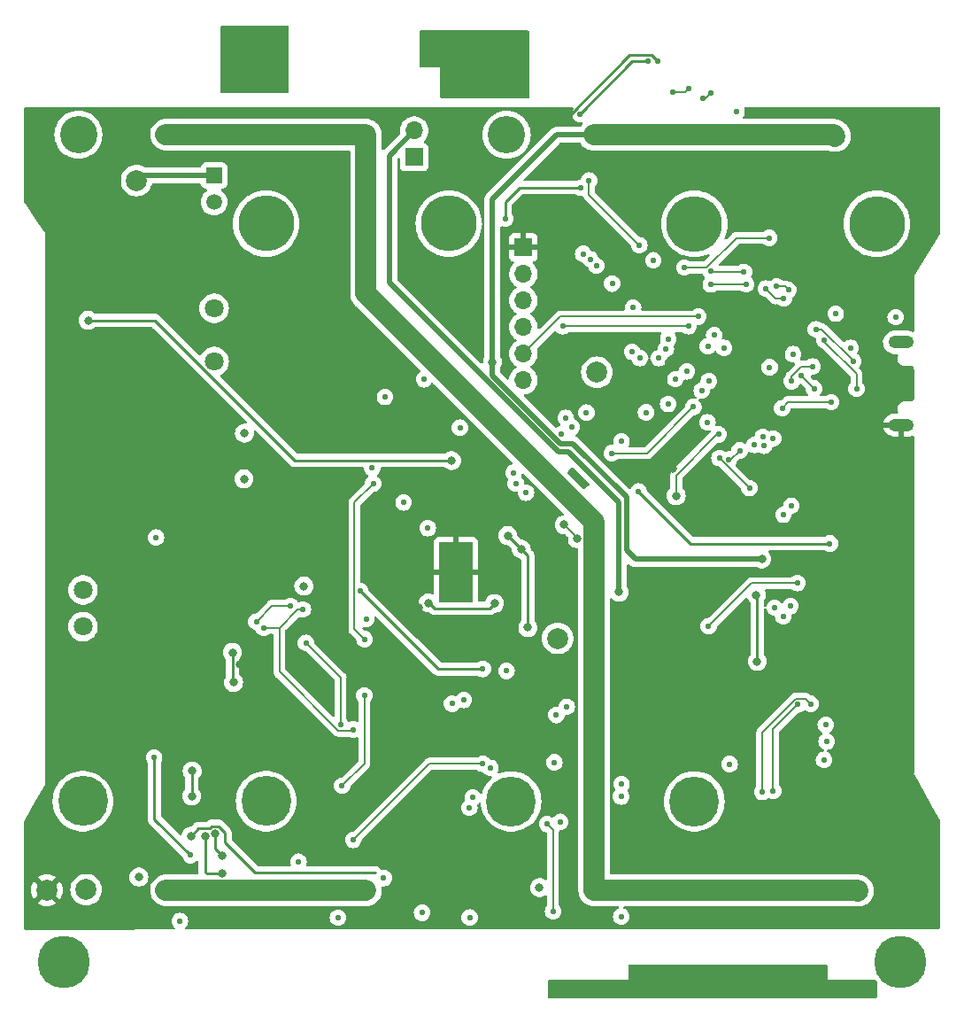
<source format=gbr>
%TF.GenerationSoftware,KiCad,Pcbnew,7.0.1*%
%TF.CreationDate,2023-12-10T19:02:08-07:00*%
%TF.ProjectId,Battery_Board_V3,42617474-6572-4795-9f42-6f6172645f56,rev?*%
%TF.SameCoordinates,Original*%
%TF.FileFunction,Copper,L4,Bot*%
%TF.FilePolarity,Positive*%
%FSLAX46Y46*%
G04 Gerber Fmt 4.6, Leading zero omitted, Abs format (unit mm)*
G04 Created by KiCad (PCBNEW 7.0.1) date 2023-12-10 19:02:08*
%MOMM*%
%LPD*%
G01*
G04 APERTURE LIST*
%TA.AperFunction,ComponentPad*%
%ADD10C,5.000000*%
%TD*%
%TA.AperFunction,ComponentPad*%
%ADD11C,2.000000*%
%TD*%
%TA.AperFunction,ComponentPad*%
%ADD12R,1.700000X1.700000*%
%TD*%
%TA.AperFunction,ComponentPad*%
%ADD13O,1.700000X1.700000*%
%TD*%
%TA.AperFunction,ComponentPad*%
%ADD14C,1.800000*%
%TD*%
%TA.AperFunction,ComponentPad*%
%ADD15C,0.600000*%
%TD*%
%TA.AperFunction,SMDPad,CuDef*%
%ADD16R,3.200000X5.800000*%
%TD*%
%TA.AperFunction,ComponentPad*%
%ADD17O,2.416000X1.208000*%
%TD*%
%TA.AperFunction,ComponentPad*%
%ADD18R,1.508000X1.508000*%
%TD*%
%TA.AperFunction,ComponentPad*%
%ADD19C,1.508000*%
%TD*%
%TA.AperFunction,ComponentPad*%
%ADD20C,4.770000*%
%TD*%
%TA.AperFunction,ComponentPad*%
%ADD21C,5.325000*%
%TD*%
%TA.AperFunction,ComponentPad*%
%ADD22C,3.570000*%
%TD*%
%TA.AperFunction,ComponentPad*%
%ADD23C,1.980000*%
%TD*%
%TA.AperFunction,ViaPad*%
%ADD24C,0.800000*%
%TD*%
%TA.AperFunction,ViaPad*%
%ADD25C,0.560000*%
%TD*%
%TA.AperFunction,Conductor*%
%ADD26C,0.127000*%
%TD*%
%TA.AperFunction,Conductor*%
%ADD27C,0.250000*%
%TD*%
%TA.AperFunction,Conductor*%
%ADD28C,0.500000*%
%TD*%
%TA.AperFunction,Conductor*%
%ADD29C,2.000000*%
%TD*%
G04 APERTURE END LIST*
D10*
%TO.P,,1*%
%TO.N,N/C*%
X194500000Y-131530000D03*
%TD*%
D11*
%TO.P,TP6,1,1*%
%TO.N,VBUSP*%
X121450000Y-56840000D03*
%TD*%
%TO.P,TP1,1,1*%
%TO.N,+3V3*%
X161720000Y-100590000D03*
%TD*%
%TO.P,TP2,1,1*%
%TO.N,B-*%
X116620000Y-124620000D03*
%TD*%
D12*
%TO.P,J25,1,Pin_1*%
%TO.N,GND*%
X158440000Y-63220000D03*
D13*
%TO.P,J25,2,Pin_2*%
%TO.N,FC_RX*%
X158440000Y-65760000D03*
%TO.P,J25,3,Pin_3*%
%TO.N,FC_TX*%
X158440000Y-68300000D03*
%TO.P,J25,4,Pin_4*%
%TO.N,SCL1*%
X158440000Y-70840000D03*
%TO.P,J25,5,Pin_5*%
%TO.N,SDA1*%
X158440000Y-73380000D03*
%TO.P,J25,6,Pin_6*%
%TO.N,+3V3*%
X158440000Y-75920000D03*
%TD*%
D14*
%TO.P,J18,1,Pin_1*%
%TO.N,Net-(J18-Pin_1)*%
X116315001Y-99472500D03*
%TO.P,J18,2,Pin_2*%
%TO.N,Net-(J18-Pin_2)*%
X116315001Y-95972500D03*
%TD*%
D15*
%TO.P,U3,15,EPAD*%
%TO.N,GND*%
X150677500Y-91700000D03*
X150677500Y-93000000D03*
X150677500Y-94300000D03*
X150677500Y-95600000D03*
X150677500Y-96900000D03*
X151977500Y-91700000D03*
X151977500Y-93000000D03*
X151977500Y-94300000D03*
D16*
X151977500Y-94300000D03*
D15*
X151977500Y-95600000D03*
X151977500Y-96900000D03*
X153277500Y-91700000D03*
X153277500Y-93000000D03*
X153277500Y-94300000D03*
X153277500Y-95600000D03*
X153277500Y-96900000D03*
%TD*%
D12*
%TO.P,J1,1,Pin_1*%
%TO.N,VBUSP*%
X147990000Y-54600000D03*
D13*
%TO.P,J1,2,Pin_2*%
%TO.N,VBatt*%
X147990000Y-52060000D03*
%TD*%
D11*
%TO.P,TP8,1,1*%
%TO.N,/USBBOOT*%
X165470000Y-75160000D03*
%TD*%
%TO.P,TP5,1,1*%
%TO.N,PACK+*%
X188260000Y-52580000D03*
%TD*%
D17*
%TO.P,J24,SH1,Shield*%
%TO.N,GND*%
X194550000Y-80197500D03*
%TO.P,J24,SH6*%
%TO.N,N/C*%
X194550000Y-72297500D03*
%TD*%
D18*
%TO.P,K1,C1*%
%TO.N,VBUSP*%
X128862500Y-56350000D03*
D19*
%TO.P,K1,C2*%
%TO.N,Net-(Q4-C)*%
X128862500Y-58890000D03*
D14*
%TO.P,K1,M*%
%TO.N,PACK+*%
X128862500Y-74130000D03*
%TO.P,K1,NO*%
%TO.N,Net-(K1-PadNO)*%
X128862500Y-69050000D03*
%TD*%
D10*
%TO.P,,1*%
%TO.N,N/C*%
X114500000Y-131530000D03*
%TD*%
D11*
%TO.P,TP4,1,1*%
%TO.N,GND*%
X112860000Y-124670000D03*
%TD*%
%TO.P,TP3,1,1*%
%TO.N,BM*%
X190450000Y-124720000D03*
%TD*%
D20*
%TO.P,U2,1,1*%
%TO.N,unconnected-(U2-Pad1)*%
X133828500Y-116160000D03*
%TO.P,U2,2,2*%
%TO.N,unconnected-(U2-Pad2)*%
X116298500Y-116160000D03*
D21*
%TO.P,U2,3,3*%
%TO.N,unconnected-(U2-Pad3)*%
X133828500Y-60960000D03*
%TO.P,U2,4,4*%
%TO.N,unconnected-(U2-Pad4)*%
X151298500Y-60960000D03*
D22*
%TO.P,U2,5,5*%
%TO.N,unconnected-(U2-Pad5)*%
X115878500Y-52450000D03*
D23*
%TO.P,U2,6,6*%
%TO.N,B-*%
X124248500Y-124670000D03*
%TO.P,U2,7,7*%
X143378500Y-124670000D03*
%TO.P,U2,8,8*%
%TO.N,BM*%
X124248500Y-52450000D03*
%TO.P,U2,9,9*%
X143378500Y-52450000D03*
%TD*%
D20*
%TO.P,U4,1,1*%
%TO.N,unconnected-(U4-Pad1)*%
X174790000Y-116180000D03*
%TO.P,U4,2,2*%
%TO.N,unconnected-(U4-Pad2)*%
X157260000Y-116180000D03*
D21*
%TO.P,U4,3,3*%
%TO.N,unconnected-(U4-Pad3)*%
X174790000Y-60980000D03*
%TO.P,U4,4,4*%
%TO.N,unconnected-(U4-Pad4)*%
X192260000Y-60980000D03*
D22*
%TO.P,U4,5,5*%
%TO.N,unconnected-(U4-Pad5)*%
X156840000Y-52470000D03*
D23*
%TO.P,U4,6,6*%
%TO.N,BM*%
X165210000Y-124690000D03*
%TO.P,U4,7,7*%
X184340000Y-124690000D03*
%TO.P,U4,8,8*%
%TO.N,PACK+*%
X165210000Y-52470000D03*
%TO.P,U4,9,9*%
X184340000Y-52470000D03*
%TD*%
D24*
%TO.N,+3V3*%
X159980000Y-124430000D03*
D25*
X180550000Y-82100000D03*
X136940000Y-121950000D03*
X176050000Y-79940000D03*
X167820000Y-81750000D03*
X181990000Y-74680000D03*
X183190000Y-78590000D03*
D24*
X137440000Y-95600000D03*
D25*
X170860000Y-64460000D03*
X178830000Y-50230000D03*
X153300000Y-127280000D03*
X125590000Y-127610000D03*
X163840000Y-50470000D03*
X140700000Y-127300000D03*
X174070000Y-75080000D03*
X170320000Y-45460000D03*
X177620000Y-72830000D03*
X146980000Y-87600000D03*
X145080000Y-123510000D03*
X187860000Y-78020000D03*
D24*
%TO.N,VBUSP*%
X151570000Y-83600000D03*
X158870000Y-99560000D03*
X116820000Y-70200000D03*
X158241250Y-92078750D03*
X156942500Y-90780000D03*
%TO.N,Net-(U1-V-)*%
X127980000Y-119480000D03*
X129630000Y-123060000D03*
%TO.N,/VDD*%
X129647359Y-121389500D03*
X128957916Y-119273398D03*
D25*
%TO.N,GND*%
X162900000Y-50700000D03*
X154670000Y-106650000D03*
D24*
X155540000Y-83090000D03*
X183500000Y-110080000D03*
X119550000Y-82870000D03*
D25*
X179470000Y-78000000D03*
X177660000Y-79810000D03*
D24*
X138610000Y-96480000D03*
D25*
X166630000Y-58030000D03*
D24*
X130560000Y-126740000D03*
D25*
X137030000Y-81440000D03*
D24*
X148590000Y-115440000D03*
D25*
X190410000Y-65350000D03*
X134110000Y-76710000D03*
X190360000Y-90030000D03*
D24*
X130150000Y-113950000D03*
X148430000Y-97630000D03*
D25*
X191110000Y-70380000D03*
X190320000Y-85510000D03*
D24*
X123320000Y-73310000D03*
D25*
X168040000Y-74580000D03*
D24*
X145410000Y-87760000D03*
X122810000Y-122570000D03*
D25*
X171290000Y-45460000D03*
X177690000Y-78030000D03*
D24*
X149600000Y-100680000D03*
X131340000Y-103117999D03*
X118900000Y-73080000D03*
D25*
X177110000Y-54620000D03*
X134460000Y-86570000D03*
X159750000Y-109420000D03*
D24*
X123840000Y-94557501D03*
D25*
X176520000Y-68100000D03*
X163680000Y-85370000D03*
X173260000Y-54830000D03*
X169450000Y-54670000D03*
X166580000Y-63120000D03*
D24*
X159910000Y-90830000D03*
D25*
X190630000Y-78230000D03*
D24*
X155120000Y-99950000D03*
D25*
X181060000Y-50310000D03*
D24*
X146990000Y-81690000D03*
D25*
X159830000Y-126850000D03*
X173940000Y-127530000D03*
D24*
X151880000Y-89530000D03*
D25*
X176210000Y-88000000D03*
D24*
X175110000Y-109910000D03*
D25*
X187820000Y-113470000D03*
X164830000Y-77770000D03*
D24*
X122910000Y-103082499D03*
D25*
X159190000Y-58750000D03*
X172200000Y-74250000D03*
X139940000Y-77890000D03*
D24*
X172761714Y-84361714D03*
D25*
X177660000Y-76150000D03*
D24*
X183160000Y-116130000D03*
D25*
X150670000Y-66940000D03*
X187590000Y-80180000D03*
X175850000Y-77980000D03*
X152490000Y-109600000D03*
X145180000Y-126820000D03*
X170080000Y-120000000D03*
X182830000Y-70630000D03*
%TO.N,/V_RF*%
X187750000Y-91530000D03*
X143970000Y-84320000D03*
X157700000Y-85770000D03*
X169460000Y-86550000D03*
D24*
%TO.N,VBatt*%
X167600000Y-96170000D03*
D25*
%TO.N,F0_ENB*%
X154560000Y-112580000D03*
X142160000Y-119870000D03*
%TO.N,F1_ENB*%
X148740000Y-126820000D03*
X155290000Y-112970000D03*
%TO.N,F2_ENB*%
X160730000Y-118350000D03*
X161270000Y-126690000D03*
%TO.N,F3_ENB*%
X161960000Y-118140000D03*
X167800000Y-127180000D03*
%TO.N,F4_ENB*%
X161410000Y-112440000D03*
X187190000Y-112210000D03*
%TO.N,CANL*%
X175570000Y-48970000D03*
X176360000Y-48510000D03*
%TO.N,CANH*%
X174220000Y-48090000D03*
X172708196Y-48373000D03*
%TO.N,FC_RESET*%
X156820000Y-103710000D03*
X184630000Y-95320000D03*
X176150000Y-99430000D03*
%TO.N,BURN_RELAY_A*%
X148930000Y-75840000D03*
X170160000Y-79000000D03*
X162490000Y-79530000D03*
D24*
%TO.N,Net-(K1-PadNO)*%
X131760000Y-80990000D03*
X131712500Y-85350000D03*
D25*
%TO.N,ENAB_HEATER*%
X142820000Y-96060000D03*
X154560000Y-103520000D03*
%TO.N,SCL0*%
X137350000Y-97830000D03*
X185900000Y-106850000D03*
X183990000Y-97520000D03*
X162580000Y-107140000D03*
X172070000Y-72920000D03*
X184060000Y-87920000D03*
X133580000Y-99580000D03*
X181290000Y-115280000D03*
X152740000Y-106480000D03*
X142153959Y-109316041D03*
%TO.N,SDA0*%
X136168596Y-97494540D03*
X172296040Y-71993960D03*
X137640000Y-101020000D03*
X161590000Y-107920000D03*
X183290000Y-98500000D03*
X151611040Y-106841040D03*
X132900000Y-98990000D03*
X183310000Y-88780000D03*
X184700000Y-106920000D03*
X140950000Y-108880000D03*
X182330000Y-115170000D03*
%TO.N,FC_RX*%
X176680000Y-71620000D03*
%TO.N,FC_TX*%
X176073000Y-72680000D03*
D24*
%TO.N,/3V3_EN*%
X155670000Y-97260000D03*
X149350000Y-97220000D03*
D25*
%TO.N,SDA1*%
X175170000Y-69840000D03*
%TO.N,SCL1*%
X174220000Y-70770000D03*
X162190000Y-70760000D03*
D24*
%TO.N,BM*%
X126627675Y-119502325D03*
D25*
%TO.N,PACK+*%
X126579499Y-121318079D03*
X123120000Y-111970000D03*
D24*
X155480000Y-74180000D03*
D25*
X123310000Y-90960000D03*
D24*
X121660000Y-123420000D03*
X180720000Y-96450000D03*
X181240000Y-93020000D03*
X180800000Y-102800000D03*
D25*
%TO.N,ENABLE_BURN*%
X176170000Y-76000000D03*
%TO.N,SPI0_MISO*%
X165410000Y-64980000D03*
X172968641Y-75821358D03*
%TO.N,SPI0_CS0*%
X171394995Y-73802805D03*
X166930000Y-66690000D03*
%TO.N,VBUS_RESET*%
X149290000Y-90060000D03*
X143390000Y-98730000D03*
X174700000Y-78480000D03*
X166910000Y-82900000D03*
%TO.N,SPI0_SCK*%
X169577360Y-73802640D03*
X164150000Y-63850000D03*
%TO.N,SPI0_MOSI*%
X164840000Y-64360000D03*
X168843959Y-73216041D03*
%TO.N,F4_SCL*%
X153280000Y-116800000D03*
X187430000Y-110460000D03*
X167780000Y-115720000D03*
%TO.N,F4_SDA*%
X153590000Y-115800000D03*
X187360000Y-108870000D03*
X167820000Y-114520000D03*
%TO.N,I2C_RESET*%
X175490000Y-76910000D03*
X141100637Y-114680000D03*
X143220000Y-106070000D03*
X143240000Y-100680000D03*
X144070000Y-85820000D03*
X157490000Y-84770000D03*
X162067641Y-81064500D03*
D24*
%TO.N,SWDIO*%
X163610500Y-91073000D03*
X162353000Y-89747000D03*
%TO.N,/~{RESET}*%
X173046169Y-86963839D03*
D25*
X158690000Y-86670000D03*
X177106041Y-81103959D03*
%TO.N,ENAB_RF*%
X163060000Y-80390000D03*
X172284496Y-78195504D03*
X152370000Y-80460000D03*
%TO.N,CHRG'*%
X182460000Y-97660000D03*
X178160000Y-112610000D03*
X181460000Y-82190000D03*
%TO.N,SPI1_CS0*%
X180050000Y-86240000D03*
X177190000Y-83370000D03*
%TO.N,SPI1_MOSI*%
X178083959Y-83496041D03*
X179120000Y-82640000D03*
%TO.N,NEOPIX*%
X181332211Y-81330492D03*
X188310000Y-69560000D03*
%TO.N,NEO_PWR*%
X182330000Y-81490000D03*
X194050000Y-69890000D03*
%TO.N,USB_D-*%
X184100000Y-76020000D03*
X186078104Y-74618440D03*
%TO.N,USB_D+*%
X186240000Y-76720000D03*
X184990000Y-75470000D03*
%TO.N,/QSPI_SCK*%
X183777858Y-67297858D03*
X182667364Y-66957367D03*
%TO.N,/QSPI_DATA[0]*%
X181640000Y-67160000D03*
X183350000Y-68090000D03*
%TO.N,/QSPI_DATA[2]*%
X179740000Y-66740000D03*
X176360000Y-66770000D03*
%TO.N,/QSPI_DATA[1]*%
X176360000Y-65530000D03*
X179530000Y-65570000D03*
%TO.N,+5V*%
X163920000Y-57530000D03*
X145200000Y-77520000D03*
X156700000Y-60470000D03*
%TO.N,VBUS*%
X189720000Y-72840000D03*
X184230000Y-73430000D03*
D24*
%TO.N,Net-(Q1-G)*%
X126760000Y-113280000D03*
X126720000Y-115670000D03*
D25*
%TO.N,Net-(D8-PadA)*%
X173850000Y-65150000D03*
X164470000Y-79010000D03*
X181930000Y-62320000D03*
X168930000Y-69000000D03*
%TO.N,TXCAN*%
X164720000Y-56830000D03*
X169530000Y-63020000D03*
%TO.N,D-*%
X189980000Y-74110000D03*
X186410000Y-71050000D03*
%TO.N,D+*%
X190300000Y-76740000D03*
X187227254Y-72082746D03*
D24*
%TO.N,Net-(U9-+Vs)*%
X130720000Y-104810000D03*
X130610000Y-101940000D03*
%TD*%
D26*
%TO.N,+3V3*%
X187860000Y-78020000D02*
X183760000Y-78020000D01*
D27*
X170320000Y-45460000D02*
X168850000Y-45460000D01*
X168850000Y-45460000D02*
X163840000Y-50470000D01*
D26*
X183760000Y-78020000D02*
X183190000Y-78590000D01*
D27*
%TO.N,VBUSP*%
X158870000Y-92707500D02*
X156942500Y-90780000D01*
X123200088Y-70200000D02*
X116820000Y-70200000D01*
X136600088Y-83600000D02*
X123200088Y-70200000D01*
X158870000Y-99560000D02*
X158870000Y-92707500D01*
X151570000Y-83600000D02*
X136600088Y-83600000D01*
D28*
X128862500Y-56350000D02*
X121940000Y-56350000D01*
X121940000Y-56350000D02*
X121450000Y-56840000D01*
D29*
%TO.N,B-*%
X124248500Y-124670000D02*
X143378500Y-124670000D01*
D27*
%TO.N,Net-(U1-V-)*%
X129630000Y-123060000D02*
X128127365Y-123060000D01*
X128127365Y-123060000D02*
X127980000Y-122912635D01*
X127980000Y-122912635D02*
X127980000Y-119480000D01*
%TO.N,/VDD*%
X128957916Y-119273398D02*
X128957916Y-120700057D01*
X128957916Y-120700057D02*
X129647359Y-121389500D01*
%TO.N,GND*%
X162900000Y-50554400D02*
X162900000Y-50700000D01*
X170685000Y-44855000D02*
X168599400Y-44855000D01*
X168599400Y-44855000D02*
X162900000Y-50554400D01*
X171290000Y-45460000D02*
X170685000Y-44855000D01*
%TO.N,/V_RF*%
X174440000Y-91530000D02*
X169460000Y-86550000D01*
X187750000Y-91530000D02*
X174440000Y-91530000D01*
D28*
%TO.N,VBatt*%
X161761522Y-82780000D02*
X145600000Y-66618478D01*
X145600000Y-66618478D02*
X145600000Y-54450000D01*
X167600000Y-87610000D02*
X162770000Y-82780000D01*
X167600000Y-96170000D02*
X167600000Y-87610000D01*
X162770000Y-82780000D02*
X161761522Y-82780000D01*
X145600000Y-54450000D02*
X147990000Y-52060000D01*
D26*
%TO.N,F0_ENB*%
X149450000Y-112580000D02*
X154560000Y-112580000D01*
X142160000Y-119870000D02*
X149450000Y-112580000D01*
%TO.N,F2_ENB*%
X161270000Y-126690000D02*
X161270000Y-118890000D01*
X161270000Y-118890000D02*
X160730000Y-118350000D01*
%TO.N,CANL*%
X175900000Y-48970000D02*
X176360000Y-48510000D01*
X175570000Y-48970000D02*
X175900000Y-48970000D01*
%TO.N,CANH*%
X172708196Y-48373000D02*
X173937000Y-48373000D01*
X173937000Y-48373000D02*
X174220000Y-48090000D01*
%TO.N,FC_RESET*%
X180260000Y-95320000D02*
X184630000Y-95320000D01*
X176150000Y-99430000D02*
X180260000Y-95320000D01*
D27*
%TO.N,ENAB_HEATER*%
X154560000Y-103520000D02*
X150280000Y-103520000D01*
X150280000Y-103520000D02*
X142820000Y-96060000D01*
D26*
%TO.N,SCL0*%
X135100000Y-103798626D02*
X135100000Y-99580000D01*
X140724874Y-109423500D02*
X135100000Y-103798626D01*
X135100000Y-99580000D02*
X133580000Y-99580000D01*
X181290000Y-109561374D02*
X184474874Y-106376500D01*
X181290000Y-115280000D02*
X181290000Y-109561374D01*
X136850000Y-97830000D02*
X135100000Y-99580000D01*
X142046500Y-109423500D02*
X140724874Y-109423500D01*
X137350000Y-97830000D02*
X136850000Y-97830000D01*
X142153959Y-109316041D02*
X142046500Y-109423500D01*
X184474874Y-106376500D02*
X185426500Y-106376500D01*
X185426500Y-106376500D02*
X185900000Y-106850000D01*
%TO.N,SDA0*%
X132900000Y-98990000D02*
X134395460Y-97494540D01*
X182330000Y-109290000D02*
X184700000Y-106920000D01*
X140950000Y-108880000D02*
X140950000Y-104330000D01*
X140950000Y-104330000D02*
X137640000Y-101020000D01*
X134395460Y-97494540D02*
X136168596Y-97494540D01*
X182330000Y-115170000D02*
X182330000Y-109290000D01*
D27*
%TO.N,/3V3_EN*%
X155670000Y-97260000D02*
X155190000Y-97740000D01*
X149460000Y-97220000D02*
X149350000Y-97220000D01*
X149980000Y-97740000D02*
X149460000Y-97220000D01*
X155190000Y-97740000D02*
X149980000Y-97740000D01*
D26*
%TO.N,SDA1*%
X175170000Y-69840000D02*
X161980000Y-69840000D01*
X161980000Y-69840000D02*
X158440000Y-73380000D01*
%TO.N,SCL1*%
X174220000Y-70770000D02*
X162200000Y-70770000D01*
X162200000Y-70770000D02*
X162190000Y-70760000D01*
D29*
%TO.N,BM*%
X190420000Y-124690000D02*
X190450000Y-124720000D01*
X184340000Y-124690000D02*
X190420000Y-124690000D01*
D27*
X132790000Y-123010000D02*
X144250000Y-123010000D01*
X127375000Y-118755000D02*
X128435001Y-118755000D01*
D29*
X165210000Y-124690000D02*
X184340000Y-124690000D01*
X143378500Y-52450000D02*
X124248500Y-52450000D01*
D27*
X129900000Y-119190177D02*
X129900000Y-120120000D01*
X126627675Y-119502325D02*
X127375000Y-118755000D01*
X128435001Y-118755000D02*
X128641603Y-118548398D01*
X129258221Y-118548398D02*
X129900000Y-119190177D01*
D29*
X165210000Y-89480531D02*
X143378500Y-67649031D01*
D27*
X129900000Y-120120000D02*
X132790000Y-123010000D01*
D29*
X165210000Y-124690000D02*
X165210000Y-89480531D01*
X143378500Y-67649031D02*
X143378500Y-52450000D01*
D27*
X128641603Y-118548398D02*
X129258221Y-118548398D01*
D29*
%TO.N,PACK+*%
X184340000Y-52470000D02*
X188150000Y-52470000D01*
D27*
X180800000Y-102800000D02*
X180800000Y-96530000D01*
D28*
X161600000Y-52470000D02*
X165210000Y-52470000D01*
D27*
X123120000Y-117858580D02*
X123120000Y-111970000D01*
D28*
X181240000Y-93020000D02*
X169140000Y-93020000D01*
X161950736Y-81979264D02*
X155480000Y-75508528D01*
D29*
X188150000Y-52470000D02*
X188260000Y-52580000D01*
D28*
X155480000Y-74180000D02*
X155480000Y-58590000D01*
D27*
X180800000Y-96530000D02*
X180720000Y-96450000D01*
D28*
X163179264Y-81979264D02*
X161950736Y-81979264D01*
D27*
X126579499Y-121318079D02*
X123120000Y-117858580D01*
D28*
X155480000Y-58590000D02*
X161600000Y-52470000D01*
X169140000Y-93020000D02*
X168300000Y-92180000D01*
X168300000Y-87100000D02*
X163179264Y-81979264D01*
D29*
X165210000Y-52470000D02*
X184340000Y-52470000D01*
D28*
X155480000Y-75508528D02*
X155480000Y-74180000D01*
X168300000Y-92180000D02*
X168300000Y-87100000D01*
D26*
%TO.N,VBUS_RESET*%
X170280000Y-82900000D02*
X166910000Y-82900000D01*
X174700000Y-78480000D02*
X170280000Y-82900000D01*
%TO.N,I2C_RESET*%
X143220000Y-112560637D02*
X141100637Y-114680000D01*
X143220000Y-106070000D02*
X143220000Y-112560637D01*
X142276500Y-99716500D02*
X143240000Y-100680000D01*
X144070000Y-85820000D02*
X142276500Y-87613500D01*
X142276500Y-87613500D02*
X142276500Y-99716500D01*
%TO.N,SWDIO*%
X162353000Y-89747000D02*
X163610500Y-91004500D01*
X163610500Y-91004500D02*
X163610500Y-91073000D01*
%TO.N,/~{RESET}*%
X173046169Y-85015590D02*
X173046169Y-86963839D01*
X177106041Y-81103959D02*
X176957800Y-81103959D01*
X176957800Y-81103959D02*
X173046169Y-85015590D01*
%TO.N,SPI1_CS0*%
X180050000Y-86230000D02*
X180050000Y-86240000D01*
X177190000Y-83370000D02*
X180050000Y-86230000D01*
%TO.N,SPI1_MOSI*%
X178083959Y-83496041D02*
X178263959Y-83496041D01*
X178263959Y-83496041D02*
X179120000Y-82640000D01*
%TO.N,USB_D-*%
X186078104Y-74618440D02*
X185021560Y-74618440D01*
X184100000Y-75540000D02*
X184100000Y-76020000D01*
X185021560Y-74618440D02*
X184100000Y-75540000D01*
%TO.N,USB_D+*%
X184990000Y-75470000D02*
X186240000Y-76720000D01*
%TO.N,/QSPI_SCK*%
X183437367Y-66957367D02*
X183777858Y-67297858D01*
X182667364Y-66957367D02*
X183437367Y-66957367D01*
%TO.N,/QSPI_DATA[0]*%
X183350000Y-68090000D02*
X182570000Y-68090000D01*
X182570000Y-68090000D02*
X181640000Y-67160000D01*
%TO.N,/QSPI_DATA[2]*%
X179740000Y-66740000D02*
X179720000Y-66760000D01*
X179720000Y-66760000D02*
X176370000Y-66760000D01*
X176370000Y-66760000D02*
X176360000Y-66770000D01*
%TO.N,/QSPI_DATA[1]*%
X176400000Y-65570000D02*
X176360000Y-65530000D01*
X179530000Y-65570000D02*
X176400000Y-65570000D01*
D27*
%TO.N,+5V*%
X158050000Y-57530000D02*
X163920000Y-57530000D01*
X156700000Y-60470000D02*
X156700000Y-58880000D01*
X156700000Y-58880000D02*
X158050000Y-57530000D01*
%TO.N,Net-(Q1-G)*%
X126720000Y-115670000D02*
X126720000Y-113320000D01*
X126720000Y-113320000D02*
X126760000Y-113280000D01*
D26*
%TO.N,Net-(D8-PadA)*%
X175971374Y-65150000D02*
X178801374Y-62320000D01*
X173850000Y-65150000D02*
X175971374Y-65150000D01*
X178801374Y-62320000D02*
X181930000Y-62320000D01*
%TO.N,TXCAN*%
X169530000Y-63020000D02*
X164720000Y-58210000D01*
X164720000Y-58210000D02*
X164720000Y-56830000D01*
%TO.N,D-*%
X186410000Y-71050000D02*
X186980000Y-71050000D01*
X186980000Y-71050000D02*
X189980000Y-74050000D01*
X189980000Y-74050000D02*
X189980000Y-74110000D01*
%TO.N,D+*%
X187227254Y-72082746D02*
X187227254Y-72260254D01*
X190300000Y-75333000D02*
X190300000Y-76740000D01*
X187227254Y-72260254D02*
X190300000Y-75333000D01*
D27*
%TO.N,Net-(U9-+Vs)*%
X130610000Y-101940000D02*
X130610000Y-104700000D01*
X130610000Y-104700000D02*
X130720000Y-104810000D01*
%TD*%
%TA.AperFunction,Conductor*%
%TO.N,GND*%
G36*
X163162900Y-49822075D02*
G01*
X163209161Y-49869651D01*
X163224833Y-49934134D01*
X163205570Y-49997636D01*
X163125090Y-50125718D01*
X163066405Y-50293429D01*
X163047693Y-50459508D01*
X163046511Y-50470000D01*
X163053142Y-50528856D01*
X163066405Y-50646570D01*
X163125090Y-50814281D01*
X163219626Y-50964734D01*
X163345265Y-51090373D01*
X163345267Y-51090374D01*
X163345268Y-51090375D01*
X163376412Y-51109944D01*
X163495718Y-51184909D01*
X163653492Y-51240117D01*
X163663432Y-51243595D01*
X163840000Y-51263489D01*
X163981676Y-51247526D01*
X164040326Y-51254871D01*
X164089174Y-51288154D01*
X164117469Y-51340053D01*
X164118982Y-51399143D01*
X164093383Y-51452419D01*
X164021198Y-51540831D01*
X163964487Y-51610289D01*
X163942427Y-51648500D01*
X163896308Y-51694619D01*
X163833308Y-51711500D01*
X161664441Y-51711500D01*
X161646180Y-51710170D01*
X161622211Y-51706659D01*
X161572353Y-51711021D01*
X161561372Y-51711500D01*
X161555816Y-51711500D01*
X161524712Y-51715135D01*
X161521070Y-51715507D01*
X161444260Y-51722227D01*
X161425123Y-51726470D01*
X161352634Y-51752853D01*
X161349176Y-51754055D01*
X161276000Y-51778303D01*
X161258372Y-51786838D01*
X161193918Y-51829229D01*
X161190831Y-51831196D01*
X161125218Y-51871667D01*
X161110032Y-51884038D01*
X161057087Y-51940156D01*
X161054534Y-51942783D01*
X154989225Y-58008092D01*
X154975377Y-58020061D01*
X154955941Y-58034531D01*
X154923771Y-58072869D01*
X154916357Y-58080961D01*
X154912422Y-58084895D01*
X154892997Y-58109461D01*
X154890688Y-58112294D01*
X154841119Y-58171369D01*
X154830589Y-58187899D01*
X154797995Y-58257794D01*
X154796401Y-58261087D01*
X154761795Y-58329997D01*
X154755363Y-58348500D01*
X154739759Y-58424064D01*
X154738967Y-58427637D01*
X154721192Y-58502640D01*
X154719202Y-58522114D01*
X154721447Y-58599259D01*
X154721500Y-58602923D01*
X154721500Y-60867497D01*
X154705203Y-60929474D01*
X154675521Y-60960000D01*
X154705203Y-60990526D01*
X154721500Y-61052503D01*
X154721500Y-73643000D01*
X154704619Y-73706000D01*
X154645472Y-73808444D01*
X154586458Y-73990070D01*
X154566496Y-74180000D01*
X154568331Y-74197458D01*
X154559681Y-74258236D01*
X154523336Y-74307713D01*
X154467926Y-74334142D01*
X154406603Y-74331250D01*
X154353926Y-74299723D01*
X146395405Y-66341202D01*
X146368091Y-66300325D01*
X146358500Y-66252107D01*
X146358500Y-60959999D01*
X148122503Y-60959999D01*
X148139556Y-61263641D01*
X148142474Y-61315599D01*
X148202133Y-61666726D01*
X148224126Y-61743065D01*
X148300730Y-62008967D01*
X148356428Y-62143432D01*
X148437026Y-62338013D01*
X148609307Y-62649732D01*
X148815406Y-62940201D01*
X149052732Y-63205768D01*
X149318299Y-63443094D01*
X149608768Y-63649193D01*
X149920487Y-63821474D01*
X150185282Y-63931155D01*
X150249532Y-63957769D01*
X150249533Y-63957769D01*
X150249535Y-63957770D01*
X150591774Y-64056367D01*
X150942901Y-64116026D01*
X151298500Y-64135996D01*
X151654099Y-64116026D01*
X152005226Y-64056367D01*
X152347465Y-63957770D01*
X152676513Y-63821474D01*
X152988232Y-63649193D01*
X153278701Y-63443094D01*
X153544268Y-63205768D01*
X153781594Y-62940201D01*
X153987693Y-62649732D01*
X154159974Y-62338013D01*
X154296270Y-62008965D01*
X154394867Y-61666726D01*
X154454526Y-61315599D01*
X154469697Y-61045438D01*
X154489444Y-60984472D01*
X154516067Y-60960000D01*
X154489444Y-60935528D01*
X154469698Y-60874562D01*
X154466313Y-60814282D01*
X154454526Y-60604401D01*
X154394867Y-60253274D01*
X154296270Y-59911035D01*
X154159974Y-59581987D01*
X153987693Y-59270268D01*
X153781594Y-58979799D01*
X153544268Y-58714232D01*
X153278701Y-58476906D01*
X152988232Y-58270807D01*
X152676513Y-58098526D01*
X152566830Y-58053093D01*
X152347467Y-57962230D01*
X152119305Y-57896498D01*
X152005226Y-57863633D01*
X151654099Y-57803974D01*
X151634127Y-57802852D01*
X151298499Y-57784003D01*
X150942901Y-57803974D01*
X150591774Y-57863633D01*
X150249532Y-57962230D01*
X149920487Y-58098526D01*
X149608771Y-58270805D01*
X149608768Y-58270806D01*
X149608768Y-58270807D01*
X149580581Y-58290807D01*
X149318297Y-58476907D01*
X149052732Y-58714232D01*
X148815407Y-58979797D01*
X148609305Y-59270271D01*
X148437026Y-59581987D01*
X148300730Y-59911032D01*
X148202133Y-60253274D01*
X148142474Y-60604401D01*
X148122503Y-60959999D01*
X146358500Y-60959999D01*
X146358500Y-54816371D01*
X146368091Y-54768153D01*
X146395405Y-54727276D01*
X146416405Y-54706276D01*
X146466564Y-54675538D01*
X146525211Y-54670922D01*
X146579561Y-54693435D01*
X146617767Y-54738168D01*
X146631500Y-54795371D01*
X146631500Y-55498638D01*
X146638011Y-55559200D01*
X146689111Y-55696205D01*
X146776738Y-55813261D01*
X146893794Y-55900888D01*
X146893795Y-55900888D01*
X146893796Y-55900889D01*
X147030799Y-55951989D01*
X147091362Y-55958500D01*
X148888638Y-55958500D01*
X148949201Y-55951989D01*
X149086204Y-55900889D01*
X149203261Y-55813261D01*
X149290889Y-55696204D01*
X149341989Y-55559201D01*
X149348500Y-55498638D01*
X149348500Y-53701362D01*
X149341989Y-53640799D01*
X149290889Y-53503796D01*
X149265154Y-53469418D01*
X149203261Y-53386738D01*
X149086205Y-53299111D01*
X149024670Y-53276159D01*
X148971191Y-53256213D01*
X148920858Y-53221650D01*
X148892684Y-53167480D01*
X148893287Y-53106424D01*
X148922522Y-53052822D01*
X149065722Y-52897268D01*
X149188860Y-52708791D01*
X149279296Y-52502616D01*
X149287556Y-52469999D01*
X154541579Y-52469999D01*
X154561241Y-52770001D01*
X154619896Y-53064878D01*
X154716534Y-53349566D01*
X154849508Y-53619210D01*
X155016537Y-53869187D01*
X155214770Y-54095229D01*
X155440812Y-54293462D01*
X155690789Y-54460491D01*
X155960433Y-54593465D01*
X156245121Y-54690103D01*
X156245123Y-54690103D01*
X156245125Y-54690104D01*
X156539996Y-54748758D01*
X156840000Y-54768421D01*
X157140004Y-54748758D01*
X157434875Y-54690104D01*
X157477785Y-54675538D01*
X157719566Y-54593465D01*
X157760124Y-54573464D01*
X157989211Y-54460491D01*
X158239190Y-54293460D01*
X158465229Y-54095229D01*
X158663460Y-53869190D01*
X158830491Y-53619211D01*
X158963464Y-53349568D01*
X158968095Y-53335927D01*
X159060103Y-53064878D01*
X159060104Y-53064875D01*
X159118758Y-52770004D01*
X159138421Y-52470000D01*
X159118758Y-52169996D01*
X159060104Y-51875125D01*
X159060103Y-51875121D01*
X158963466Y-51590436D01*
X158930546Y-51523681D01*
X158830491Y-51320790D01*
X158663460Y-51070810D01*
X158594134Y-50991759D01*
X158465232Y-50844774D01*
X158465227Y-50844770D01*
X158301860Y-50701500D01*
X158239187Y-50646537D01*
X157989210Y-50479508D01*
X157719566Y-50346534D01*
X157434878Y-50249896D01*
X157140001Y-50191241D01*
X156840000Y-50171579D01*
X156539998Y-50191241D01*
X156245121Y-50249896D01*
X155960436Y-50346533D01*
X155690787Y-50479510D01*
X155440809Y-50646540D01*
X155214770Y-50844770D01*
X155016540Y-51070809D01*
X154849510Y-51320787D01*
X154716533Y-51590436D01*
X154619896Y-51875121D01*
X154561241Y-52169998D01*
X154541579Y-52469999D01*
X149287556Y-52469999D01*
X149334564Y-52284368D01*
X149353156Y-52060000D01*
X149334564Y-51835632D01*
X149279296Y-51617384D01*
X149188860Y-51411209D01*
X149065722Y-51222732D01*
X148913240Y-51057094D01*
X148913239Y-51057093D01*
X148913237Y-51057091D01*
X148735578Y-50918812D01*
X148537573Y-50811657D01*
X148347498Y-50746405D01*
X148324635Y-50738556D01*
X148102569Y-50701500D01*
X147877431Y-50701500D01*
X147655365Y-50738556D01*
X147655362Y-50738556D01*
X147655362Y-50738557D01*
X147442426Y-50811657D01*
X147244421Y-50918812D01*
X147066762Y-51057091D01*
X146914278Y-51222731D01*
X146791139Y-51411209D01*
X146700702Y-51617388D01*
X146654152Y-51801213D01*
X146645436Y-51835632D01*
X146630577Y-52014951D01*
X146626844Y-52060000D01*
X146644249Y-52270043D01*
X146636981Y-52323814D01*
X146607774Y-52369543D01*
X145109225Y-53868092D01*
X145095380Y-53880058D01*
X145088250Y-53885367D01*
X145023989Y-53909826D01*
X144956456Y-53896906D01*
X144905761Y-53850455D01*
X144887000Y-53784306D01*
X144887000Y-52482947D01*
X144887102Y-52477874D01*
X144888225Y-52449999D01*
X144890681Y-52389061D01*
X144879966Y-52300820D01*
X144879464Y-52295860D01*
X144872310Y-52207232D01*
X144866827Y-52184991D01*
X144864083Y-52170017D01*
X144864081Y-52169998D01*
X144861323Y-52147280D01*
X144836607Y-52061952D01*
X144835296Y-52057056D01*
X144814023Y-51970751D01*
X144805041Y-51949670D01*
X144799932Y-51935334D01*
X144793561Y-51913336D01*
X144755464Y-51833050D01*
X144753396Y-51828457D01*
X144718556Y-51746684D01*
X144706307Y-51727315D01*
X144698973Y-51713999D01*
X144689150Y-51693296D01*
X144669165Y-51664343D01*
X144638658Y-51620146D01*
X144635872Y-51615931D01*
X144599708Y-51558741D01*
X144588383Y-51540831D01*
X144573189Y-51523681D01*
X144563805Y-51511703D01*
X144550794Y-51492853D01*
X144547377Y-51489296D01*
X144489231Y-51428760D01*
X144485824Y-51425067D01*
X144458403Y-51394114D01*
X144426875Y-51358525D01*
X144409121Y-51344030D01*
X144397938Y-51333713D01*
X144382073Y-51317196D01*
X144311043Y-51263821D01*
X144307066Y-51260706D01*
X144238214Y-51204490D01*
X144238211Y-51204488D01*
X144218370Y-51193032D01*
X144205681Y-51184645D01*
X144187368Y-51170884D01*
X144108686Y-51129588D01*
X144104243Y-51127141D01*
X144050315Y-51096006D01*
X144027287Y-51082711D01*
X144027286Y-51082710D01*
X144027285Y-51082710D01*
X144005857Y-51074583D01*
X143991986Y-51068340D01*
X143971704Y-51057695D01*
X143887427Y-51029559D01*
X143882667Y-51027863D01*
X143843611Y-51013051D01*
X143799556Y-50996343D01*
X143777102Y-50991759D01*
X143762411Y-50987822D01*
X143740683Y-50980568D01*
X143652994Y-50966317D01*
X143648006Y-50965403D01*
X143560922Y-50947626D01*
X143549996Y-50947185D01*
X143538021Y-50946702D01*
X143522889Y-50945174D01*
X143508674Y-50942864D01*
X143500279Y-50941500D01*
X143500278Y-50941500D01*
X143411447Y-50941500D01*
X143406374Y-50941398D01*
X143402696Y-50941249D01*
X143317560Y-50937819D01*
X143317558Y-50937819D01*
X143298308Y-50940156D01*
X143294813Y-50940581D01*
X143279627Y-50941500D01*
X124187698Y-50941500D01*
X124005737Y-50956189D01*
X124005733Y-50956189D01*
X124005732Y-50956190D01*
X123878662Y-50987510D01*
X123769248Y-51014478D01*
X123545183Y-51109944D01*
X123339330Y-51240117D01*
X123157027Y-51401623D01*
X123002990Y-51590285D01*
X122881212Y-51801210D01*
X122794844Y-52028942D01*
X122788410Y-52060459D01*
X122746126Y-52267579D01*
X122737550Y-52480405D01*
X122736319Y-52510941D01*
X122753297Y-52650761D01*
X122765677Y-52752720D01*
X122833439Y-52986662D01*
X122870553Y-53064878D01*
X122937850Y-53206705D01*
X123076208Y-53407150D01*
X123197482Y-53533409D01*
X123244925Y-53582802D01*
X123439635Y-53729117D01*
X123655295Y-53842304D01*
X123811734Y-53894531D01*
X123886321Y-53919432D01*
X124126719Y-53958500D01*
X124126721Y-53958500D01*
X141744000Y-53958500D01*
X141807000Y-53975381D01*
X141853119Y-54021500D01*
X141870000Y-54084500D01*
X141870000Y-67632574D01*
X141869974Y-67635112D01*
X141867852Y-67740407D01*
X141878023Y-67812079D01*
X141878864Y-67819642D01*
X141884689Y-67891800D01*
X141894124Y-67930082D01*
X141896535Y-67942525D01*
X141902073Y-67981548D01*
X141909489Y-68005345D01*
X141923608Y-68050657D01*
X141925647Y-68057971D01*
X141933542Y-68090000D01*
X141942977Y-68128279D01*
X141956863Y-68160872D01*
X141958429Y-68164546D01*
X141962805Y-68176446D01*
X141974532Y-68214077D01*
X142006870Y-68278830D01*
X142010063Y-68285736D01*
X142038444Y-68352347D01*
X142059514Y-68385666D01*
X142065744Y-68396713D01*
X142083354Y-68431974D01*
X142113994Y-68474505D01*
X142125664Y-68490704D01*
X142129924Y-68497011D01*
X142147223Y-68524368D01*
X142168617Y-68558199D01*
X142194765Y-68587715D01*
X142202679Y-68597610D01*
X142225716Y-68629588D01*
X142225718Y-68629590D01*
X142225719Y-68629591D01*
X142276900Y-68680772D01*
X142282101Y-68686297D01*
X142330125Y-68740505D01*
X142360682Y-68765453D01*
X142370077Y-68773949D01*
X148557210Y-74961082D01*
X148587044Y-75008562D01*
X148593323Y-75064285D01*
X148574802Y-75117213D01*
X148535151Y-75156864D01*
X148435266Y-75219625D01*
X148309626Y-75345265D01*
X148215090Y-75495718D01*
X148156405Y-75663429D01*
X148136511Y-75839999D01*
X148156405Y-76016570D01*
X148215090Y-76184281D01*
X148309626Y-76334734D01*
X148435265Y-76460373D01*
X148585718Y-76554909D01*
X148700156Y-76594953D01*
X148753432Y-76613595D01*
X148930000Y-76633489D01*
X149106568Y-76613595D01*
X149274282Y-76554909D01*
X149424732Y-76460375D01*
X149550375Y-76334732D01*
X149613135Y-76234849D01*
X149652787Y-76195198D01*
X149705715Y-76176677D01*
X149761438Y-76182956D01*
X149808918Y-76212790D01*
X157379262Y-83783134D01*
X157413008Y-83844190D01*
X157409097Y-83913841D01*
X157368731Y-83970737D01*
X157325725Y-83988552D01*
X157326832Y-83991716D01*
X157145718Y-84055090D01*
X156995265Y-84149626D01*
X156869626Y-84275265D01*
X156775090Y-84425718D01*
X156716405Y-84593429D01*
X156696511Y-84770000D01*
X156716405Y-84946570D01*
X156775090Y-85114281D01*
X156869626Y-85264734D01*
X156940907Y-85336015D01*
X156974653Y-85397072D01*
X156970741Y-85466725D01*
X156926405Y-85593429D01*
X156906511Y-85770000D01*
X156926405Y-85946570D01*
X156985090Y-86114281D01*
X157079626Y-86264734D01*
X157205265Y-86390373D01*
X157355718Y-86484909D01*
X157487843Y-86531142D01*
X157523432Y-86543595D01*
X157700000Y-86563489D01*
X157756992Y-86557067D01*
X157821483Y-86566788D01*
X157872476Y-86607454D01*
X157896305Y-86668168D01*
X157896511Y-86669998D01*
X157896511Y-86670000D01*
X157908219Y-86773911D01*
X157916405Y-86846570D01*
X157975090Y-87014281D01*
X158069626Y-87164734D01*
X158195265Y-87290373D01*
X158195267Y-87290374D01*
X158195268Y-87290375D01*
X158345718Y-87384909D01*
X158513432Y-87443595D01*
X158690000Y-87463489D01*
X158866568Y-87443595D01*
X159034282Y-87384909D01*
X159184732Y-87290375D01*
X159310375Y-87164732D01*
X159404909Y-87014282D01*
X159463595Y-86846568D01*
X159483489Y-86670000D01*
X159463595Y-86493432D01*
X159404909Y-86325718D01*
X159310375Y-86175268D01*
X159310374Y-86175267D01*
X159310373Y-86175265D01*
X159184734Y-86049626D01*
X159034281Y-85955090D01*
X158866570Y-85896405D01*
X158778284Y-85886458D01*
X158690000Y-85876511D01*
X158689999Y-85876511D01*
X158633008Y-85882932D01*
X158568514Y-85873210D01*
X158517522Y-85832544D01*
X158493694Y-85771831D01*
X158493488Y-85770005D01*
X158493489Y-85770000D01*
X158473595Y-85593432D01*
X158414909Y-85425718D01*
X158320375Y-85275268D01*
X158320374Y-85275267D01*
X158320373Y-85275265D01*
X158249092Y-85203984D01*
X158215346Y-85142926D01*
X158219257Y-85073275D01*
X158263595Y-84946568D01*
X158263595Y-84946566D01*
X158268284Y-84933167D01*
X158271449Y-84934274D01*
X158289249Y-84891285D01*
X158346145Y-84850906D01*
X158415802Y-84846990D01*
X158476865Y-84880737D01*
X162239487Y-88643359D01*
X162272515Y-88701439D01*
X162271203Y-88768240D01*
X162235921Y-88824978D01*
X162176590Y-88855700D01*
X162070714Y-88878205D01*
X162019311Y-88901091D01*
X161915331Y-88947386D01*
X161896246Y-88955883D01*
X161741747Y-89068133D01*
X161613958Y-89210057D01*
X161518472Y-89375443D01*
X161459458Y-89557070D01*
X161439496Y-89747000D01*
X161459458Y-89936929D01*
X161518472Y-90118556D01*
X161613958Y-90283942D01*
X161613960Y-90283944D01*
X161741747Y-90425866D01*
X161896248Y-90538118D01*
X162070712Y-90615794D01*
X162257513Y-90655500D01*
X162257515Y-90655500D01*
X162400380Y-90655500D01*
X162448598Y-90665091D01*
X162489475Y-90692405D01*
X162670959Y-90873889D01*
X162700637Y-90920924D01*
X162707174Y-90976153D01*
X162696996Y-91072998D01*
X162696996Y-91073000D01*
X162705513Y-91154037D01*
X162716958Y-91262929D01*
X162775972Y-91444556D01*
X162871458Y-91609942D01*
X162958462Y-91706570D01*
X162999247Y-91751866D01*
X163153748Y-91864118D01*
X163328212Y-91941794D01*
X163515013Y-91981500D01*
X163575500Y-91981500D01*
X163638500Y-91998381D01*
X163684619Y-92044500D01*
X163701500Y-92107500D01*
X163701500Y-124657053D01*
X163701398Y-124662126D01*
X163697819Y-124750937D01*
X163708529Y-124839150D01*
X163709038Y-124844196D01*
X163716189Y-124932765D01*
X163721674Y-124955018D01*
X163724416Y-124969983D01*
X163727176Y-124992718D01*
X163751899Y-125078077D01*
X163753211Y-125082974D01*
X163774477Y-125169250D01*
X163783457Y-125190327D01*
X163788563Y-125204653D01*
X163794938Y-125226661D01*
X163833035Y-125306950D01*
X163835114Y-125311568D01*
X163847706Y-125341122D01*
X163869945Y-125393318D01*
X163882186Y-125412676D01*
X163889527Y-125426003D01*
X163899348Y-125446702D01*
X163927487Y-125487467D01*
X163942637Y-125509416D01*
X163949833Y-125519840D01*
X163952613Y-125524047D01*
X164000117Y-125599168D01*
X164015307Y-125616314D01*
X164024691Y-125628291D01*
X164037707Y-125647149D01*
X164099250Y-125711221D01*
X164102692Y-125714952D01*
X164161625Y-125781474D01*
X164179372Y-125795964D01*
X164190556Y-125806282D01*
X164206422Y-125822800D01*
X164277456Y-125876178D01*
X164281451Y-125879308D01*
X164350283Y-125935508D01*
X164370130Y-125946967D01*
X164382819Y-125955354D01*
X164401137Y-125969119D01*
X164479820Y-126010415D01*
X164484246Y-126012852D01*
X164561213Y-126057289D01*
X164582637Y-126065413D01*
X164596508Y-126071656D01*
X164616795Y-126082304D01*
X164701095Y-126110447D01*
X164705823Y-126112133D01*
X164788943Y-126143656D01*
X164811391Y-126148238D01*
X164826085Y-126152175D01*
X164847818Y-126159431D01*
X164935568Y-126173691D01*
X164940450Y-126174586D01*
X165027579Y-126192374D01*
X165050478Y-126193296D01*
X165065616Y-126194826D01*
X165088221Y-126198500D01*
X165177053Y-126198500D01*
X165182126Y-126198602D01*
X165270939Y-126202181D01*
X165293686Y-126199418D01*
X165308873Y-126198500D01*
X167476009Y-126198500D01*
X167543045Y-126217813D01*
X167589531Y-126269830D01*
X167601217Y-126338607D01*
X167574520Y-126403059D01*
X167517625Y-126443428D01*
X167488092Y-126453762D01*
X167455717Y-126465091D01*
X167305265Y-126559626D01*
X167179626Y-126685265D01*
X167085090Y-126835718D01*
X167026405Y-127003429D01*
X167006511Y-127180000D01*
X167026405Y-127356570D01*
X167085090Y-127524281D01*
X167179626Y-127674734D01*
X167305265Y-127800373D01*
X167455718Y-127894909D01*
X167528489Y-127920373D01*
X167623432Y-127953595D01*
X167800000Y-127973489D01*
X167976568Y-127953595D01*
X168144282Y-127894909D01*
X168294732Y-127800375D01*
X168420375Y-127674732D01*
X168514909Y-127524282D01*
X168573595Y-127356568D01*
X168593489Y-127180000D01*
X168573595Y-127003432D01*
X168514909Y-126835718D01*
X168420375Y-126685268D01*
X168420374Y-126685267D01*
X168420373Y-126685265D01*
X168294734Y-126559626D01*
X168144282Y-126465091D01*
X168082374Y-126443428D01*
X168025480Y-126403059D01*
X167998783Y-126338607D01*
X168010469Y-126269830D01*
X168056955Y-126217813D01*
X168123991Y-126198500D01*
X184218221Y-126198500D01*
X184400797Y-126198500D01*
X190131584Y-126198500D01*
X190160997Y-126201980D01*
X190213289Y-126214535D01*
X190214940Y-126214664D01*
X190232756Y-126217358D01*
X190237360Y-126218395D01*
X190253343Y-126219361D01*
X190344166Y-126224855D01*
X190346373Y-126225009D01*
X190415056Y-126230414D01*
X190450000Y-126233165D01*
X190454967Y-126232773D01*
X190472446Y-126232615D01*
X190480475Y-126233101D01*
X190583667Y-126222674D01*
X190586360Y-126222432D01*
X190686711Y-126214535D01*
X190694768Y-126212600D01*
X190711507Y-126209758D01*
X190722799Y-126208618D01*
X190819791Y-126182628D01*
X190822936Y-126181829D01*
X190917594Y-126159105D01*
X190928294Y-126154672D01*
X190943899Y-126149373D01*
X190958057Y-126145581D01*
X191046629Y-126105717D01*
X191050031Y-126104247D01*
X191136963Y-126068240D01*
X191149674Y-126060449D01*
X191163775Y-126052994D01*
X191180157Y-126045622D01*
X191258413Y-125993899D01*
X191262012Y-125991607D01*
X191339416Y-125944176D01*
X191353254Y-125932356D01*
X191365604Y-125923055D01*
X191383347Y-125911330D01*
X191449911Y-125849921D01*
X191453448Y-125846781D01*
X191519969Y-125789969D01*
X191533938Y-125773612D01*
X191544297Y-125762848D01*
X191562364Y-125746183D01*
X191616191Y-125677476D01*
X191619501Y-125673430D01*
X191674176Y-125609416D01*
X191687140Y-125588259D01*
X191695388Y-125576388D01*
X191712569Y-125554459D01*
X191753047Y-125480969D01*
X191755981Y-125475921D01*
X191773887Y-125446702D01*
X191798240Y-125406963D01*
X191809004Y-125380974D01*
X191815030Y-125368435D01*
X191830076Y-125341122D01*
X191857157Y-125265131D01*
X191859408Y-125259284D01*
X191889105Y-125187594D01*
X191896437Y-125157046D01*
X191900266Y-125144171D01*
X191902665Y-125137440D01*
X191911840Y-125111699D01*
X191925778Y-125035636D01*
X191927195Y-125028936D01*
X191944535Y-124956711D01*
X191947259Y-124922093D01*
X191948932Y-124909284D01*
X191955742Y-124872130D01*
X191957233Y-124798054D01*
X191957591Y-124790801D01*
X191963165Y-124720000D01*
X191960180Y-124682090D01*
X191959818Y-124669680D01*
X191960646Y-124628622D01*
X191950703Y-124558565D01*
X191949847Y-124550794D01*
X191944535Y-124483289D01*
X191934889Y-124443111D01*
X191932658Y-124431401D01*
X191932459Y-124430000D01*
X191926426Y-124387481D01*
X191906356Y-124323076D01*
X191904134Y-124315010D01*
X191899443Y-124295470D01*
X191889105Y-124252406D01*
X191887670Y-124248942D01*
X191872034Y-124211191D01*
X191868148Y-124200459D01*
X191853967Y-124154951D01*
X191825301Y-124097553D01*
X191821616Y-124089473D01*
X191815853Y-124075560D01*
X191798240Y-124033037D01*
X191773206Y-123992185D01*
X191767918Y-123982653D01*
X191755078Y-123956944D01*
X191745146Y-123937056D01*
X191709562Y-123887663D01*
X191704379Y-123879870D01*
X191674176Y-123830584D01*
X191640921Y-123791646D01*
X191634500Y-123783468D01*
X191602781Y-123739440D01*
X191593925Y-123730584D01*
X191562069Y-123698728D01*
X191555365Y-123691475D01*
X191519969Y-123650031D01*
X191484470Y-123619711D01*
X191475432Y-123611185D01*
X191423580Y-123557202D01*
X191376069Y-123521500D01*
X191365697Y-123513706D01*
X191359767Y-123508962D01*
X191304621Y-123462055D01*
X191304620Y-123462054D01*
X191270873Y-123441653D01*
X191260386Y-123434569D01*
X191228865Y-123410883D01*
X191228863Y-123410882D01*
X191228862Y-123410881D01*
X191164772Y-123377244D01*
X191158157Y-123373512D01*
X191121534Y-123351374D01*
X191096188Y-123336051D01*
X191059601Y-123321326D01*
X191048096Y-123316008D01*
X191013205Y-123297696D01*
X191013204Y-123297695D01*
X191013201Y-123297694D01*
X190944548Y-123274774D01*
X190937407Y-123272148D01*
X190870239Y-123245116D01*
X190831785Y-123236455D01*
X190819574Y-123233051D01*
X190782181Y-123220568D01*
X190710731Y-123208957D01*
X190703264Y-123207511D01*
X190681839Y-123202686D01*
X190632636Y-123191604D01*
X190593284Y-123189224D01*
X190580684Y-123187822D01*
X190556183Y-123183840D01*
X190541780Y-123181500D01*
X190541779Y-123181500D01*
X190469403Y-123181500D01*
X190461795Y-123181270D01*
X190389525Y-123176898D01*
X190389524Y-123176898D01*
X190362001Y-123179678D01*
X190350291Y-123180862D01*
X190337626Y-123181500D01*
X184461779Y-123181500D01*
X166844500Y-123181500D01*
X166781500Y-123164619D01*
X166735381Y-123118500D01*
X166718500Y-123055500D01*
X166718500Y-115720000D01*
X166986511Y-115720000D01*
X167006405Y-115896570D01*
X167065090Y-116064281D01*
X167159626Y-116214734D01*
X167285265Y-116340373D01*
X167285267Y-116340374D01*
X167285268Y-116340375D01*
X167435718Y-116434909D01*
X167603432Y-116493595D01*
X167780000Y-116513489D01*
X167956568Y-116493595D01*
X168124282Y-116434909D01*
X168274732Y-116340375D01*
X168400375Y-116214732D01*
X168422199Y-116179999D01*
X171891595Y-116179999D01*
X171906181Y-116430414D01*
X171911194Y-116516484D01*
X171969723Y-116848418D01*
X172066391Y-117171313D01*
X172175860Y-117425090D01*
X172199893Y-117480803D01*
X172368419Y-117772700D01*
X172569693Y-118043057D01*
X172778879Y-118264783D01*
X172800994Y-118288223D01*
X173059193Y-118504877D01*
X173340798Y-118690091D01*
X173642001Y-118841361D01*
X173958728Y-118956641D01*
X174286697Y-119034371D01*
X174547971Y-119064909D01*
X174621472Y-119073500D01*
X174621473Y-119073500D01*
X174958527Y-119073500D01*
X174958528Y-119073500D01*
X175032029Y-119064909D01*
X175293303Y-119034371D01*
X175621272Y-118956641D01*
X175937999Y-118841361D01*
X176239202Y-118690091D01*
X176520807Y-118504877D01*
X176779006Y-118288223D01*
X177010306Y-118043058D01*
X177211581Y-117772699D01*
X177380108Y-117480801D01*
X177513609Y-117171313D01*
X177610277Y-116848418D01*
X177668806Y-116516484D01*
X177688404Y-116180000D01*
X177668806Y-115843516D01*
X177610277Y-115511582D01*
X177540946Y-115280000D01*
X180496511Y-115280000D01*
X180498807Y-115300375D01*
X180516405Y-115456570D01*
X180575090Y-115624281D01*
X180669626Y-115774734D01*
X180795265Y-115900373D01*
X180795267Y-115900374D01*
X180795268Y-115900375D01*
X180945718Y-115994909D01*
X181113432Y-116053595D01*
X181290000Y-116073489D01*
X181466568Y-116053595D01*
X181634282Y-115994909D01*
X181784732Y-115900375D01*
X181800735Y-115884371D01*
X181848214Y-115854538D01*
X181903937Y-115848259D01*
X181956865Y-115866779D01*
X181984865Y-115884373D01*
X181985720Y-115884910D01*
X182153429Y-115943594D01*
X182153432Y-115943595D01*
X182330000Y-115963489D01*
X182506568Y-115943595D01*
X182674282Y-115884909D01*
X182824732Y-115790375D01*
X182950375Y-115664732D01*
X183044909Y-115514282D01*
X183103595Y-115346568D01*
X183123489Y-115170000D01*
X183103595Y-114993432D01*
X183044909Y-114825718D01*
X182950375Y-114675268D01*
X182950374Y-114675267D01*
X182950373Y-114675265D01*
X182938905Y-114663797D01*
X182911591Y-114622920D01*
X182902000Y-114574702D01*
X182902000Y-112210000D01*
X186396511Y-112210000D01*
X186416405Y-112386570D01*
X186475090Y-112554281D01*
X186569626Y-112704734D01*
X186695265Y-112830373D01*
X186695267Y-112830374D01*
X186695268Y-112830375D01*
X186845718Y-112924909D01*
X187013432Y-112983595D01*
X187190000Y-113003489D01*
X187366568Y-112983595D01*
X187534282Y-112924909D01*
X187684732Y-112830375D01*
X187810375Y-112704732D01*
X187904909Y-112554282D01*
X187963595Y-112386568D01*
X187983489Y-112210000D01*
X187963595Y-112033432D01*
X187904909Y-111865718D01*
X187810375Y-111715268D01*
X187810374Y-111715267D01*
X187810373Y-111715265D01*
X187684734Y-111589626D01*
X187534281Y-111495090D01*
X187507661Y-111485776D01*
X187452553Y-111447597D01*
X187424827Y-111386557D01*
X187432334Y-111319938D01*
X187472947Y-111266598D01*
X187535167Y-111241639D01*
X187606568Y-111233595D01*
X187774282Y-111174909D01*
X187924732Y-111080375D01*
X188050375Y-110954732D01*
X188144909Y-110804282D01*
X188203595Y-110636568D01*
X188223489Y-110460000D01*
X188203595Y-110283432D01*
X188144909Y-110115718D01*
X188050375Y-109965268D01*
X188050374Y-109965267D01*
X188050373Y-109965265D01*
X187924733Y-109839625D01*
X187781609Y-109749695D01*
X187738367Y-109703957D01*
X187722645Y-109643008D01*
X187738367Y-109582059D01*
X187781606Y-109536323D01*
X187854732Y-109490375D01*
X187980375Y-109364732D01*
X188074909Y-109214282D01*
X188133595Y-109046568D01*
X188153489Y-108870000D01*
X188133595Y-108693432D01*
X188074909Y-108525718D01*
X187980375Y-108375268D01*
X187980374Y-108375267D01*
X187980373Y-108375265D01*
X187854734Y-108249626D01*
X187704281Y-108155090D01*
X187536570Y-108096405D01*
X187418855Y-108083142D01*
X187360000Y-108076511D01*
X187359999Y-108076511D01*
X187183429Y-108096405D01*
X187015718Y-108155090D01*
X186865265Y-108249626D01*
X186739626Y-108375265D01*
X186645090Y-108525718D01*
X186586405Y-108693429D01*
X186566511Y-108870000D01*
X186586405Y-109046570D01*
X186645090Y-109214281D01*
X186739626Y-109364734D01*
X186865265Y-109490373D01*
X186865267Y-109490374D01*
X186865268Y-109490375D01*
X187008391Y-109580305D01*
X187051632Y-109626042D01*
X187067354Y-109686990D01*
X187051633Y-109747939D01*
X187008391Y-109793678D01*
X186935264Y-109839627D01*
X186809626Y-109965265D01*
X186715090Y-110115718D01*
X186656405Y-110283429D01*
X186636511Y-110460000D01*
X186656405Y-110636570D01*
X186715090Y-110804281D01*
X186809626Y-110954734D01*
X186935265Y-111080373D01*
X186935267Y-111080374D01*
X186935268Y-111080375D01*
X187085718Y-111174909D01*
X187112341Y-111184224D01*
X187167445Y-111222400D01*
X187195172Y-111283440D01*
X187187666Y-111350060D01*
X187147054Y-111403400D01*
X187084832Y-111428360D01*
X187013429Y-111436405D01*
X186845718Y-111495090D01*
X186695265Y-111589626D01*
X186569626Y-111715265D01*
X186475090Y-111865718D01*
X186416405Y-112033429D01*
X186396511Y-112210000D01*
X182902000Y-112210000D01*
X182902000Y-109579120D01*
X182911591Y-109530902D01*
X182938902Y-109490027D01*
X184686229Y-107742699D01*
X184720650Y-107718277D01*
X184761208Y-107706592D01*
X184876568Y-107693595D01*
X185044282Y-107634909D01*
X185194732Y-107540375D01*
X185247912Y-107487194D01*
X185295390Y-107457362D01*
X185351113Y-107451083D01*
X185404042Y-107469604D01*
X185405266Y-107470373D01*
X185405268Y-107470375D01*
X185555718Y-107564909D01*
X185723432Y-107623595D01*
X185900000Y-107643489D01*
X186076568Y-107623595D01*
X186244282Y-107564909D01*
X186394732Y-107470375D01*
X186520375Y-107344732D01*
X186614909Y-107194282D01*
X186673595Y-107026568D01*
X186693489Y-106850000D01*
X186673595Y-106673432D01*
X186653876Y-106617080D01*
X186614909Y-106505718D01*
X186520373Y-106355265D01*
X186394734Y-106229626D01*
X186244281Y-106135090D01*
X186076570Y-106076405D01*
X185961211Y-106063407D01*
X185920649Y-106051721D01*
X185886224Y-106027294D01*
X185863318Y-106004388D01*
X185852451Y-105991998D01*
X185847287Y-105985268D01*
X185834455Y-105968545D01*
X185714968Y-105876859D01*
X185714967Y-105876858D01*
X185575821Y-105819222D01*
X185455812Y-105803423D01*
X185455798Y-105803422D01*
X185426500Y-105799565D01*
X185397201Y-105803422D01*
X185380757Y-105804500D01*
X184520617Y-105804500D01*
X184504172Y-105803422D01*
X184474874Y-105799565D01*
X184445575Y-105803422D01*
X184445561Y-105803423D01*
X184325552Y-105819222D01*
X184186404Y-105876859D01*
X184066918Y-105968545D01*
X184048920Y-105991999D01*
X184038056Y-106004386D01*
X180917886Y-109124556D01*
X180905499Y-109135421D01*
X180882044Y-109153419D01*
X180851682Y-109192987D01*
X180851677Y-109192991D01*
X180806011Y-109252507D01*
X180806010Y-109252508D01*
X180806011Y-109252508D01*
X180800557Y-109259615D01*
X180790358Y-109272906D01*
X180732722Y-109412052D01*
X180716923Y-109532061D01*
X180716922Y-109532077D01*
X180713065Y-109561373D01*
X180716922Y-109590671D01*
X180718000Y-109607117D01*
X180718000Y-114684702D01*
X180708409Y-114732920D01*
X180681095Y-114773797D01*
X180669626Y-114785265D01*
X180575090Y-114935718D01*
X180516405Y-115103429D01*
X180496511Y-115279999D01*
X180496511Y-115280000D01*
X177540946Y-115280000D01*
X177513609Y-115188687D01*
X177380108Y-114879199D01*
X177232146Y-114622920D01*
X177211580Y-114587299D01*
X177010306Y-114316942D01*
X176779009Y-114071780D01*
X176779008Y-114071779D01*
X176779006Y-114071777D01*
X176520807Y-113855123D01*
X176239202Y-113669909D01*
X175937999Y-113518639D01*
X175937998Y-113518638D01*
X175937995Y-113518637D01*
X175621276Y-113403360D01*
X175537881Y-113383595D01*
X175293303Y-113325629D01*
X175293301Y-113325628D01*
X175293298Y-113325628D01*
X174958528Y-113286500D01*
X174958527Y-113286500D01*
X174621473Y-113286500D01*
X174621472Y-113286500D01*
X174286701Y-113325628D01*
X173958723Y-113403360D01*
X173642004Y-113518637D01*
X173340797Y-113669909D01*
X173224491Y-113746405D01*
X173059193Y-113855123D01*
X173059191Y-113855124D01*
X173059192Y-113855124D01*
X172800990Y-114071780D01*
X172569693Y-114316942D01*
X172368419Y-114587299D01*
X172199893Y-114879196D01*
X172066391Y-115188686D01*
X171969723Y-115511581D01*
X171911194Y-115843516D01*
X171891595Y-116179999D01*
X168422199Y-116179999D01*
X168494909Y-116064282D01*
X168553595Y-115896568D01*
X168573489Y-115720000D01*
X168553595Y-115543432D01*
X168523200Y-115456570D01*
X168494909Y-115375718D01*
X168392822Y-115213247D01*
X168394458Y-115212218D01*
X168371590Y-115172609D01*
X168371591Y-115107386D01*
X168404200Y-115050906D01*
X168440375Y-115014732D01*
X168534909Y-114864282D01*
X168593595Y-114696568D01*
X168613489Y-114520000D01*
X168593595Y-114343432D01*
X168534909Y-114175718D01*
X168440375Y-114025268D01*
X168440374Y-114025267D01*
X168440373Y-114025265D01*
X168314734Y-113899626D01*
X168164281Y-113805090D01*
X167996570Y-113746405D01*
X167820000Y-113726511D01*
X167643429Y-113746405D01*
X167475718Y-113805090D01*
X167325265Y-113899626D01*
X167199626Y-114025265D01*
X167105090Y-114175718D01*
X167046405Y-114343429D01*
X167026511Y-114519999D01*
X167046405Y-114696570D01*
X167105090Y-114864281D01*
X167207178Y-115026753D01*
X167205540Y-115027781D01*
X167228409Y-115067389D01*
X167228409Y-115132611D01*
X167195797Y-115189095D01*
X167159626Y-115225265D01*
X167065090Y-115375718D01*
X167006405Y-115543429D01*
X166986511Y-115720000D01*
X166718500Y-115720000D01*
X166718500Y-112610000D01*
X177366511Y-112610000D01*
X177386405Y-112786570D01*
X177445090Y-112954281D01*
X177539626Y-113104734D01*
X177665265Y-113230373D01*
X177665267Y-113230374D01*
X177665268Y-113230375D01*
X177785034Y-113305629D01*
X177815718Y-113324909D01*
X177982757Y-113383359D01*
X177983432Y-113383595D01*
X178160000Y-113403489D01*
X178336568Y-113383595D01*
X178504282Y-113324909D01*
X178654732Y-113230375D01*
X178780375Y-113104732D01*
X178874909Y-112954282D01*
X178933595Y-112786568D01*
X178953489Y-112610000D01*
X178933595Y-112433432D01*
X178917196Y-112386568D01*
X178874909Y-112265718D01*
X178819141Y-112176964D01*
X178780375Y-112115268D01*
X178780374Y-112115267D01*
X178780373Y-112115265D01*
X178654734Y-111989626D01*
X178504281Y-111895090D01*
X178336570Y-111836405D01*
X178160000Y-111816511D01*
X177983429Y-111836405D01*
X177815718Y-111895090D01*
X177665265Y-111989626D01*
X177539626Y-112115265D01*
X177445090Y-112265718D01*
X177386405Y-112433429D01*
X177366511Y-112610000D01*
X166718500Y-112610000D01*
X166718500Y-99430000D01*
X175356511Y-99430000D01*
X175376405Y-99606570D01*
X175435090Y-99774281D01*
X175529626Y-99924734D01*
X175655265Y-100050373D01*
X175655267Y-100050374D01*
X175655268Y-100050375D01*
X175805718Y-100144909D01*
X175973432Y-100203595D01*
X176150000Y-100223489D01*
X176326568Y-100203595D01*
X176494282Y-100144909D01*
X176644732Y-100050375D01*
X176770375Y-99924732D01*
X176864909Y-99774282D01*
X176923595Y-99606568D01*
X176936592Y-99491208D01*
X176948277Y-99450650D01*
X176972701Y-99416227D01*
X179662074Y-96726854D01*
X179716965Y-96694682D01*
X179780581Y-96693432D01*
X179836695Y-96723426D01*
X179871000Y-96777014D01*
X179885473Y-96821556D01*
X179980958Y-96986942D01*
X180100566Y-97119780D01*
X180108747Y-97128866D01*
X180114560Y-97133090D01*
X180152766Y-97177823D01*
X180166500Y-97235026D01*
X180166500Y-102097475D01*
X180158131Y-102142629D01*
X180134136Y-102181786D01*
X180060958Y-102263057D01*
X179965472Y-102428443D01*
X179906458Y-102610070D01*
X179886496Y-102800000D01*
X179906458Y-102989929D01*
X179965472Y-103171556D01*
X180060958Y-103336942D01*
X180060960Y-103336944D01*
X180188747Y-103478866D01*
X180343248Y-103591118D01*
X180517712Y-103668794D01*
X180704513Y-103708500D01*
X180895485Y-103708500D01*
X180895487Y-103708500D01*
X181082288Y-103668794D01*
X181256752Y-103591118D01*
X181411253Y-103478866D01*
X181539040Y-103336944D01*
X181634527Y-103171556D01*
X181693542Y-102989928D01*
X181713504Y-102800000D01*
X181693542Y-102610072D01*
X181634527Y-102428444D01*
X181634527Y-102428443D01*
X181539041Y-102263057D01*
X181465864Y-102181786D01*
X181441869Y-102142629D01*
X181433500Y-102097475D01*
X181433500Y-97835609D01*
X181449222Y-97774660D01*
X181492464Y-97728922D01*
X181552435Y-97709807D01*
X181614170Y-97722087D01*
X181662261Y-97762697D01*
X181684708Y-97821502D01*
X181686405Y-97836570D01*
X181745090Y-98004281D01*
X181839626Y-98154734D01*
X181965265Y-98280373D01*
X181965267Y-98280374D01*
X181965268Y-98280375D01*
X182115718Y-98374909D01*
X182283432Y-98433595D01*
X182391826Y-98445807D01*
X182444750Y-98464326D01*
X182484402Y-98503978D01*
X182502922Y-98556905D01*
X182508183Y-98603594D01*
X182516405Y-98676570D01*
X182575090Y-98844281D01*
X182669626Y-98994734D01*
X182795265Y-99120373D01*
X182795267Y-99120374D01*
X182795268Y-99120375D01*
X182945718Y-99214909D01*
X183113432Y-99273595D01*
X183290000Y-99293489D01*
X183466568Y-99273595D01*
X183634282Y-99214909D01*
X183784732Y-99120375D01*
X183910375Y-98994732D01*
X184004909Y-98844282D01*
X184063595Y-98676568D01*
X184083489Y-98500000D01*
X184075516Y-98429238D01*
X184081795Y-98373519D01*
X184111628Y-98326039D01*
X184159109Y-98296205D01*
X184178814Y-98289310D01*
X184334282Y-98234909D01*
X184484732Y-98140375D01*
X184610375Y-98014732D01*
X184704909Y-97864282D01*
X184763595Y-97696568D01*
X184783489Y-97520000D01*
X184763595Y-97343432D01*
X184704909Y-97175718D01*
X184610375Y-97025268D01*
X184610374Y-97025267D01*
X184610373Y-97025265D01*
X184484734Y-96899626D01*
X184334281Y-96805090D01*
X184166570Y-96746405D01*
X183990000Y-96726511D01*
X183813429Y-96746405D01*
X183645718Y-96805090D01*
X183495265Y-96899626D01*
X183369625Y-97025266D01*
X183287703Y-97155645D01*
X183241966Y-97198886D01*
X183181020Y-97214609D01*
X183120073Y-97198890D01*
X183092702Y-97173017D01*
X183090414Y-97175306D01*
X182954734Y-97039626D01*
X182804281Y-96945090D01*
X182636570Y-96886405D01*
X182460000Y-96866511D01*
X182283429Y-96886405D01*
X182115718Y-96945090D01*
X181965265Y-97039626D01*
X181839626Y-97165265D01*
X181745090Y-97315718D01*
X181686405Y-97483429D01*
X181684708Y-97498498D01*
X181662261Y-97557303D01*
X181614170Y-97597913D01*
X181552435Y-97610193D01*
X181492464Y-97591078D01*
X181449222Y-97545340D01*
X181433500Y-97484391D01*
X181433500Y-97063676D01*
X181441871Y-97018516D01*
X181453728Y-96999169D01*
X181452419Y-96998413D01*
X181554527Y-96821556D01*
X181574895Y-96758870D01*
X181613542Y-96639928D01*
X181633504Y-96450000D01*
X181613542Y-96260072D01*
X181554527Y-96078444D01*
X181550435Y-96065849D01*
X181551822Y-96065398D01*
X181539122Y-96018001D01*
X181556003Y-95955000D01*
X181602122Y-95908881D01*
X181665122Y-95892000D01*
X184034702Y-95892000D01*
X184082920Y-95901591D01*
X184123797Y-95928905D01*
X184135265Y-95940373D01*
X184135267Y-95940374D01*
X184135268Y-95940375D01*
X184285718Y-96034909D01*
X184453432Y-96093595D01*
X184630000Y-96113489D01*
X184806568Y-96093595D01*
X184974282Y-96034909D01*
X185124732Y-95940375D01*
X185250375Y-95814732D01*
X185344909Y-95664282D01*
X185403595Y-95496568D01*
X185423489Y-95320000D01*
X185403595Y-95143432D01*
X185344909Y-94975718D01*
X185250375Y-94825268D01*
X185250374Y-94825267D01*
X185250373Y-94825265D01*
X185124734Y-94699626D01*
X184974281Y-94605090D01*
X184806570Y-94546405D01*
X184630000Y-94526511D01*
X184453429Y-94546405D01*
X184285718Y-94605090D01*
X184135265Y-94699626D01*
X184123797Y-94711095D01*
X184082920Y-94738409D01*
X184034702Y-94748000D01*
X180305751Y-94748000D01*
X180289305Y-94746922D01*
X180260000Y-94743064D01*
X180222507Y-94748000D01*
X180110678Y-94762722D01*
X179971530Y-94820359D01*
X179852044Y-94912045D01*
X179834046Y-94935499D01*
X179823182Y-94947886D01*
X176163774Y-98607294D01*
X176129349Y-98631721D01*
X176088788Y-98643407D01*
X175973429Y-98656405D01*
X175805718Y-98715090D01*
X175655265Y-98809626D01*
X175529626Y-98935265D01*
X175435090Y-99085718D01*
X175376405Y-99253429D01*
X175356511Y-99430000D01*
X166718500Y-99430000D01*
X166718500Y-96876968D01*
X166732838Y-96818593D01*
X166772590Y-96773503D01*
X166828708Y-96751962D01*
X166888420Y-96758870D01*
X166938136Y-96792657D01*
X166988747Y-96848866D01*
X167143248Y-96961118D01*
X167317712Y-97038794D01*
X167504513Y-97078500D01*
X167695485Y-97078500D01*
X167695487Y-97078500D01*
X167882288Y-97038794D01*
X168056752Y-96961118D01*
X168211253Y-96848866D01*
X168339040Y-96706944D01*
X168434527Y-96541556D01*
X168493542Y-96359928D01*
X168513504Y-96170000D01*
X168493542Y-95980072D01*
X168434527Y-95798444D01*
X168429610Y-95789928D01*
X168375381Y-95696000D01*
X168358500Y-95633000D01*
X168358500Y-93620692D01*
X168373945Y-93560248D01*
X168416492Y-93514622D01*
X168475711Y-93494999D01*
X168537085Y-93506190D01*
X168572807Y-93535117D01*
X168573249Y-93534591D01*
X168622870Y-93576228D01*
X168630974Y-93583655D01*
X168634899Y-93587580D01*
X168659502Y-93607034D01*
X168662293Y-93609308D01*
X168721378Y-93658886D01*
X168737887Y-93669403D01*
X168739090Y-93669964D01*
X168739094Y-93669967D01*
X168807867Y-93702035D01*
X168811036Y-93703570D01*
X168878812Y-93737609D01*
X168880001Y-93738206D01*
X168898493Y-93744633D01*
X168899790Y-93744900D01*
X168899793Y-93744902D01*
X168974066Y-93760237D01*
X168977530Y-93761004D01*
X169051344Y-93778500D01*
X169051347Y-93778500D01*
X169052642Y-93778807D01*
X169072111Y-93780796D01*
X169073438Y-93780757D01*
X169073442Y-93780758D01*
X169147697Y-93778597D01*
X169149224Y-93778553D01*
X169152888Y-93778500D01*
X180697414Y-93778500D01*
X180736351Y-93784667D01*
X180771470Y-93802561D01*
X180783248Y-93811118D01*
X180957712Y-93888794D01*
X181144513Y-93928500D01*
X181335485Y-93928500D01*
X181335487Y-93928500D01*
X181522288Y-93888794D01*
X181696752Y-93811118D01*
X181851253Y-93698866D01*
X181979040Y-93556944D01*
X182074527Y-93391556D01*
X182133542Y-93209928D01*
X182153504Y-93020000D01*
X182133542Y-92830072D01*
X182080766Y-92667644D01*
X182074527Y-92648443D01*
X181979041Y-92483057D01*
X181921096Y-92418703D01*
X181880674Y-92373809D01*
X181852953Y-92323384D01*
X181850543Y-92265890D01*
X181873948Y-92213321D01*
X181918287Y-92176640D01*
X181974311Y-92163500D01*
X187239857Y-92163500D01*
X187306892Y-92182812D01*
X187380211Y-92228882D01*
X187405718Y-92244909D01*
X187473645Y-92268678D01*
X187573432Y-92303595D01*
X187750000Y-92323489D01*
X187926568Y-92303595D01*
X188094282Y-92244909D01*
X188244732Y-92150375D01*
X188370375Y-92024732D01*
X188464909Y-91874282D01*
X188523595Y-91706568D01*
X188543489Y-91530000D01*
X188523595Y-91353432D01*
X188464909Y-91185718D01*
X188370375Y-91035268D01*
X188370374Y-91035267D01*
X188370373Y-91035265D01*
X188244734Y-90909626D01*
X188094281Y-90815090D01*
X187926570Y-90756405D01*
X187750000Y-90736511D01*
X187573429Y-90756405D01*
X187405718Y-90815090D01*
X187334890Y-90859595D01*
X187312142Y-90873889D01*
X187306893Y-90877187D01*
X187239857Y-90896500D01*
X174754594Y-90896500D01*
X174706376Y-90886909D01*
X174665499Y-90859595D01*
X172585904Y-88779999D01*
X182516511Y-88779999D01*
X182536405Y-88956570D01*
X182595090Y-89124281D01*
X182689626Y-89274734D01*
X182815265Y-89400373D01*
X182815267Y-89400374D01*
X182815268Y-89400375D01*
X182965718Y-89494909D01*
X183133432Y-89553595D01*
X183310000Y-89573489D01*
X183486568Y-89553595D01*
X183654282Y-89494909D01*
X183804732Y-89400375D01*
X183930375Y-89274732D01*
X184024909Y-89124282D01*
X184083595Y-88956568D01*
X184100388Y-88807515D01*
X184118908Y-88754592D01*
X184158559Y-88714940D01*
X184211486Y-88696420D01*
X184236568Y-88693595D01*
X184404282Y-88634909D01*
X184554732Y-88540375D01*
X184680375Y-88414732D01*
X184774909Y-88264282D01*
X184833595Y-88096568D01*
X184853489Y-87920000D01*
X184833595Y-87743432D01*
X184774909Y-87575718D01*
X184680375Y-87425268D01*
X184680374Y-87425267D01*
X184680373Y-87425265D01*
X184554734Y-87299626D01*
X184404281Y-87205090D01*
X184236570Y-87146405D01*
X184118856Y-87133142D01*
X184060000Y-87126511D01*
X184059999Y-87126511D01*
X183883429Y-87146405D01*
X183715718Y-87205090D01*
X183565265Y-87299626D01*
X183439626Y-87425265D01*
X183345090Y-87575718D01*
X183286405Y-87743429D01*
X183269612Y-87892478D01*
X183251092Y-87945406D01*
X183211441Y-87985057D01*
X183158514Y-88003578D01*
X183133433Y-88006404D01*
X182965718Y-88065090D01*
X182815265Y-88159626D01*
X182689626Y-88285265D01*
X182595090Y-88435718D01*
X182536405Y-88603429D01*
X182516511Y-88779999D01*
X172585904Y-88779999D01*
X170769744Y-86963839D01*
X172132665Y-86963839D01*
X172137894Y-87013594D01*
X172152627Y-87153768D01*
X172211641Y-87335395D01*
X172307127Y-87500781D01*
X172307129Y-87500783D01*
X172434916Y-87642705D01*
X172589417Y-87754957D01*
X172763881Y-87832633D01*
X172950682Y-87872339D01*
X173141654Y-87872339D01*
X173141656Y-87872339D01*
X173328457Y-87832633D01*
X173502921Y-87754957D01*
X173657422Y-87642705D01*
X173785209Y-87500783D01*
X173880696Y-87335395D01*
X173939711Y-87153767D01*
X173959673Y-86963839D01*
X173939711Y-86773911D01*
X173886949Y-86611528D01*
X173880696Y-86592282D01*
X173785208Y-86426893D01*
X173650533Y-86277321D01*
X173626538Y-86238165D01*
X173618169Y-86193011D01*
X173618169Y-85304710D01*
X173627760Y-85256492D01*
X173655074Y-85215615D01*
X174444971Y-84425718D01*
X175500688Y-83370000D01*
X176396511Y-83370000D01*
X176416405Y-83546570D01*
X176475090Y-83714281D01*
X176569626Y-83864734D01*
X176695265Y-83990373D01*
X176695267Y-83990374D01*
X176695268Y-83990375D01*
X176721755Y-84007018D01*
X176845718Y-84084909D01*
X176928277Y-84113798D01*
X177013432Y-84143595D01*
X177128790Y-84156592D01*
X177169348Y-84168277D01*
X177203774Y-84192704D01*
X179226024Y-86214954D01*
X179250451Y-86249379D01*
X179262137Y-86289941D01*
X179276405Y-86416570D01*
X179335090Y-86584281D01*
X179429626Y-86734734D01*
X179555265Y-86860373D01*
X179555267Y-86860374D01*
X179555268Y-86860375D01*
X179705718Y-86954909D01*
X179873432Y-87013595D01*
X180050000Y-87033489D01*
X180226568Y-87013595D01*
X180394282Y-86954909D01*
X180544732Y-86860375D01*
X180670375Y-86734732D01*
X180764909Y-86584282D01*
X180823595Y-86416568D01*
X180843489Y-86240000D01*
X180823595Y-86063432D01*
X180764909Y-85895718D01*
X180670375Y-85745268D01*
X180670374Y-85745267D01*
X180670373Y-85745265D01*
X180544734Y-85619626D01*
X180394281Y-85525090D01*
X180226570Y-85466405D01*
X180122481Y-85454677D01*
X180081919Y-85442991D01*
X180047494Y-85418564D01*
X178742728Y-84113798D01*
X178712894Y-84066318D01*
X178706615Y-84010596D01*
X178725136Y-83957667D01*
X178735502Y-83941168D01*
X178798868Y-83840323D01*
X178827190Y-83759381D01*
X178857020Y-83711908D01*
X179106227Y-83462701D01*
X179140650Y-83438277D01*
X179181208Y-83426592D01*
X179296568Y-83413595D01*
X179464282Y-83354909D01*
X179614732Y-83260375D01*
X179740375Y-83134732D01*
X179834909Y-82984282D01*
X179893595Y-82816568D01*
X179893595Y-82816563D01*
X179898143Y-82803568D01*
X179927976Y-82756088D01*
X179975457Y-82726254D01*
X180031180Y-82719975D01*
X180084106Y-82738495D01*
X180205718Y-82814909D01*
X180373432Y-82873595D01*
X180550000Y-82893489D01*
X180726568Y-82873595D01*
X180887241Y-82817372D01*
X180942960Y-82811094D01*
X180995887Y-82829614D01*
X181065882Y-82873595D01*
X181115718Y-82904909D01*
X181264324Y-82956909D01*
X181283432Y-82963595D01*
X181460000Y-82983489D01*
X181636568Y-82963595D01*
X181804282Y-82904909D01*
X181954732Y-82810375D01*
X182080375Y-82684732D01*
X182174909Y-82534282D01*
X182233595Y-82366568D01*
X182233595Y-82366565D01*
X182233753Y-82366115D01*
X182274123Y-82309219D01*
X182338572Y-82282523D01*
X182506568Y-82263595D01*
X182674282Y-82204909D01*
X182824732Y-82110375D01*
X182950375Y-81984732D01*
X183044909Y-81834282D01*
X183103595Y-81666568D01*
X183123489Y-81490000D01*
X183103595Y-81313432D01*
X183044909Y-81145718D01*
X182950375Y-80995268D01*
X182950374Y-80995267D01*
X182950373Y-80995265D01*
X182824734Y-80869626D01*
X182674281Y-80775090D01*
X182506570Y-80716405D01*
X182330000Y-80696511D01*
X182153429Y-80716405D01*
X181990959Y-80773256D01*
X181921306Y-80777168D01*
X181860249Y-80743422D01*
X181826945Y-80710118D01*
X181676492Y-80615582D01*
X181508781Y-80556897D01*
X181332211Y-80537003D01*
X181155640Y-80556897D01*
X180987929Y-80615582D01*
X180837476Y-80710118D01*
X180711837Y-80835757D01*
X180617301Y-80986210D01*
X180558615Y-81153925D01*
X180552562Y-81207641D01*
X180534042Y-81260568D01*
X180494391Y-81300218D01*
X180441464Y-81318739D01*
X180373429Y-81326405D01*
X180205718Y-81385090D01*
X180055265Y-81479626D01*
X179929626Y-81605265D01*
X179835091Y-81755717D01*
X179771856Y-81936432D01*
X179742022Y-81983912D01*
X179694542Y-82013745D01*
X179638819Y-82020024D01*
X179585891Y-82001503D01*
X179464281Y-81925090D01*
X179296570Y-81866405D01*
X179120000Y-81846511D01*
X178943429Y-81866405D01*
X178775718Y-81925090D01*
X178625265Y-82019626D01*
X178499626Y-82145265D01*
X178405090Y-82295718D01*
X178346405Y-82463429D01*
X178333407Y-82578788D01*
X178321721Y-82619349D01*
X178297294Y-82653774D01*
X178274760Y-82676308D01*
X178227281Y-82706142D01*
X178171559Y-82712421D01*
X178083960Y-82702552D01*
X178083959Y-82702552D01*
X178052096Y-82706142D01*
X177907388Y-82722446D01*
X177793865Y-82762170D01*
X177738142Y-82768449D01*
X177685214Y-82749928D01*
X177534281Y-82655090D01*
X177366570Y-82596405D01*
X177190000Y-82576511D01*
X177013429Y-82596405D01*
X176845718Y-82655090D01*
X176695265Y-82749626D01*
X176569626Y-82875265D01*
X176475090Y-83025718D01*
X176416405Y-83193429D01*
X176396511Y-83370000D01*
X175500688Y-83370000D01*
X176943783Y-81926904D01*
X176991261Y-81897072D01*
X177046980Y-81890793D01*
X177106041Y-81897448D01*
X177282609Y-81877554D01*
X177450323Y-81818868D01*
X177600773Y-81724334D01*
X177726416Y-81598691D01*
X177820950Y-81448241D01*
X177879636Y-81280527D01*
X177899530Y-81103959D01*
X177879636Y-80927391D01*
X177820950Y-80759677D01*
X177726416Y-80609227D01*
X177726415Y-80609226D01*
X177726414Y-80609224D01*
X177600775Y-80483585D01*
X177549712Y-80451500D01*
X192863364Y-80451500D01*
X192890377Y-80562848D01*
X192978601Y-80756031D01*
X193101785Y-80929018D01*
X193255479Y-81075565D01*
X193434137Y-81190383D01*
X193631284Y-81269308D01*
X193839817Y-81309500D01*
X194296000Y-81309500D01*
X194296000Y-80451500D01*
X192863364Y-80451500D01*
X177549712Y-80451500D01*
X177450322Y-80389049D01*
X177282611Y-80330364D01*
X177164896Y-80317101D01*
X177106041Y-80310470D01*
X177106040Y-80310470D01*
X176940634Y-80329106D01*
X176878308Y-80320306D01*
X176828015Y-80282457D01*
X176802307Y-80225002D01*
X176807597Y-80162285D01*
X176823595Y-80116568D01*
X176843489Y-79940000D01*
X176823595Y-79763432D01*
X176764909Y-79595718D01*
X176670375Y-79445268D01*
X176670374Y-79445267D01*
X176670373Y-79445265D01*
X176544734Y-79319626D01*
X176394281Y-79225090D01*
X176226570Y-79166405D01*
X176050000Y-79146511D01*
X175873429Y-79166405D01*
X175705718Y-79225090D01*
X175555265Y-79319626D01*
X175429626Y-79445265D01*
X175335090Y-79595718D01*
X175276405Y-79763429D01*
X175256511Y-79940000D01*
X175276405Y-80116570D01*
X175335090Y-80284281D01*
X175429626Y-80434734D01*
X175555265Y-80560373D01*
X175555267Y-80560374D01*
X175555268Y-80560375D01*
X175676532Y-80636570D01*
X175705718Y-80654909D01*
X175863492Y-80710117D01*
X175873432Y-80713595D01*
X176050000Y-80733489D01*
X176215408Y-80714852D01*
X176277734Y-80723652D01*
X176328027Y-80761505D01*
X176353734Y-80818963D01*
X176348438Y-80881686D01*
X176345711Y-80889477D01*
X176315881Y-80936946D01*
X172674055Y-84578772D01*
X172661668Y-84589637D01*
X172638213Y-84607635D01*
X172607851Y-84647203D01*
X172607844Y-84647209D01*
X172556016Y-84714755D01*
X172556015Y-84714758D01*
X172556014Y-84714760D01*
X172546528Y-84727122D01*
X172524233Y-84780948D01*
X172488891Y-84866270D01*
X172473092Y-84986277D01*
X172473091Y-84986293D01*
X172469234Y-85015590D01*
X172473091Y-85044887D01*
X172474169Y-85061333D01*
X172474169Y-86193011D01*
X172465800Y-86238165D01*
X172441805Y-86277321D01*
X172307129Y-86426893D01*
X172211641Y-86592282D01*
X172152627Y-86773909D01*
X172132665Y-86963838D01*
X172132665Y-86963839D01*
X170769744Y-86963839D01*
X170271660Y-86465755D01*
X170247232Y-86431328D01*
X170235548Y-86390767D01*
X170233595Y-86373432D01*
X170206231Y-86295232D01*
X170174909Y-86205718D01*
X170080373Y-86055265D01*
X169954734Y-85929626D01*
X169804281Y-85835090D01*
X169636570Y-85776405D01*
X169460000Y-85756511D01*
X169283429Y-85776405D01*
X169115718Y-85835090D01*
X168965265Y-85929626D01*
X168839626Y-86055265D01*
X168745090Y-86205719D01*
X168742188Y-86214012D01*
X168707217Y-86266345D01*
X168651295Y-86295232D01*
X168588378Y-86293465D01*
X168534166Y-86261485D01*
X165172681Y-82900000D01*
X166116511Y-82900000D01*
X166122776Y-82955607D01*
X166136405Y-83076570D01*
X166195090Y-83244281D01*
X166289626Y-83394734D01*
X166415265Y-83520373D01*
X166415267Y-83520374D01*
X166415268Y-83520375D01*
X166565718Y-83614909D01*
X166733432Y-83673595D01*
X166910000Y-83693489D01*
X167086568Y-83673595D01*
X167254282Y-83614909D01*
X167404732Y-83520375D01*
X167404733Y-83520373D01*
X167416203Y-83508905D01*
X167457080Y-83481591D01*
X167505298Y-83472000D01*
X170234257Y-83472000D01*
X170250701Y-83473077D01*
X170280000Y-83476935D01*
X170317486Y-83472000D01*
X170317492Y-83472000D01*
X170429322Y-83457277D01*
X170568468Y-83399641D01*
X170687955Y-83307955D01*
X170705955Y-83284495D01*
X170716809Y-83272119D01*
X174686227Y-79302701D01*
X174720650Y-79278277D01*
X174761208Y-79266592D01*
X174876568Y-79253595D01*
X175044282Y-79194909D01*
X175194732Y-79100375D01*
X175320375Y-78974732D01*
X175414909Y-78824282D01*
X175473595Y-78656568D01*
X175481095Y-78589999D01*
X182396511Y-78589999D01*
X182416405Y-78766570D01*
X182475090Y-78934281D01*
X182569626Y-79084734D01*
X182695265Y-79210373D01*
X182695267Y-79210374D01*
X182695268Y-79210375D01*
X182794935Y-79273000D01*
X182845718Y-79304909D01*
X182887776Y-79319626D01*
X183013432Y-79363595D01*
X183190000Y-79383489D01*
X183366568Y-79363595D01*
X183534282Y-79304909D01*
X183684732Y-79210375D01*
X183810375Y-79084732D01*
X183904909Y-78934282D01*
X183963595Y-78766568D01*
X183970656Y-78703891D01*
X183991758Y-78647022D01*
X184036988Y-78606602D01*
X184095864Y-78592000D01*
X187264702Y-78592000D01*
X187312920Y-78601591D01*
X187353797Y-78628905D01*
X187365265Y-78640373D01*
X187365267Y-78640374D01*
X187365268Y-78640375D01*
X187515718Y-78734909D01*
X187683432Y-78793595D01*
X187860000Y-78813489D01*
X188036568Y-78793595D01*
X188204282Y-78734909D01*
X188354732Y-78640375D01*
X188480375Y-78514732D01*
X188574909Y-78364282D01*
X188633595Y-78196568D01*
X188653489Y-78020000D01*
X188633595Y-77843432D01*
X188574909Y-77675718D01*
X188480375Y-77525268D01*
X188480374Y-77525267D01*
X188480373Y-77525265D01*
X188354734Y-77399626D01*
X188204281Y-77305090D01*
X188036570Y-77246405D01*
X187860000Y-77226511D01*
X187683429Y-77246405D01*
X187515718Y-77305090D01*
X187365265Y-77399626D01*
X187353797Y-77411095D01*
X187312920Y-77438409D01*
X187264702Y-77448000D01*
X186931298Y-77448000D01*
X186874095Y-77434267D01*
X186829362Y-77396061D01*
X186806849Y-77341711D01*
X186811465Y-77283064D01*
X186842203Y-77232905D01*
X186860373Y-77214734D01*
X186860375Y-77214732D01*
X186954909Y-77064282D01*
X187013595Y-76896568D01*
X187033489Y-76720000D01*
X187013595Y-76543432D01*
X186954909Y-76375718D01*
X186860375Y-76225268D01*
X186860374Y-76225267D01*
X186860373Y-76225265D01*
X186734734Y-76099626D01*
X186584281Y-76005090D01*
X186416570Y-75946405D01*
X186301211Y-75933407D01*
X186260649Y-75921721D01*
X186226224Y-75897294D01*
X185952654Y-75623724D01*
X185921072Y-75570866D01*
X185918310Y-75509354D01*
X185945027Y-75453877D01*
X185994842Y-75417686D01*
X186055856Y-75409422D01*
X186078104Y-75411929D01*
X186254672Y-75392035D01*
X186422386Y-75333349D01*
X186572836Y-75238815D01*
X186698479Y-75113172D01*
X186793013Y-74962722D01*
X186851699Y-74795008D01*
X186871593Y-74618440D01*
X186851699Y-74441872D01*
X186831066Y-74382908D01*
X186793013Y-74274158D01*
X186713168Y-74147086D01*
X186698479Y-74123708D01*
X186698478Y-74123707D01*
X186698477Y-74123705D01*
X186572838Y-73998066D01*
X186422385Y-73903530D01*
X186254674Y-73844845D01*
X186078104Y-73824951D01*
X185901533Y-73844845D01*
X185733822Y-73903530D01*
X185583369Y-73998066D01*
X185571901Y-74009535D01*
X185531024Y-74036849D01*
X185482806Y-74046440D01*
X185067311Y-74046440D01*
X185050865Y-74045362D01*
X185021557Y-74041503D01*
X185020674Y-74041620D01*
X185009847Y-74039962D01*
X185005114Y-74039339D01*
X185005127Y-74039239D01*
X184951157Y-74030975D01*
X184898174Y-73984727D01*
X184878232Y-73917286D01*
X184897543Y-73849663D01*
X184944909Y-73774282D01*
X185003595Y-73606568D01*
X185023489Y-73430000D01*
X185003595Y-73253432D01*
X184944909Y-73085718D01*
X184850375Y-72935268D01*
X184850374Y-72935267D01*
X184850373Y-72935265D01*
X184724734Y-72809626D01*
X184574281Y-72715090D01*
X184406570Y-72656405D01*
X184288856Y-72643142D01*
X184230000Y-72636511D01*
X184229999Y-72636511D01*
X184053429Y-72656405D01*
X183885718Y-72715090D01*
X183735265Y-72809626D01*
X183609626Y-72935265D01*
X183515090Y-73085718D01*
X183456405Y-73253429D01*
X183440465Y-73394909D01*
X183436511Y-73430000D01*
X183439590Y-73457329D01*
X183456405Y-73606570D01*
X183515090Y-73774281D01*
X183609626Y-73924734D01*
X183735265Y-74050373D01*
X183735267Y-74050374D01*
X183735268Y-74050375D01*
X183798379Y-74090030D01*
X183885718Y-74144909D01*
X184035893Y-74197458D01*
X184053432Y-74203595D01*
X184230000Y-74223489D01*
X184297705Y-74215860D01*
X184358719Y-74224125D01*
X184408533Y-74260318D01*
X184435249Y-74315794D01*
X184432487Y-74377305D01*
X184400905Y-74430163D01*
X183727886Y-75103182D01*
X183715499Y-75114047D01*
X183692044Y-75132045D01*
X183661682Y-75171613D01*
X183661677Y-75171617D01*
X183634906Y-75206509D01*
X183634905Y-75206510D01*
X183634905Y-75206511D01*
X183624842Y-75219625D01*
X183600358Y-75251532D01*
X183542722Y-75390678D01*
X183537465Y-75430607D01*
X183525549Y-75469886D01*
X183501641Y-75503251D01*
X183479625Y-75525268D01*
X183385090Y-75675718D01*
X183326405Y-75843429D01*
X183306511Y-76019999D01*
X183326405Y-76196570D01*
X183385090Y-76364281D01*
X183479626Y-76514734D01*
X183605265Y-76640373D01*
X183605267Y-76640374D01*
X183605268Y-76640375D01*
X183755718Y-76734909D01*
X183923432Y-76793595D01*
X184100000Y-76813489D01*
X184276568Y-76793595D01*
X184444282Y-76734909D01*
X184594732Y-76640375D01*
X184720375Y-76514732D01*
X184814909Y-76364282D01*
X184816187Y-76360627D01*
X184851154Y-76308291D01*
X184907077Y-76279398D01*
X184969997Y-76281162D01*
X185024213Y-76313143D01*
X185417294Y-76706224D01*
X185441721Y-76740649D01*
X185453407Y-76781211D01*
X185466405Y-76896570D01*
X185525090Y-77064281D01*
X185619626Y-77214734D01*
X185637797Y-77232905D01*
X185668535Y-77283064D01*
X185673151Y-77341711D01*
X185650638Y-77396061D01*
X185605905Y-77434267D01*
X185548702Y-77448000D01*
X183805751Y-77448000D01*
X183789305Y-77446922D01*
X183760000Y-77443064D01*
X183610678Y-77462722D01*
X183471532Y-77520358D01*
X183431615Y-77550989D01*
X183399966Y-77575274D01*
X183399965Y-77575274D01*
X183399964Y-77575275D01*
X183352042Y-77612046D01*
X183334046Y-77635499D01*
X183323182Y-77647886D01*
X183203774Y-77767294D01*
X183169349Y-77791721D01*
X183128788Y-77803407D01*
X183013429Y-77816405D01*
X182845718Y-77875090D01*
X182695265Y-77969626D01*
X182569626Y-78095265D01*
X182475090Y-78245718D01*
X182416405Y-78413429D01*
X182396511Y-78589999D01*
X175481095Y-78589999D01*
X175493489Y-78480000D01*
X175473595Y-78303432D01*
X175414909Y-78135718D01*
X175320375Y-77985268D01*
X175320374Y-77985267D01*
X175320373Y-77985265D01*
X175235897Y-77900789D01*
X175204315Y-77847932D01*
X175201553Y-77786420D01*
X175228269Y-77730944D01*
X175278083Y-77694751D01*
X175339095Y-77686486D01*
X175490000Y-77703489D01*
X175666568Y-77683595D01*
X175834282Y-77624909D01*
X175984732Y-77530375D01*
X176110375Y-77404732D01*
X176204909Y-77254282D01*
X176263595Y-77086568D01*
X176283489Y-76910000D01*
X176282345Y-76899850D01*
X176288623Y-76844132D01*
X176318457Y-76796651D01*
X176365938Y-76766817D01*
X176514282Y-76714909D01*
X176664732Y-76620375D01*
X176790375Y-76494732D01*
X176884909Y-76344282D01*
X176943595Y-76176568D01*
X176963489Y-76000000D01*
X176943595Y-75823432D01*
X176898873Y-75695626D01*
X176884909Y-75655718D01*
X176878041Y-75644787D01*
X176790375Y-75505268D01*
X176790374Y-75505267D01*
X176790373Y-75505265D01*
X176664734Y-75379626D01*
X176514281Y-75285090D01*
X176346570Y-75226405D01*
X176170000Y-75206511D01*
X175993429Y-75226405D01*
X175825718Y-75285090D01*
X175675265Y-75379626D01*
X175549626Y-75505265D01*
X175455090Y-75655718D01*
X175396405Y-75823429D01*
X175376511Y-76000000D01*
X175377654Y-76010149D01*
X175371375Y-76065870D01*
X175341541Y-76113349D01*
X175294062Y-76143182D01*
X175145717Y-76195091D01*
X174995265Y-76289626D01*
X174869626Y-76415265D01*
X174775090Y-76565718D01*
X174716405Y-76733429D01*
X174696511Y-76909999D01*
X174716405Y-77086570D01*
X174775090Y-77254281D01*
X174869626Y-77404734D01*
X174954102Y-77489210D01*
X174985684Y-77542067D01*
X174988446Y-77603579D01*
X174961730Y-77659055D01*
X174911916Y-77695247D01*
X174850900Y-77703513D01*
X174826572Y-77700772D01*
X174700000Y-77686511D01*
X174523429Y-77706405D01*
X174355718Y-77765090D01*
X174205265Y-77859626D01*
X174079626Y-77985265D01*
X173985090Y-78135718D01*
X173926405Y-78303429D01*
X173913407Y-78418788D01*
X173901721Y-78459349D01*
X173877294Y-78493774D01*
X170079975Y-82291095D01*
X170039098Y-82318409D01*
X169990880Y-82328000D01*
X168616034Y-82328000D01*
X168552017Y-82310525D01*
X168505756Y-82262949D01*
X168490084Y-82198467D01*
X168509346Y-82134965D01*
X168534909Y-82094282D01*
X168593595Y-81926568D01*
X168613489Y-81750000D01*
X168593595Y-81573432D01*
X168534909Y-81405718D01*
X168440375Y-81255268D01*
X168440374Y-81255267D01*
X168440373Y-81255265D01*
X168314734Y-81129626D01*
X168164281Y-81035090D01*
X167996570Y-80976405D01*
X167820000Y-80956511D01*
X167643429Y-80976405D01*
X167475718Y-81035090D01*
X167325265Y-81129626D01*
X167199626Y-81255265D01*
X167105090Y-81405718D01*
X167046405Y-81573429D01*
X167026511Y-81749999D01*
X167046405Y-81926570D01*
X167051323Y-81940624D01*
X167056612Y-82003344D01*
X167030903Y-82060797D01*
X166980611Y-82098646D01*
X166918287Y-82107444D01*
X166910000Y-82106511D01*
X166733429Y-82126405D01*
X166565718Y-82185090D01*
X166415265Y-82279626D01*
X166289626Y-82405265D01*
X166195090Y-82555718D01*
X166136405Y-82723429D01*
X166116511Y-82899999D01*
X166116511Y-82900000D01*
X165172681Y-82900000D01*
X163761173Y-81488492D01*
X163749201Y-81474639D01*
X163734734Y-81455207D01*
X163696394Y-81423036D01*
X163688296Y-81415615D01*
X163684365Y-81411684D01*
X163676345Y-81405342D01*
X163659792Y-81392253D01*
X163656954Y-81389941D01*
X163597886Y-81340377D01*
X163581374Y-81329858D01*
X163511469Y-81297260D01*
X163508174Y-81295665D01*
X163481497Y-81282268D01*
X163432414Y-81238361D01*
X163412187Y-81175689D01*
X163426340Y-81111372D01*
X163471005Y-81062984D01*
X163554732Y-81010375D01*
X163680375Y-80884732D01*
X163774909Y-80734282D01*
X163833595Y-80566568D01*
X163853489Y-80390000D01*
X163833595Y-80213432D01*
X163774909Y-80045718D01*
X163680375Y-79895268D01*
X163680374Y-79895267D01*
X163680373Y-79895265D01*
X163554734Y-79769626D01*
X163404282Y-79675091D01*
X163367182Y-79662109D01*
X163319702Y-79632274D01*
X163289869Y-79584791D01*
X163285284Y-79544083D01*
X163285078Y-79544107D01*
X163283489Y-79530000D01*
X163263595Y-79353432D01*
X163204909Y-79185718D01*
X163110375Y-79035268D01*
X163110374Y-79035267D01*
X163110373Y-79035265D01*
X163085108Y-79010000D01*
X163676511Y-79010000D01*
X163696405Y-79186570D01*
X163755090Y-79354281D01*
X163849626Y-79504734D01*
X163975265Y-79630373D01*
X163975267Y-79630374D01*
X163975268Y-79630375D01*
X164096532Y-79706570D01*
X164125718Y-79724909D01*
X164183394Y-79745091D01*
X164293432Y-79783595D01*
X164470000Y-79803489D01*
X164646568Y-79783595D01*
X164814282Y-79724909D01*
X164964732Y-79630375D01*
X165090375Y-79504732D01*
X165184909Y-79354282D01*
X165243595Y-79186568D01*
X165263489Y-79010000D01*
X165262362Y-79000000D01*
X169366511Y-79000000D01*
X169386405Y-79176570D01*
X169445090Y-79344281D01*
X169539626Y-79494734D01*
X169665265Y-79620373D01*
X169665267Y-79620374D01*
X169665268Y-79620375D01*
X169815718Y-79714909D01*
X169983432Y-79773595D01*
X170160000Y-79793489D01*
X170336568Y-79773595D01*
X170504282Y-79714909D01*
X170654732Y-79620375D01*
X170780375Y-79494732D01*
X170874909Y-79344282D01*
X170933595Y-79176568D01*
X170953489Y-79000000D01*
X170933595Y-78823432D01*
X170874909Y-78655718D01*
X170780375Y-78505268D01*
X170780374Y-78505267D01*
X170780373Y-78505265D01*
X170654734Y-78379626D01*
X170504281Y-78285090D01*
X170336570Y-78226405D01*
X170160000Y-78206511D01*
X169983429Y-78226405D01*
X169815718Y-78285090D01*
X169665265Y-78379626D01*
X169539626Y-78505265D01*
X169445090Y-78655718D01*
X169386405Y-78823429D01*
X169366511Y-79000000D01*
X165262362Y-79000000D01*
X165243595Y-78833432D01*
X165184909Y-78665718D01*
X165090375Y-78515268D01*
X165090374Y-78515267D01*
X165090373Y-78515265D01*
X164964734Y-78389626D01*
X164814281Y-78295090D01*
X164646570Y-78236405D01*
X164470000Y-78216511D01*
X164293429Y-78236405D01*
X164125718Y-78295090D01*
X163975265Y-78389626D01*
X163849626Y-78515265D01*
X163755090Y-78665718D01*
X163696405Y-78833429D01*
X163676511Y-79010000D01*
X163085108Y-79010000D01*
X162984734Y-78909626D01*
X162834281Y-78815090D01*
X162666570Y-78756405D01*
X162490000Y-78736511D01*
X162313429Y-78756405D01*
X162145718Y-78815090D01*
X161995265Y-78909626D01*
X161869626Y-79035265D01*
X161775090Y-79185718D01*
X161716405Y-79353429D01*
X161701388Y-79486712D01*
X161696511Y-79530000D01*
X161698713Y-79549543D01*
X161716405Y-79706570D01*
X161775090Y-79874281D01*
X161869626Y-80024734D01*
X161930567Y-80085675D01*
X161962548Y-80139889D01*
X161964313Y-80202807D01*
X161935423Y-80258729D01*
X161883088Y-80293699D01*
X161723359Y-80349591D01*
X161606013Y-80423323D01*
X161553085Y-80441843D01*
X161497362Y-80435564D01*
X161449883Y-80405730D01*
X159239656Y-78195503D01*
X171491007Y-78195503D01*
X171510901Y-78372074D01*
X171569586Y-78539785D01*
X171664122Y-78690238D01*
X171789761Y-78815877D01*
X171789763Y-78815878D01*
X171789764Y-78815879D01*
X171940214Y-78910413D01*
X172107928Y-78969099D01*
X172284496Y-78988993D01*
X172461064Y-78969099D01*
X172628778Y-78910413D01*
X172779228Y-78815879D01*
X172904871Y-78690236D01*
X172999405Y-78539786D01*
X173058091Y-78372072D01*
X173077985Y-78195504D01*
X173058091Y-78018936D01*
X172999405Y-77851222D01*
X172904871Y-77700772D01*
X172904870Y-77700771D01*
X172904869Y-77700769D01*
X172779230Y-77575130D01*
X172628777Y-77480594D01*
X172461066Y-77421909D01*
X172284496Y-77402015D01*
X172107925Y-77421909D01*
X171940214Y-77480594D01*
X171789761Y-77575130D01*
X171664122Y-77700769D01*
X171569586Y-77851222D01*
X171510901Y-78018933D01*
X171491007Y-78195503D01*
X159239656Y-78195503D01*
X158528619Y-77484466D01*
X158495256Y-77425038D01*
X158497721Y-77356930D01*
X158535291Y-77300069D01*
X158596971Y-77271090D01*
X158774635Y-77241444D01*
X158987574Y-77168342D01*
X159185576Y-77061189D01*
X159363240Y-76922906D01*
X159515722Y-76757268D01*
X159638860Y-76568791D01*
X159729296Y-76362616D01*
X159784564Y-76144368D01*
X159803156Y-75920000D01*
X159784564Y-75695632D01*
X159729296Y-75477384D01*
X159638860Y-75271209D01*
X159566203Y-75159999D01*
X163956835Y-75159999D01*
X163975464Y-75396711D01*
X164030895Y-75627594D01*
X164121761Y-75846966D01*
X164245823Y-76049415D01*
X164400030Y-76229969D01*
X164580584Y-76384176D01*
X164783033Y-76508238D01*
X164783035Y-76508238D01*
X164783037Y-76508240D01*
X165002406Y-76599105D01*
X165174300Y-76640373D01*
X165233288Y-76654535D01*
X165251918Y-76656001D01*
X165470000Y-76673165D01*
X165706711Y-76654535D01*
X165937594Y-76599105D01*
X166156963Y-76508240D01*
X166359416Y-76384176D01*
X166539969Y-76229969D01*
X166694176Y-76049416D01*
X166818240Y-75846963D01*
X166828846Y-75821358D01*
X172175152Y-75821358D01*
X172195046Y-75997928D01*
X172253731Y-76165639D01*
X172348267Y-76316092D01*
X172473906Y-76441731D01*
X172473908Y-76441732D01*
X172473909Y-76441733D01*
X172624359Y-76536267D01*
X172792073Y-76594953D01*
X172968641Y-76614847D01*
X173145209Y-76594953D01*
X173312923Y-76536267D01*
X173463373Y-76441733D01*
X173589016Y-76316090D01*
X173683550Y-76165640D01*
X173742236Y-75997926D01*
X173746082Y-75963788D01*
X173769909Y-75903077D01*
X173820902Y-75862410D01*
X173885396Y-75852689D01*
X173893429Y-75853594D01*
X173893432Y-75853595D01*
X174070000Y-75873489D01*
X174246568Y-75853595D01*
X174414282Y-75794909D01*
X174564732Y-75700375D01*
X174690375Y-75574732D01*
X174784909Y-75424282D01*
X174843595Y-75256568D01*
X174863489Y-75080000D01*
X174843595Y-74903432D01*
X174827196Y-74856568D01*
X174784909Y-74735718D01*
X174749899Y-74680000D01*
X181196511Y-74680000D01*
X181216405Y-74856570D01*
X181275090Y-75024281D01*
X181369626Y-75174734D01*
X181495265Y-75300373D01*
X181495267Y-75300374D01*
X181495268Y-75300375D01*
X181645718Y-75394909D01*
X181813432Y-75453595D01*
X181990000Y-75473489D01*
X182166568Y-75453595D01*
X182334282Y-75394909D01*
X182484732Y-75300375D01*
X182610375Y-75174732D01*
X182704909Y-75024282D01*
X182763595Y-74856568D01*
X182783489Y-74680000D01*
X182763595Y-74503432D01*
X182704909Y-74335718D01*
X182610375Y-74185268D01*
X182610374Y-74185267D01*
X182610373Y-74185265D01*
X182484734Y-74059626D01*
X182334281Y-73965090D01*
X182166570Y-73906405D01*
X181990000Y-73886511D01*
X181813429Y-73906405D01*
X181645718Y-73965090D01*
X181495265Y-74059626D01*
X181369626Y-74185265D01*
X181275090Y-74335718D01*
X181216405Y-74503429D01*
X181196511Y-74680000D01*
X174749899Y-74680000D01*
X174693229Y-74589810D01*
X174690375Y-74585268D01*
X174690374Y-74585267D01*
X174690373Y-74585265D01*
X174564734Y-74459626D01*
X174414281Y-74365090D01*
X174246570Y-74306405D01*
X174070000Y-74286511D01*
X173893429Y-74306405D01*
X173725718Y-74365090D01*
X173575265Y-74459626D01*
X173449626Y-74585265D01*
X173355090Y-74735718D01*
X173296405Y-74903429D01*
X173292559Y-74937568D01*
X173268730Y-74998282D01*
X173217738Y-75038947D01*
X173153244Y-75048668D01*
X172968641Y-75027869D01*
X172792070Y-75047763D01*
X172624359Y-75106448D01*
X172473906Y-75200984D01*
X172348267Y-75326623D01*
X172253731Y-75477076D01*
X172195046Y-75644787D01*
X172175152Y-75821358D01*
X166828846Y-75821358D01*
X166909105Y-75627594D01*
X166964535Y-75396711D01*
X166983165Y-75160000D01*
X166964535Y-74923289D01*
X166962166Y-74913423D01*
X166935820Y-74803683D01*
X166909105Y-74692406D01*
X166818240Y-74473037D01*
X166812136Y-74463077D01*
X166694176Y-74270584D01*
X166539969Y-74090030D01*
X166359415Y-73935823D01*
X166156966Y-73811761D01*
X165937594Y-73720895D01*
X165706711Y-73665464D01*
X165470000Y-73646835D01*
X165233288Y-73665464D01*
X165002405Y-73720895D01*
X164783033Y-73811761D01*
X164580584Y-73935823D01*
X164400030Y-74090030D01*
X164245823Y-74270584D01*
X164121761Y-74473033D01*
X164030895Y-74692405D01*
X163975464Y-74923288D01*
X163956835Y-75159999D01*
X159566203Y-75159999D01*
X159515722Y-75082732D01*
X159363240Y-74917094D01*
X159363239Y-74917093D01*
X159363237Y-74917091D01*
X159185579Y-74778813D01*
X159185577Y-74778812D01*
X159185576Y-74778811D01*
X159152317Y-74760812D01*
X159104047Y-74714498D01*
X159086288Y-74650000D01*
X159104047Y-74585502D01*
X159152317Y-74539187D01*
X159185576Y-74521189D01*
X159363240Y-74382906D01*
X159515722Y-74217268D01*
X159638860Y-74028791D01*
X159729296Y-73822616D01*
X159784564Y-73604368D01*
X159803156Y-73380000D01*
X159789570Y-73216040D01*
X168050470Y-73216040D01*
X168070364Y-73392611D01*
X168129049Y-73560322D01*
X168223585Y-73710775D01*
X168349224Y-73836414D01*
X168349226Y-73836415D01*
X168349227Y-73836416D01*
X168499677Y-73930950D01*
X168667391Y-73989636D01*
X168734486Y-73997195D01*
X168798938Y-74023891D01*
X168839308Y-74080786D01*
X168862451Y-74146924D01*
X168956985Y-74297373D01*
X169082625Y-74423013D01*
X169082627Y-74423014D01*
X169082628Y-74423015D01*
X169233078Y-74517549D01*
X169400792Y-74576235D01*
X169577360Y-74596129D01*
X169753928Y-74576235D01*
X169921642Y-74517549D01*
X170072092Y-74423015D01*
X170197735Y-74297372D01*
X170292269Y-74146922D01*
X170350955Y-73979208D01*
X170360961Y-73890400D01*
X170382062Y-73833532D01*
X170416547Y-73802714D01*
X170382079Y-73771911D01*
X170360979Y-73715042D01*
X170350955Y-73626072D01*
X170347174Y-73615268D01*
X170292269Y-73458358D01*
X170197733Y-73307905D01*
X170072094Y-73182266D01*
X169921641Y-73087730D01*
X169753930Y-73029045D01*
X169686830Y-73021485D01*
X169622378Y-72994788D01*
X169582009Y-72937892D01*
X169575175Y-72918363D01*
X169558868Y-72871759D01*
X169464334Y-72721309D01*
X169464333Y-72721308D01*
X169464332Y-72721306D01*
X169338693Y-72595667D01*
X169188240Y-72501131D01*
X169020529Y-72442446D01*
X168843959Y-72422552D01*
X168667388Y-72442446D01*
X168499677Y-72501131D01*
X168349224Y-72595667D01*
X168223585Y-72721306D01*
X168129049Y-72871759D01*
X168070364Y-73039470D01*
X168050470Y-73216040D01*
X159789570Y-73216040D01*
X159784564Y-73155632D01*
X159756266Y-73043886D01*
X159739243Y-72976662D01*
X159739908Y-72912282D01*
X159772290Y-72856638D01*
X161382817Y-71246111D01*
X161439299Y-71213501D01*
X161504521Y-71213501D01*
X161561005Y-71246113D01*
X161695265Y-71380373D01*
X161695267Y-71380374D01*
X161695268Y-71380375D01*
X161845718Y-71474909D01*
X162013432Y-71533595D01*
X162190000Y-71553489D01*
X162366568Y-71533595D01*
X162534282Y-71474909D01*
X162684732Y-71380375D01*
X162684733Y-71380373D01*
X162686203Y-71378905D01*
X162727080Y-71351591D01*
X162775298Y-71342000D01*
X171546478Y-71342000D01*
X171610495Y-71359475D01*
X171656756Y-71407051D01*
X171672428Y-71471533D01*
X171653165Y-71535036D01*
X171581130Y-71649678D01*
X171522445Y-71817389D01*
X171502551Y-71993960D01*
X171522445Y-72170530D01*
X171543452Y-72230563D01*
X171547364Y-72300215D01*
X171513619Y-72361273D01*
X171449624Y-72425268D01*
X171355090Y-72575718D01*
X171296405Y-72743429D01*
X171274949Y-72933860D01*
X171248252Y-72998311D01*
X171191358Y-73038681D01*
X171085696Y-73075654D01*
X171050713Y-73087896D01*
X171050711Y-73087896D01*
X171050711Y-73087897D01*
X170900260Y-73182431D01*
X170774621Y-73308070D01*
X170680085Y-73458523D01*
X170621400Y-73626234D01*
X170611394Y-73715042D01*
X170590292Y-73771913D01*
X170555807Y-73802729D01*
X170590274Y-73833532D01*
X170611375Y-73890401D01*
X170616224Y-73933432D01*
X170621400Y-73979375D01*
X170680085Y-74147086D01*
X170774621Y-74297539D01*
X170900260Y-74423178D01*
X170900262Y-74423179D01*
X170900263Y-74423180D01*
X170963759Y-74463077D01*
X171050713Y-74517714D01*
X171217952Y-74576234D01*
X171218427Y-74576400D01*
X171394995Y-74596294D01*
X171571563Y-74576400D01*
X171739277Y-74517714D01*
X171889727Y-74423180D01*
X172015370Y-74297537D01*
X172109904Y-74147087D01*
X172168590Y-73979373D01*
X172188484Y-73802805D01*
X172188483Y-73802801D01*
X172190045Y-73788944D01*
X172216742Y-73724491D01*
X172273635Y-73684123D01*
X172414282Y-73634909D01*
X172564732Y-73540375D01*
X172690375Y-73414732D01*
X172784909Y-73264282D01*
X172843595Y-73096568D01*
X172863489Y-72920000D01*
X172843595Y-72743432D01*
X172822586Y-72683395D01*
X172822395Y-72679999D01*
X175279511Y-72679999D01*
X175299405Y-72856570D01*
X175358090Y-73024281D01*
X175452626Y-73174734D01*
X175578265Y-73300373D01*
X175578267Y-73300374D01*
X175578268Y-73300375D01*
X175728718Y-73394909D01*
X175896432Y-73453595D01*
X176073000Y-73473489D01*
X176249568Y-73453595D01*
X176417282Y-73394909D01*
X176567732Y-73300375D01*
X176614678Y-73253429D01*
X176703414Y-73164694D01*
X176703923Y-73165203D01*
X176738421Y-73132587D01*
X176799370Y-73116862D01*
X176860321Y-73132583D01*
X176906061Y-73175826D01*
X176999625Y-73324733D01*
X177125265Y-73450373D01*
X177125267Y-73450374D01*
X177125268Y-73450375D01*
X177275718Y-73544909D01*
X177443432Y-73603595D01*
X177620000Y-73623489D01*
X177796568Y-73603595D01*
X177964282Y-73544909D01*
X178114732Y-73450375D01*
X178240375Y-73324732D01*
X178334909Y-73174282D01*
X178393595Y-73006568D01*
X178413489Y-72830000D01*
X178393595Y-72653432D01*
X178334909Y-72485718D01*
X178240375Y-72335268D01*
X178240374Y-72335267D01*
X178240373Y-72335265D01*
X178114734Y-72209626D01*
X177964281Y-72115090D01*
X177796570Y-72056405D01*
X177678855Y-72043142D01*
X177620000Y-72036511D01*
X177619999Y-72036511D01*
X177558624Y-72043426D01*
X177496299Y-72034626D01*
X177446007Y-71996777D01*
X177420298Y-71939323D01*
X177425588Y-71876604D01*
X177453595Y-71796568D01*
X177473489Y-71620000D01*
X177453595Y-71443432D01*
X177394909Y-71275718D01*
X177300375Y-71125268D01*
X177300374Y-71125267D01*
X177300373Y-71125265D01*
X177225108Y-71050000D01*
X185616511Y-71050000D01*
X185636405Y-71226570D01*
X185695090Y-71394281D01*
X185789626Y-71544734D01*
X185915265Y-71670373D01*
X185915267Y-71670374D01*
X185915268Y-71670375D01*
X186065718Y-71764909D01*
X186233432Y-71823595D01*
X186334881Y-71835025D01*
X186395592Y-71858852D01*
X186436257Y-71909845D01*
X186445979Y-71974339D01*
X186433765Y-72082745D01*
X186453659Y-72259316D01*
X186512344Y-72427027D01*
X186606880Y-72577480D01*
X186732519Y-72703119D01*
X186732521Y-72703120D01*
X186732522Y-72703121D01*
X186882972Y-72797655D01*
X186967742Y-72827317D01*
X187015220Y-72857150D01*
X189691095Y-75533025D01*
X189718409Y-75573902D01*
X189728000Y-75622120D01*
X189728000Y-76144702D01*
X189718409Y-76192920D01*
X189691095Y-76233797D01*
X189679626Y-76245265D01*
X189585090Y-76395718D01*
X189526405Y-76563429D01*
X189506804Y-76737401D01*
X189506511Y-76740000D01*
X189510296Y-76773595D01*
X189526405Y-76916570D01*
X189585090Y-77084281D01*
X189679626Y-77234734D01*
X189805265Y-77360373D01*
X189805267Y-77360374D01*
X189805268Y-77360375D01*
X189955718Y-77454909D01*
X190123432Y-77513595D01*
X190300000Y-77533489D01*
X190476568Y-77513595D01*
X190644282Y-77454909D01*
X190794732Y-77360375D01*
X190920375Y-77234732D01*
X191014909Y-77084282D01*
X191073595Y-76916568D01*
X191093489Y-76740000D01*
X191073595Y-76563432D01*
X191014909Y-76395718D01*
X190920375Y-76245268D01*
X190920374Y-76245267D01*
X190920373Y-76245265D01*
X190908905Y-76233797D01*
X190881591Y-76192920D01*
X190872000Y-76144702D01*
X190872000Y-75378743D01*
X190873078Y-75362297D01*
X190876935Y-75333000D01*
X190872000Y-75295514D01*
X190872000Y-75295508D01*
X190857277Y-75183678D01*
X190799641Y-75044532D01*
X190771997Y-75008506D01*
X190771996Y-75008503D01*
X190736865Y-74962721D01*
X190730976Y-74955046D01*
X190730974Y-74955044D01*
X190707955Y-74925045D01*
X190707953Y-74925044D01*
X190707953Y-74925043D01*
X190684505Y-74907051D01*
X190672114Y-74896184D01*
X190579613Y-74803683D01*
X190547001Y-74747198D01*
X190547002Y-74681974D01*
X190579612Y-74625494D01*
X190600375Y-74604732D01*
X190694909Y-74454282D01*
X190753595Y-74286568D01*
X190773489Y-74110000D01*
X190753595Y-73933432D01*
X190694909Y-73765718D01*
X190600375Y-73615268D01*
X190600374Y-73615267D01*
X190600373Y-73615265D01*
X190474733Y-73489625D01*
X190415316Y-73452291D01*
X190370953Y-73404480D01*
X190356440Y-73340893D01*
X190375665Y-73278568D01*
X190434909Y-73184282D01*
X190493595Y-73016568D01*
X190513489Y-72840000D01*
X190493595Y-72663432D01*
X190434909Y-72495718D01*
X190340375Y-72345268D01*
X190340374Y-72345267D01*
X190340373Y-72345265D01*
X190214734Y-72219626D01*
X190064281Y-72125090D01*
X189896570Y-72066405D01*
X189720000Y-72046511D01*
X189543429Y-72066405D01*
X189375718Y-72125090D01*
X189225265Y-72219626D01*
X189181006Y-72263886D01*
X189124522Y-72296498D01*
X189059300Y-72296498D01*
X189002816Y-72263886D01*
X187416818Y-70677888D01*
X187405951Y-70665498D01*
X187404490Y-70663594D01*
X187387955Y-70642045D01*
X187350878Y-70613595D01*
X187287641Y-70565071D01*
X187268467Y-70550358D01*
X187129321Y-70492722D01*
X187009311Y-70476922D01*
X187009298Y-70476922D01*
X186985751Y-70473822D01*
X186946467Y-70461905D01*
X186913102Y-70437995D01*
X186904732Y-70429625D01*
X186853421Y-70397384D01*
X186754281Y-70335090D01*
X186586570Y-70276405D01*
X186468856Y-70263142D01*
X186410000Y-70256511D01*
X186409999Y-70256511D01*
X186233429Y-70276405D01*
X186065718Y-70335090D01*
X185915265Y-70429626D01*
X185789626Y-70555265D01*
X185695090Y-70705718D01*
X185636405Y-70873429D01*
X185616511Y-71050000D01*
X177225108Y-71050000D01*
X177174734Y-70999626D01*
X177024281Y-70905090D01*
X176856570Y-70846405D01*
X176680000Y-70826511D01*
X176503429Y-70846405D01*
X176335718Y-70905090D01*
X176185265Y-70999626D01*
X176059626Y-71125265D01*
X175965090Y-71275718D01*
X175906405Y-71443429D01*
X175894991Y-71544732D01*
X175886511Y-71620000D01*
X175892963Y-71677268D01*
X175906683Y-71799032D01*
X175900404Y-71854754D01*
X175870571Y-71902234D01*
X175823091Y-71932068D01*
X175728717Y-71965091D01*
X175578265Y-72059626D01*
X175452626Y-72185265D01*
X175358090Y-72335718D01*
X175299405Y-72503429D01*
X175279511Y-72679999D01*
X172822395Y-72679999D01*
X172818675Y-72613743D01*
X172852421Y-72552685D01*
X172916415Y-72488692D01*
X173010949Y-72338242D01*
X173069635Y-72170528D01*
X173089529Y-71993960D01*
X173069635Y-71817392D01*
X173010949Y-71649678D01*
X172992301Y-71620000D01*
X172938915Y-71535036D01*
X172919652Y-71471533D01*
X172935324Y-71407051D01*
X172981585Y-71359475D01*
X173045602Y-71342000D01*
X173624702Y-71342000D01*
X173672920Y-71351591D01*
X173713797Y-71378905D01*
X173725265Y-71390373D01*
X173725267Y-71390374D01*
X173725268Y-71390375D01*
X173875718Y-71484909D01*
X174043432Y-71543595D01*
X174220000Y-71563489D01*
X174396568Y-71543595D01*
X174564282Y-71484909D01*
X174714732Y-71390375D01*
X174840375Y-71264732D01*
X174934909Y-71114282D01*
X174993595Y-70946568D01*
X175013489Y-70770000D01*
X175013488Y-70769997D01*
X175015078Y-70755893D01*
X175015273Y-70755915D01*
X175019865Y-70715157D01*
X175049698Y-70667676D01*
X175097179Y-70637841D01*
X175152900Y-70631562D01*
X175170000Y-70633489D01*
X175346568Y-70613595D01*
X175514282Y-70554909D01*
X175664732Y-70460375D01*
X175790375Y-70334732D01*
X175884909Y-70184282D01*
X175943595Y-70016568D01*
X175963489Y-69840000D01*
X175943595Y-69663432D01*
X175933470Y-69634498D01*
X175907402Y-69560000D01*
X187516511Y-69560000D01*
X187536405Y-69736570D01*
X187595090Y-69904281D01*
X187689626Y-70054734D01*
X187815265Y-70180373D01*
X187815267Y-70180374D01*
X187815268Y-70180375D01*
X187965718Y-70274909D01*
X188133432Y-70333595D01*
X188310000Y-70353489D01*
X188486568Y-70333595D01*
X188654282Y-70274909D01*
X188804732Y-70180375D01*
X188930375Y-70054732D01*
X189024909Y-69904282D01*
X189029907Y-69889999D01*
X193256511Y-69889999D01*
X193276405Y-70066570D01*
X193335090Y-70234281D01*
X193429626Y-70384734D01*
X193555265Y-70510373D01*
X193555267Y-70510374D01*
X193555268Y-70510375D01*
X193705718Y-70604909D01*
X193873432Y-70663595D01*
X194050000Y-70683489D01*
X194226568Y-70663595D01*
X194394282Y-70604909D01*
X194544732Y-70510375D01*
X194670375Y-70384732D01*
X194764909Y-70234282D01*
X194823595Y-70066568D01*
X194843489Y-69890000D01*
X194823595Y-69713432D01*
X194776545Y-69578973D01*
X194764909Y-69545718D01*
X194699227Y-69441186D01*
X194670375Y-69395268D01*
X194670374Y-69395267D01*
X194670373Y-69395265D01*
X194544734Y-69269626D01*
X194394281Y-69175090D01*
X194226570Y-69116405D01*
X194050000Y-69096511D01*
X193873429Y-69116405D01*
X193705718Y-69175090D01*
X193555265Y-69269626D01*
X193429626Y-69395265D01*
X193335090Y-69545718D01*
X193276405Y-69713429D01*
X193256511Y-69889999D01*
X189029907Y-69889999D01*
X189083595Y-69736568D01*
X189103489Y-69560000D01*
X189083595Y-69383432D01*
X189048354Y-69282721D01*
X189024909Y-69215718D01*
X188967964Y-69125090D01*
X188930375Y-69065268D01*
X188930374Y-69065267D01*
X188930373Y-69065265D01*
X188804734Y-68939626D01*
X188654281Y-68845090D01*
X188486570Y-68786405D01*
X188310000Y-68766511D01*
X188133429Y-68786405D01*
X187965718Y-68845090D01*
X187815265Y-68939626D01*
X187689626Y-69065265D01*
X187595090Y-69215718D01*
X187536405Y-69383429D01*
X187516511Y-69560000D01*
X175907402Y-69560000D01*
X175884909Y-69495718D01*
X175790373Y-69345265D01*
X175664734Y-69219626D01*
X175514281Y-69125090D01*
X175346570Y-69066405D01*
X175170000Y-69046511D01*
X174993429Y-69066405D01*
X174825718Y-69125090D01*
X174675265Y-69219626D01*
X174663797Y-69231095D01*
X174622920Y-69258409D01*
X174574702Y-69268000D01*
X169834287Y-69268000D01*
X169767251Y-69248687D01*
X169720765Y-69196670D01*
X169709079Y-69127893D01*
X169709395Y-69125090D01*
X169723489Y-69000000D01*
X169703595Y-68823432D01*
X169701473Y-68817369D01*
X169644909Y-68655718D01*
X169600307Y-68584734D01*
X169550375Y-68505268D01*
X169550374Y-68505267D01*
X169550373Y-68505265D01*
X169424734Y-68379626D01*
X169274281Y-68285090D01*
X169106570Y-68226405D01*
X168988856Y-68213142D01*
X168930000Y-68206511D01*
X168929999Y-68206511D01*
X168753429Y-68226405D01*
X168585718Y-68285090D01*
X168435265Y-68379626D01*
X168309626Y-68505265D01*
X168215090Y-68655718D01*
X168156405Y-68823429D01*
X168151880Y-68863594D01*
X168136511Y-69000000D01*
X168149626Y-69116405D01*
X168150921Y-69127893D01*
X168139235Y-69196670D01*
X168092749Y-69248687D01*
X168025713Y-69268000D01*
X162025743Y-69268000D01*
X162009298Y-69266922D01*
X161980000Y-69263065D01*
X161979999Y-69263065D01*
X161961324Y-69265523D01*
X161950702Y-69266922D01*
X161950689Y-69266922D01*
X161831415Y-69282626D01*
X161831411Y-69282625D01*
X161830681Y-69282721D01*
X161691532Y-69340358D01*
X161646629Y-69374813D01*
X161612174Y-69401253D01*
X161612173Y-69401253D01*
X161612172Y-69401254D01*
X161572042Y-69432046D01*
X161554046Y-69455499D01*
X161543182Y-69467886D01*
X160012964Y-70998104D01*
X159960818Y-71029470D01*
X159900054Y-71032738D01*
X159844844Y-71007147D01*
X159808067Y-70958666D01*
X159798299Y-70898606D01*
X159803156Y-70840000D01*
X159784564Y-70615632D01*
X159729296Y-70397384D01*
X159638860Y-70191209D01*
X159515722Y-70002732D01*
X159363240Y-69837094D01*
X159363239Y-69837093D01*
X159363237Y-69837091D01*
X159185579Y-69698813D01*
X159185577Y-69698812D01*
X159185576Y-69698811D01*
X159152317Y-69680812D01*
X159104047Y-69634498D01*
X159086288Y-69570000D01*
X159104047Y-69505502D01*
X159152317Y-69459187D01*
X159185576Y-69441189D01*
X159363240Y-69302906D01*
X159515722Y-69137268D01*
X159638860Y-68948791D01*
X159729296Y-68742616D01*
X159784564Y-68524368D01*
X159803156Y-68300000D01*
X159784564Y-68075632D01*
X159729296Y-67857384D01*
X159638860Y-67651209D01*
X159515722Y-67462732D01*
X159363240Y-67297094D01*
X159363239Y-67297093D01*
X159363237Y-67297091D01*
X159185578Y-67158812D01*
X159152317Y-67140812D01*
X159104046Y-67094495D01*
X159086288Y-67029997D01*
X159104049Y-66965499D01*
X159152317Y-66919187D01*
X159185576Y-66901189D01*
X159363240Y-66762906D01*
X159430356Y-66689999D01*
X166136511Y-66689999D01*
X166156405Y-66866570D01*
X166215090Y-67034281D01*
X166309626Y-67184734D01*
X166435265Y-67310373D01*
X166435267Y-67310374D01*
X166435268Y-67310375D01*
X166585718Y-67404909D01*
X166753432Y-67463595D01*
X166930000Y-67483489D01*
X167106568Y-67463595D01*
X167274282Y-67404909D01*
X167424732Y-67310375D01*
X167550375Y-67184732D01*
X167644909Y-67034282D01*
X167703595Y-66866568D01*
X167723489Y-66690000D01*
X167703595Y-66513432D01*
X167691303Y-66478305D01*
X167644909Y-66345718D01*
X167550373Y-66195265D01*
X167424734Y-66069626D01*
X167274281Y-65975090D01*
X167106570Y-65916405D01*
X166930000Y-65896511D01*
X166753429Y-65916405D01*
X166585718Y-65975090D01*
X166435265Y-66069626D01*
X166309626Y-66195265D01*
X166215090Y-66345718D01*
X166156405Y-66513429D01*
X166136511Y-66689999D01*
X159430356Y-66689999D01*
X159515722Y-66597268D01*
X159638860Y-66408791D01*
X159729296Y-66202616D01*
X159784564Y-65984368D01*
X159803156Y-65760000D01*
X159784564Y-65535632D01*
X159729296Y-65317384D01*
X159638860Y-65111209D01*
X159515722Y-64922732D01*
X159372157Y-64766780D01*
X159342921Y-64713178D01*
X159342318Y-64652122D01*
X159370493Y-64597951D01*
X159420827Y-64563388D01*
X159535963Y-64520445D01*
X159652904Y-64432904D01*
X159740445Y-64315962D01*
X159791494Y-64179093D01*
X159798000Y-64118589D01*
X159798000Y-63849999D01*
X163356511Y-63849999D01*
X163376405Y-64026570D01*
X163435090Y-64194281D01*
X163529626Y-64344734D01*
X163655265Y-64470373D01*
X163655267Y-64470374D01*
X163655268Y-64470375D01*
X163805718Y-64564909D01*
X163973432Y-64623595D01*
X164023250Y-64629208D01*
X164087695Y-64655899D01*
X164114745Y-64694015D01*
X164117538Y-64692261D01*
X164219626Y-64854734D01*
X164345265Y-64980373D01*
X164345267Y-64980374D01*
X164345268Y-64980375D01*
X164495718Y-65074909D01*
X164566203Y-65099572D01*
X164613680Y-65129404D01*
X164643514Y-65176884D01*
X164695091Y-65324282D01*
X164789626Y-65474734D01*
X164915265Y-65600373D01*
X165065718Y-65694909D01*
X165170548Y-65731591D01*
X165233432Y-65753595D01*
X165410000Y-65773489D01*
X165586568Y-65753595D01*
X165754282Y-65694909D01*
X165904732Y-65600375D01*
X166030375Y-65474732D01*
X166124909Y-65324282D01*
X166183595Y-65156568D01*
X166203489Y-64980000D01*
X166183595Y-64803432D01*
X166124909Y-64635718D01*
X166030375Y-64485268D01*
X166030374Y-64485267D01*
X166030373Y-64485265D01*
X166005108Y-64460000D01*
X170066511Y-64460000D01*
X170086405Y-64636570D01*
X170145090Y-64804281D01*
X170239626Y-64954734D01*
X170365265Y-65080373D01*
X170365267Y-65080374D01*
X170365268Y-65080375D01*
X170515718Y-65174909D01*
X170683432Y-65233595D01*
X170860000Y-65253489D01*
X171036568Y-65233595D01*
X171204282Y-65174909D01*
X171354732Y-65080375D01*
X171480375Y-64954732D01*
X171574909Y-64804282D01*
X171633595Y-64636568D01*
X171653489Y-64460000D01*
X171633595Y-64283432D01*
X171574909Y-64115718D01*
X171480375Y-63965268D01*
X171480374Y-63965267D01*
X171480373Y-63965265D01*
X171354734Y-63839626D01*
X171204281Y-63745090D01*
X171036570Y-63686405D01*
X170860000Y-63666511D01*
X170683429Y-63686405D01*
X170515718Y-63745090D01*
X170365265Y-63839626D01*
X170239626Y-63965265D01*
X170145090Y-64115718D01*
X170086405Y-64283429D01*
X170066511Y-64460000D01*
X166005108Y-64460000D01*
X165904734Y-64359626D01*
X165754281Y-64265090D01*
X165699084Y-64245776D01*
X165683798Y-64240427D01*
X165636319Y-64210594D01*
X165606485Y-64163114D01*
X165603994Y-64155996D01*
X165554909Y-64015718D01*
X165460375Y-63865268D01*
X165460374Y-63865267D01*
X165460373Y-63865265D01*
X165334734Y-63739626D01*
X165184281Y-63645090D01*
X165016566Y-63586404D01*
X164966747Y-63580790D01*
X164902291Y-63554089D01*
X164875258Y-63515982D01*
X164872463Y-63517739D01*
X164770374Y-63355266D01*
X164644734Y-63229626D01*
X164494281Y-63135090D01*
X164326570Y-63076405D01*
X164150000Y-63056511D01*
X163973429Y-63076405D01*
X163805718Y-63135090D01*
X163655265Y-63229626D01*
X163529626Y-63355265D01*
X163435090Y-63505718D01*
X163376405Y-63673429D01*
X163356511Y-63849999D01*
X159798000Y-63849999D01*
X159798000Y-63474000D01*
X157082000Y-63474000D01*
X157082000Y-64118589D01*
X157088505Y-64179093D01*
X157139554Y-64315962D01*
X157227095Y-64432904D01*
X157344037Y-64520445D01*
X157459172Y-64563388D01*
X157509506Y-64597952D01*
X157537681Y-64652122D01*
X157537078Y-64713178D01*
X157507841Y-64766782D01*
X157364278Y-64922731D01*
X157241139Y-65111209D01*
X157150702Y-65317388D01*
X157105907Y-65494282D01*
X157095436Y-65535632D01*
X157076844Y-65760000D01*
X157095436Y-65984368D01*
X157095436Y-65984371D01*
X157095437Y-65984372D01*
X157150702Y-66202611D01*
X157241139Y-66408790D01*
X157326618Y-66539625D01*
X157364278Y-66597268D01*
X157495672Y-66739999D01*
X157516762Y-66762908D01*
X157525874Y-66770000D01*
X157694424Y-66901189D01*
X157727682Y-66919187D01*
X157775951Y-66965500D01*
X157793711Y-67029997D01*
X157775953Y-67094494D01*
X157727683Y-67140811D01*
X157694423Y-67158810D01*
X157516762Y-67297091D01*
X157364278Y-67462731D01*
X157241139Y-67651209D01*
X157150702Y-67857388D01*
X157099908Y-68057971D01*
X157095436Y-68075632D01*
X157076844Y-68300000D01*
X157095436Y-68524368D01*
X157095436Y-68524371D01*
X157095437Y-68524372D01*
X157150702Y-68742611D01*
X157150703Y-68742614D01*
X157150704Y-68742616D01*
X157173856Y-68795398D01*
X157241139Y-68948790D01*
X157307262Y-69049999D01*
X157364278Y-69137268D01*
X157498094Y-69282630D01*
X157516762Y-69302908D01*
X157694418Y-69441185D01*
X157694420Y-69441186D01*
X157694424Y-69441189D01*
X157727682Y-69459187D01*
X157775952Y-69505503D01*
X157793711Y-69570000D01*
X157775952Y-69634497D01*
X157727682Y-69680812D01*
X157702794Y-69694281D01*
X157694418Y-69698814D01*
X157516762Y-69837091D01*
X157364278Y-70002731D01*
X157241139Y-70191209D01*
X157150702Y-70397388D01*
X157095437Y-70615627D01*
X157095436Y-70615632D01*
X157076844Y-70840000D01*
X157095436Y-71064368D01*
X157095436Y-71064371D01*
X157095437Y-71064372D01*
X157150702Y-71282611D01*
X157241139Y-71488790D01*
X157326862Y-71619999D01*
X157364278Y-71677268D01*
X157493272Y-71817392D01*
X157516762Y-71842908D01*
X157602762Y-71909845D01*
X157694424Y-71981189D01*
X157727682Y-71999187D01*
X157775951Y-72045500D01*
X157793711Y-72109997D01*
X157775953Y-72174494D01*
X157727683Y-72220811D01*
X157694423Y-72238810D01*
X157516762Y-72377091D01*
X157364278Y-72542731D01*
X157241139Y-72731209D01*
X157150702Y-72937388D01*
X157095437Y-73155627D01*
X157095436Y-73155632D01*
X157076844Y-73380000D01*
X157095436Y-73604368D01*
X157095436Y-73604371D01*
X157095437Y-73604372D01*
X157150702Y-73822611D01*
X157150703Y-73822614D01*
X157150704Y-73822616D01*
X157162567Y-73849662D01*
X157241139Y-74028790D01*
X157339929Y-74179999D01*
X157364278Y-74217268D01*
X157498094Y-74362630D01*
X157516762Y-74382908D01*
X157694418Y-74521185D01*
X157694420Y-74521186D01*
X157694424Y-74521189D01*
X157727682Y-74539187D01*
X157775952Y-74585503D01*
X157793711Y-74650000D01*
X157775952Y-74714497D01*
X157727682Y-74760812D01*
X157702794Y-74774281D01*
X157694418Y-74778814D01*
X157516762Y-74917091D01*
X157364278Y-75082731D01*
X157241139Y-75271209D01*
X157150702Y-75477388D01*
X157095437Y-75695626D01*
X157095437Y-75695627D01*
X157095436Y-75695632D01*
X157095043Y-75700375D01*
X157090669Y-75753163D01*
X157065324Y-75819116D01*
X157008465Y-75861058D01*
X156937969Y-75865800D01*
X156876004Y-75831851D01*
X156275405Y-75231252D01*
X156248091Y-75190375D01*
X156238500Y-75142157D01*
X156238500Y-74717000D01*
X156255381Y-74654000D01*
X156288698Y-74596293D01*
X156314527Y-74551556D01*
X156373542Y-74369928D01*
X156393504Y-74180000D01*
X156373542Y-73990072D01*
X156314527Y-73808444D01*
X156303269Y-73788944D01*
X156255381Y-73706000D01*
X156238500Y-73643000D01*
X156238500Y-62966000D01*
X157082000Y-62966000D01*
X158186000Y-62966000D01*
X158186000Y-61862000D01*
X158694000Y-61862000D01*
X158694000Y-62966000D01*
X159798000Y-62966000D01*
X159798000Y-62321411D01*
X159791494Y-62260906D01*
X159740445Y-62124037D01*
X159652904Y-62007095D01*
X159535962Y-61919554D01*
X159399093Y-61868505D01*
X159338589Y-61862000D01*
X158694000Y-61862000D01*
X158186000Y-61862000D01*
X157541411Y-61862000D01*
X157480906Y-61868505D01*
X157344037Y-61919554D01*
X157227095Y-62007095D01*
X157139554Y-62124037D01*
X157088505Y-62260906D01*
X157082000Y-62321411D01*
X157082000Y-62966000D01*
X156238500Y-62966000D01*
X156238500Y-61321473D01*
X156252556Y-61263641D01*
X156291587Y-61218712D01*
X156346887Y-61196710D01*
X156406115Y-61202544D01*
X156523429Y-61243594D01*
X156523432Y-61243595D01*
X156700000Y-61263489D01*
X156876568Y-61243595D01*
X157044282Y-61184909D01*
X157194732Y-61090375D01*
X157320375Y-60964732D01*
X157414909Y-60814282D01*
X157473595Y-60646568D01*
X157493489Y-60470000D01*
X157473595Y-60293432D01*
X157414909Y-60125718D01*
X157352812Y-60026892D01*
X157333500Y-59959857D01*
X157333500Y-59194594D01*
X157343091Y-59146376D01*
X157370405Y-59105499D01*
X158275499Y-58200405D01*
X158316376Y-58173091D01*
X158364594Y-58163500D01*
X163409857Y-58163500D01*
X163476892Y-58182812D01*
X163485530Y-58188240D01*
X163575718Y-58244909D01*
X163687201Y-58283919D01*
X163743432Y-58303595D01*
X163920000Y-58323489D01*
X164043496Y-58309574D01*
X164096982Y-58315095D01*
X164143300Y-58342417D01*
X164174007Y-58386564D01*
X164220359Y-58498468D01*
X164256693Y-58545820D01*
X164312044Y-58617954D01*
X164335498Y-58635951D01*
X164347889Y-58646819D01*
X168707294Y-63006224D01*
X168731721Y-63040649D01*
X168743407Y-63081211D01*
X168756405Y-63196570D01*
X168815090Y-63364281D01*
X168909626Y-63514734D01*
X169035265Y-63640373D01*
X169035267Y-63640374D01*
X169035268Y-63640375D01*
X169185718Y-63734909D01*
X169353432Y-63793595D01*
X169530000Y-63813489D01*
X169706568Y-63793595D01*
X169874282Y-63734909D01*
X170024732Y-63640375D01*
X170150375Y-63514732D01*
X170244909Y-63364282D01*
X170303595Y-63196568D01*
X170323489Y-63020000D01*
X170303595Y-62843432D01*
X170244909Y-62675718D01*
X170150375Y-62525268D01*
X170150374Y-62525267D01*
X170150373Y-62525265D01*
X170024734Y-62399626D01*
X169874281Y-62305090D01*
X169706570Y-62246405D01*
X169591211Y-62233407D01*
X169550649Y-62221721D01*
X169516224Y-62197294D01*
X168298930Y-60980000D01*
X171614003Y-60980000D01*
X171628807Y-61243594D01*
X171633974Y-61335599D01*
X171693633Y-61686726D01*
X171700654Y-61711095D01*
X171792230Y-62028967D01*
X171883093Y-62248330D01*
X171928526Y-62358013D01*
X172100807Y-62669732D01*
X172306906Y-62960201D01*
X172544232Y-63225768D01*
X172809799Y-63463094D01*
X173100268Y-63669193D01*
X173411987Y-63841474D01*
X173667068Y-63947132D01*
X173741032Y-63977769D01*
X173741033Y-63977769D01*
X173741035Y-63977770D01*
X174083274Y-64076367D01*
X174434401Y-64136026D01*
X174790000Y-64155996D01*
X175145599Y-64136026D01*
X175496726Y-64076367D01*
X175838965Y-63977770D01*
X176099968Y-63869658D01*
X176167895Y-63861619D01*
X176230015Y-63890257D01*
X176268018Y-63947132D01*
X176270704Y-64015482D01*
X176237281Y-64075162D01*
X175771346Y-64541097D01*
X175730472Y-64568409D01*
X175682254Y-64578000D01*
X174445298Y-64578000D01*
X174397080Y-64568409D01*
X174356203Y-64541095D01*
X174344734Y-64529626D01*
X174194281Y-64435090D01*
X174026570Y-64376405D01*
X173850000Y-64356511D01*
X173673429Y-64376405D01*
X173505718Y-64435090D01*
X173355265Y-64529626D01*
X173229626Y-64655265D01*
X173135090Y-64805718D01*
X173076405Y-64973429D01*
X173056511Y-65150000D01*
X173076405Y-65326570D01*
X173135090Y-65494281D01*
X173229626Y-65644734D01*
X173355265Y-65770373D01*
X173505718Y-65864909D01*
X173646808Y-65914279D01*
X173673432Y-65923595D01*
X173850000Y-65943489D01*
X174026568Y-65923595D01*
X174194282Y-65864909D01*
X174344732Y-65770375D01*
X174344734Y-65770372D01*
X174356203Y-65758905D01*
X174397080Y-65731591D01*
X174445298Y-65722000D01*
X175502404Y-65722000D01*
X175552790Y-65732513D01*
X175594769Y-65762298D01*
X175621332Y-65806383D01*
X175645091Y-65874282D01*
X175685684Y-65938885D01*
X175739625Y-66024733D01*
X175775796Y-66060903D01*
X175808408Y-66117386D01*
X175808409Y-66182609D01*
X175775798Y-66239093D01*
X175739626Y-66275265D01*
X175645090Y-66425718D01*
X175586405Y-66593429D01*
X175566511Y-66769999D01*
X175586405Y-66946570D01*
X175645090Y-67114281D01*
X175739626Y-67264734D01*
X175865265Y-67390373D01*
X176015718Y-67484909D01*
X176097694Y-67513594D01*
X176183432Y-67543595D01*
X176360000Y-67563489D01*
X176536568Y-67543595D01*
X176704282Y-67484909D01*
X176854732Y-67390375D01*
X176854733Y-67390373D01*
X176876203Y-67368905D01*
X176917080Y-67341591D01*
X176965298Y-67332000D01*
X179164702Y-67332000D01*
X179212920Y-67341591D01*
X179232206Y-67354478D01*
X179233247Y-67352822D01*
X179316143Y-67404909D01*
X179395718Y-67454909D01*
X179563432Y-67513595D01*
X179740000Y-67533489D01*
X179916568Y-67513595D01*
X180084282Y-67454909D01*
X180234732Y-67360375D01*
X180360375Y-67234732D01*
X180407332Y-67160000D01*
X180846511Y-67160000D01*
X180866405Y-67336570D01*
X180925090Y-67504281D01*
X181019626Y-67654734D01*
X181145265Y-67780373D01*
X181145267Y-67780374D01*
X181145268Y-67780375D01*
X181282827Y-67866809D01*
X181295718Y-67874909D01*
X181419521Y-67918230D01*
X181463432Y-67933595D01*
X181578790Y-67946592D01*
X181619348Y-67958277D01*
X181653774Y-67982704D01*
X182133184Y-68462114D01*
X182144051Y-68474505D01*
X182161320Y-68497011D01*
X182162045Y-68497955D01*
X182275137Y-68584734D01*
X182281532Y-68589641D01*
X182420678Y-68647277D01*
X182484791Y-68655718D01*
X182494704Y-68657022D01*
X182570000Y-68666936D01*
X182595649Y-68663559D01*
X182599305Y-68663078D01*
X182615751Y-68662000D01*
X182754702Y-68662000D01*
X182802920Y-68671591D01*
X182843797Y-68698905D01*
X182855265Y-68710373D01*
X182855267Y-68710374D01*
X182855268Y-68710375D01*
X183005718Y-68804909D01*
X183173432Y-68863595D01*
X183350000Y-68883489D01*
X183526568Y-68863595D01*
X183694282Y-68804909D01*
X183844732Y-68710375D01*
X183970375Y-68584732D01*
X184064909Y-68434282D01*
X184123595Y-68266568D01*
X184143489Y-68090000D01*
X184142815Y-68084020D01*
X184154499Y-68015243D01*
X184200986Y-67963224D01*
X184272590Y-67918233D01*
X184398233Y-67792590D01*
X184492767Y-67642140D01*
X184551453Y-67474426D01*
X184571347Y-67297858D01*
X184551453Y-67121290D01*
X184492767Y-66953576D01*
X184398233Y-66803126D01*
X184398232Y-66803125D01*
X184398231Y-66803123D01*
X184272592Y-66677484D01*
X184122139Y-66582948D01*
X183954428Y-66524263D01*
X183822935Y-66509447D01*
X183760339Y-66484201D01*
X183725837Y-66457726D01*
X183586688Y-66400089D01*
X183466679Y-66384290D01*
X183466665Y-66384289D01*
X183437367Y-66380432D01*
X183437366Y-66380432D01*
X183418691Y-66382890D01*
X183408068Y-66384289D01*
X183391624Y-66385367D01*
X183262662Y-66385367D01*
X183214444Y-66375776D01*
X183173567Y-66348462D01*
X183162098Y-66336993D01*
X183011645Y-66242457D01*
X182843934Y-66183772D01*
X182667364Y-66163878D01*
X182490793Y-66183772D01*
X182323082Y-66242457D01*
X182172632Y-66336991D01*
X182099712Y-66409911D01*
X182038654Y-66443656D01*
X181969002Y-66439744D01*
X181816570Y-66386405D01*
X181640000Y-66366511D01*
X181463429Y-66386405D01*
X181295718Y-66445090D01*
X181145265Y-66539626D01*
X181019626Y-66665265D01*
X180925090Y-66815718D01*
X180866405Y-66983429D01*
X180846511Y-67160000D01*
X180407332Y-67160000D01*
X180454909Y-67084282D01*
X180513595Y-66916568D01*
X180533489Y-66740000D01*
X180513595Y-66563432D01*
X180454909Y-66395718D01*
X180360375Y-66245268D01*
X180360374Y-66245267D01*
X180360373Y-66245265D01*
X180232795Y-66117687D01*
X180202960Y-66070206D01*
X180196682Y-66014483D01*
X180215201Y-65961561D01*
X180244909Y-65914282D01*
X180303595Y-65746568D01*
X180323489Y-65570000D01*
X180303595Y-65393432D01*
X180244909Y-65225718D01*
X180150375Y-65075268D01*
X180150374Y-65075267D01*
X180150373Y-65075265D01*
X180024734Y-64949626D01*
X179874281Y-64855090D01*
X179706570Y-64796405D01*
X179530000Y-64776511D01*
X179353429Y-64796405D01*
X179185718Y-64855090D01*
X179035265Y-64949626D01*
X179023797Y-64961095D01*
X178982920Y-64988409D01*
X178934702Y-64998000D01*
X177236493Y-64998000D01*
X177179290Y-64984267D01*
X177134557Y-64946061D01*
X177112044Y-64891711D01*
X177116660Y-64833064D01*
X177147396Y-64782907D01*
X179001402Y-62928902D01*
X179042277Y-62901591D01*
X179090495Y-62892000D01*
X181334702Y-62892000D01*
X181382920Y-62901591D01*
X181423797Y-62928905D01*
X181435265Y-62940373D01*
X181435267Y-62940374D01*
X181435268Y-62940375D01*
X181585718Y-63034909D01*
X181753432Y-63093595D01*
X181930000Y-63113489D01*
X182106568Y-63093595D01*
X182274282Y-63034909D01*
X182424732Y-62940375D01*
X182550375Y-62814732D01*
X182644909Y-62664282D01*
X182703595Y-62496568D01*
X182723489Y-62320000D01*
X182703595Y-62143432D01*
X182644909Y-61975718D01*
X182550375Y-61825268D01*
X182550374Y-61825267D01*
X182550373Y-61825265D01*
X182424734Y-61699626D01*
X182274281Y-61605090D01*
X182106570Y-61546405D01*
X181930000Y-61526511D01*
X181753429Y-61546405D01*
X181585718Y-61605090D01*
X181435265Y-61699626D01*
X181423797Y-61711095D01*
X181382920Y-61738409D01*
X181334702Y-61748000D01*
X178847117Y-61748000D01*
X178830672Y-61746922D01*
X178801374Y-61743065D01*
X178772076Y-61746922D01*
X178772063Y-61746922D01*
X178611299Y-61768088D01*
X178568634Y-61797275D01*
X178512906Y-61820359D01*
X178512904Y-61820360D01*
X178423411Y-61889030D01*
X178393419Y-61912044D01*
X178375424Y-61935495D01*
X178364559Y-61947882D01*
X177885163Y-62427278D01*
X177825483Y-62460702D01*
X177757133Y-62458016D01*
X177700258Y-62420013D01*
X177671620Y-62357894D01*
X177679660Y-62289965D01*
X177707928Y-62221721D01*
X177787770Y-62028965D01*
X177886367Y-61686726D01*
X177946026Y-61335599D01*
X177965996Y-60980000D01*
X189084003Y-60980000D01*
X189098807Y-61243594D01*
X189103974Y-61335599D01*
X189163633Y-61686726D01*
X189170654Y-61711095D01*
X189262230Y-62028967D01*
X189353093Y-62248330D01*
X189398526Y-62358013D01*
X189570807Y-62669732D01*
X189776906Y-62960201D01*
X190014232Y-63225768D01*
X190279799Y-63463094D01*
X190570268Y-63669193D01*
X190881987Y-63841474D01*
X191137068Y-63947132D01*
X191211032Y-63977769D01*
X191211033Y-63977769D01*
X191211035Y-63977770D01*
X191553274Y-64076367D01*
X191904401Y-64136026D01*
X192260000Y-64155996D01*
X192615599Y-64136026D01*
X192966726Y-64076367D01*
X193308965Y-63977770D01*
X193638013Y-63841474D01*
X193949732Y-63669193D01*
X194240201Y-63463094D01*
X194505768Y-63225768D01*
X194743094Y-62960201D01*
X194949193Y-62669732D01*
X195121474Y-62358013D01*
X195257770Y-62028965D01*
X195356367Y-61686726D01*
X195416026Y-61335599D01*
X195435996Y-60980000D01*
X195416026Y-60624401D01*
X195356367Y-60273274D01*
X195257770Y-59931035D01*
X195249484Y-59911032D01*
X195231155Y-59866782D01*
X195121474Y-59601987D01*
X194949193Y-59290268D01*
X194743094Y-58999799D01*
X194505768Y-58734232D01*
X194240201Y-58496906D01*
X193949732Y-58290807D01*
X193638013Y-58118526D01*
X193527787Y-58072869D01*
X193308967Y-57982230D01*
X193080805Y-57916498D01*
X192966726Y-57883633D01*
X192615599Y-57823974D01*
X192596689Y-57822912D01*
X192260000Y-57804003D01*
X191904401Y-57823974D01*
X191553274Y-57883633D01*
X191211032Y-57982230D01*
X190881987Y-58118526D01*
X190570271Y-58290805D01*
X190570268Y-58290806D01*
X190570268Y-58290807D01*
X190524207Y-58323489D01*
X190279797Y-58496907D01*
X190014232Y-58734232D01*
X189776907Y-58999797D01*
X189570805Y-59290271D01*
X189398526Y-59601987D01*
X189262230Y-59931032D01*
X189163633Y-60273274D01*
X189103974Y-60624401D01*
X189084003Y-60980000D01*
X177965996Y-60980000D01*
X177946026Y-60624401D01*
X177886367Y-60273274D01*
X177787770Y-59931035D01*
X177779484Y-59911032D01*
X177761155Y-59866782D01*
X177651474Y-59601987D01*
X177479193Y-59290268D01*
X177273094Y-58999799D01*
X177035768Y-58734232D01*
X176770201Y-58496906D01*
X176479732Y-58290807D01*
X176168013Y-58118526D01*
X176057787Y-58072869D01*
X175838967Y-57982230D01*
X175610805Y-57916498D01*
X175496726Y-57883633D01*
X175145599Y-57823974D01*
X175126689Y-57822912D01*
X174790000Y-57804003D01*
X174434401Y-57823974D01*
X174083274Y-57883633D01*
X173741032Y-57982230D01*
X173411987Y-58118526D01*
X173100271Y-58290805D01*
X173100268Y-58290806D01*
X173100268Y-58290807D01*
X173054207Y-58323489D01*
X172809797Y-58496907D01*
X172544232Y-58734232D01*
X172306907Y-58999797D01*
X172100805Y-59290271D01*
X171928526Y-59601987D01*
X171792230Y-59931032D01*
X171693633Y-60273274D01*
X171633974Y-60624401D01*
X171614003Y-60980000D01*
X168298930Y-60980000D01*
X165328905Y-58009975D01*
X165301591Y-57969098D01*
X165292000Y-57920880D01*
X165292000Y-57425298D01*
X165301591Y-57377080D01*
X165328905Y-57336203D01*
X165340373Y-57324734D01*
X165340372Y-57324734D01*
X165340375Y-57324732D01*
X165434909Y-57174282D01*
X165493595Y-57006568D01*
X165513489Y-56830000D01*
X165493595Y-56653432D01*
X165434909Y-56485718D01*
X165340375Y-56335268D01*
X165340374Y-56335267D01*
X165340373Y-56335265D01*
X165214734Y-56209626D01*
X165064281Y-56115090D01*
X164896570Y-56056405D01*
X164720000Y-56036511D01*
X164543429Y-56056405D01*
X164375718Y-56115090D01*
X164225265Y-56209626D01*
X164099626Y-56335265D01*
X164005091Y-56485717D01*
X163943373Y-56662096D01*
X163903003Y-56718991D01*
X163838552Y-56745687D01*
X163801533Y-56749858D01*
X163743429Y-56756405D01*
X163575718Y-56815090D01*
X163476893Y-56877187D01*
X163409857Y-56896500D01*
X158550371Y-56896500D01*
X158493168Y-56882767D01*
X158448435Y-56844561D01*
X158425922Y-56790211D01*
X158430538Y-56731564D01*
X158461276Y-56681405D01*
X161877276Y-53265405D01*
X161918153Y-53238091D01*
X161966371Y-53228500D01*
X163834460Y-53228500D01*
X163893015Y-53242933D01*
X163938156Y-53282924D01*
X164037708Y-53427150D01*
X164202975Y-53599210D01*
X164206425Y-53602802D01*
X164401135Y-53749117D01*
X164401139Y-53749119D01*
X164598526Y-53852716D01*
X164616795Y-53862304D01*
X164814297Y-53928240D01*
X164847821Y-53939432D01*
X165088219Y-53978500D01*
X165088221Y-53978500D01*
X184218221Y-53978500D01*
X184400797Y-53978500D01*
X187669313Y-53978500D01*
X187717531Y-53988091D01*
X187793745Y-54019660D01*
X187808442Y-54024353D01*
X187809756Y-54024882D01*
X187917345Y-54049112D01*
X187919037Y-54049506D01*
X188023283Y-54074534D01*
X188023285Y-54074534D01*
X188023289Y-54074535D01*
X188024940Y-54074664D01*
X188042756Y-54077358D01*
X188047360Y-54078395D01*
X188063343Y-54079361D01*
X188154166Y-54084855D01*
X188156373Y-54085009D01*
X188225056Y-54090414D01*
X188260000Y-54093165D01*
X188264967Y-54092773D01*
X188282446Y-54092615D01*
X188290475Y-54093101D01*
X188393667Y-54082674D01*
X188396360Y-54082432D01*
X188496711Y-54074535D01*
X188504768Y-54072600D01*
X188521507Y-54069758D01*
X188532799Y-54068618D01*
X188629791Y-54042628D01*
X188632936Y-54041829D01*
X188727594Y-54019105D01*
X188738294Y-54014672D01*
X188753899Y-54009373D01*
X188768057Y-54005581D01*
X188856629Y-53965717D01*
X188860031Y-53964247D01*
X188946963Y-53928240D01*
X188959674Y-53920449D01*
X188973775Y-53912994D01*
X188990157Y-53905622D01*
X189068413Y-53853899D01*
X189072012Y-53851607D01*
X189149416Y-53804176D01*
X189163254Y-53792356D01*
X189175604Y-53783055D01*
X189193347Y-53771330D01*
X189259922Y-53709912D01*
X189263453Y-53706778D01*
X189329969Y-53649969D01*
X189343933Y-53633618D01*
X189354307Y-53622840D01*
X189372363Y-53606183D01*
X189426144Y-53537535D01*
X189429520Y-53533409D01*
X189484174Y-53469418D01*
X189484176Y-53469416D01*
X189497144Y-53448252D01*
X189505384Y-53436392D01*
X189522569Y-53414458D01*
X189563058Y-53340946D01*
X189565977Y-53335927D01*
X189569874Y-53329568D01*
X189608240Y-53266963D01*
X189619001Y-53240980D01*
X189625044Y-53228411D01*
X189628768Y-53221650D01*
X189640076Y-53201122D01*
X189667157Y-53125131D01*
X189669408Y-53119284D01*
X189699105Y-53047594D01*
X189706437Y-53017046D01*
X189710266Y-53004171D01*
X189721840Y-52971699D01*
X189735778Y-52895636D01*
X189737195Y-52888936D01*
X189754535Y-52816711D01*
X189757259Y-52782093D01*
X189758932Y-52769284D01*
X189765742Y-52732130D01*
X189767233Y-52658054D01*
X189767591Y-52650801D01*
X189773165Y-52580000D01*
X189770180Y-52542090D01*
X189769818Y-52529680D01*
X189770646Y-52488622D01*
X189760703Y-52418565D01*
X189759847Y-52410794D01*
X189754535Y-52343289D01*
X189744889Y-52303111D01*
X189742658Y-52291401D01*
X189739627Y-52270043D01*
X189736426Y-52247481D01*
X189716356Y-52183076D01*
X189714134Y-52175010D01*
X189699105Y-52112406D01*
X189699104Y-52112403D01*
X189682034Y-52071191D01*
X189678148Y-52060459D01*
X189663967Y-52014951D01*
X189635301Y-51957553D01*
X189631616Y-51949473D01*
X189625759Y-51935334D01*
X189608240Y-51893037D01*
X189583206Y-51852185D01*
X189577918Y-51842653D01*
X189571981Y-51830766D01*
X189555146Y-51797056D01*
X189519562Y-51747663D01*
X189514379Y-51739870D01*
X189484176Y-51690584D01*
X189450921Y-51651647D01*
X189444499Y-51643468D01*
X189412781Y-51599440D01*
X189372070Y-51558728D01*
X189365367Y-51551476D01*
X189329968Y-51510029D01*
X189288517Y-51474626D01*
X189281253Y-51467911D01*
X189228306Y-51414964D01*
X189226578Y-51413202D01*
X189153575Y-51337198D01*
X189095697Y-51293706D01*
X189089767Y-51288962D01*
X189041053Y-51247526D01*
X189034620Y-51242054D01*
X189000873Y-51221653D01*
X188990386Y-51214569D01*
X188958865Y-51190883D01*
X188958863Y-51190882D01*
X188958862Y-51190881D01*
X188894772Y-51157244D01*
X188888157Y-51153512D01*
X188846635Y-51128412D01*
X188826188Y-51116051D01*
X188789601Y-51101326D01*
X188778096Y-51096008D01*
X188743205Y-51077696D01*
X188743204Y-51077695D01*
X188743201Y-51077694D01*
X188674548Y-51054774D01*
X188667407Y-51052148D01*
X188600239Y-51025116D01*
X188561785Y-51016455D01*
X188549574Y-51013051D01*
X188512181Y-51000568D01*
X188440731Y-50988957D01*
X188433264Y-50987511D01*
X188411839Y-50982686D01*
X188362636Y-50971604D01*
X188323284Y-50969224D01*
X188310684Y-50967822D01*
X188286183Y-50963840D01*
X188271780Y-50961500D01*
X188271779Y-50961500D01*
X188199403Y-50961500D01*
X188191795Y-50961270D01*
X188119525Y-50956898D01*
X188119524Y-50956898D01*
X188092001Y-50959678D01*
X188080291Y-50960862D01*
X188067626Y-50961500D01*
X184461779Y-50961500D01*
X179517798Y-50961500D01*
X179460595Y-50947767D01*
X179415862Y-50909561D01*
X179393349Y-50855211D01*
X179397965Y-50796564D01*
X179428703Y-50746405D01*
X179450373Y-50724734D01*
X179450373Y-50724733D01*
X179450375Y-50724732D01*
X179544909Y-50574282D01*
X179603595Y-50406568D01*
X179623489Y-50230000D01*
X179603595Y-50053432D01*
X179575176Y-49972215D01*
X179569342Y-49912986D01*
X179591344Y-49857687D01*
X179636273Y-49818656D01*
X179694105Y-49804600D01*
X198173500Y-49804600D01*
X198236500Y-49821481D01*
X198282619Y-49867600D01*
X198299500Y-49930600D01*
X198299500Y-61851776D01*
X198280759Y-61917893D01*
X195839681Y-65877982D01*
X195830934Y-65890423D01*
X195814709Y-65910768D01*
X195808292Y-65938885D01*
X195804734Y-65951438D01*
X195795446Y-65978731D01*
X195798582Y-66004563D01*
X195799500Y-66019748D01*
X195799500Y-71171415D01*
X195784798Y-71230480D01*
X195744124Y-71275762D01*
X195686969Y-71296693D01*
X195626671Y-71288389D01*
X195468856Y-71225209D01*
X195260231Y-71185000D01*
X193893010Y-71185000D01*
X193893005Y-71185000D01*
X193734503Y-71200135D01*
X193644474Y-71226570D01*
X193548563Y-71254732D01*
X193530642Y-71259994D01*
X193341800Y-71357348D01*
X193174797Y-71488681D01*
X193035660Y-71649253D01*
X192929432Y-71833248D01*
X192859941Y-72034027D01*
X192829705Y-72244322D01*
X192839814Y-72456544D01*
X192889904Y-72663018D01*
X192934159Y-72759921D01*
X192978165Y-72856280D01*
X193050753Y-72958215D01*
X193101406Y-73029348D01*
X193255167Y-73175959D01*
X193255169Y-73175960D01*
X193255170Y-73175961D01*
X193268116Y-73184281D01*
X193433907Y-73290829D01*
X193631143Y-73369790D01*
X193631145Y-73369790D01*
X193631147Y-73369791D01*
X193839769Y-73410000D01*
X194150200Y-73410000D01*
X194211149Y-73425722D01*
X194256887Y-73468964D01*
X194276002Y-73528935D01*
X194263722Y-73590670D01*
X194232118Y-73656293D01*
X194205189Y-73774281D01*
X194199500Y-73799206D01*
X194199500Y-73945794D01*
X194206944Y-73978412D01*
X194232118Y-74088705D01*
X194290765Y-74210485D01*
X194295721Y-74220777D01*
X194387117Y-74335383D01*
X194501723Y-74426779D01*
X194633794Y-74490381D01*
X194776706Y-74523000D01*
X194827410Y-74523000D01*
X194850000Y-74523000D01*
X194889882Y-74523000D01*
X195465748Y-74523000D01*
X195495294Y-74526513D01*
X195551136Y-74539983D01*
X195581845Y-74551812D01*
X195637045Y-74581872D01*
X195663644Y-74601251D01*
X195709175Y-74644579D01*
X195729851Y-74670190D01*
X195762606Y-74723831D01*
X195775943Y-74753918D01*
X195793690Y-74814211D01*
X195798780Y-74846732D01*
X195800195Y-74905029D01*
X195799370Y-74913423D01*
X195799432Y-74930210D01*
X195798717Y-74944087D01*
X195796002Y-74969448D01*
X195799678Y-74994641D01*
X195804442Y-76247184D01*
X195804443Y-76247663D01*
X195804443Y-77499965D01*
X195800897Y-77524593D01*
X195803726Y-77550989D01*
X195804443Y-77564413D01*
X195804443Y-77583495D01*
X195805065Y-77589696D01*
X195803658Y-77647746D01*
X195798569Y-77680265D01*
X195780827Y-77740552D01*
X195767494Y-77770638D01*
X195734745Y-77824277D01*
X195714070Y-77849890D01*
X195668551Y-77893212D01*
X195641952Y-77912593D01*
X195586765Y-77942651D01*
X195556056Y-77954483D01*
X195498037Y-77968484D01*
X195468479Y-77972000D01*
X194889882Y-77972000D01*
X194850000Y-77972000D01*
X194776706Y-77972000D01*
X194750149Y-77978061D01*
X194633794Y-78004618D01*
X194501724Y-78068220D01*
X194387117Y-78159617D01*
X194295720Y-78274224D01*
X194232118Y-78406294D01*
X194199500Y-78549207D01*
X194199500Y-78695793D01*
X194232118Y-78838705D01*
X194263963Y-78904830D01*
X194276243Y-78966564D01*
X194257128Y-79026536D01*
X194211390Y-79069778D01*
X194150441Y-79085500D01*
X193893026Y-79085500D01*
X193734596Y-79100628D01*
X193530829Y-79160459D01*
X193342072Y-79257770D01*
X193175144Y-79389044D01*
X193036070Y-79549543D01*
X192929887Y-79733457D01*
X192860430Y-79934142D01*
X192859084Y-79943500D01*
X194678000Y-79943500D01*
X194741000Y-79960381D01*
X194787119Y-80006500D01*
X194804000Y-80069500D01*
X194804000Y-81309500D01*
X195206974Y-81309500D01*
X195365403Y-81294371D01*
X195569167Y-81234541D01*
X195615763Y-81210519D01*
X195677997Y-81196592D01*
X195739079Y-81214923D01*
X195783361Y-81260815D01*
X195799500Y-81322512D01*
X195799500Y-113472821D01*
X195797766Y-113493654D01*
X195794692Y-113511984D01*
X195804799Y-113546775D01*
X195806641Y-113553883D01*
X195814709Y-113589229D01*
X195814710Y-113589231D01*
X195821924Y-113598277D01*
X195826298Y-113603762D01*
X195837930Y-113621130D01*
X197878821Y-117294732D01*
X198280234Y-118017277D01*
X198283644Y-118023414D01*
X198299500Y-118084605D01*
X198299500Y-128230274D01*
X198282643Y-128293233D01*
X198236582Y-128339346D01*
X198173642Y-128356274D01*
X126181911Y-128437528D01*
X126124668Y-128423846D01*
X126079883Y-128385658D01*
X126057329Y-128331295D01*
X126061927Y-128272619D01*
X126092672Y-128222434D01*
X126210375Y-128104732D01*
X126304909Y-127954282D01*
X126363595Y-127786568D01*
X126383489Y-127610000D01*
X126363595Y-127433432D01*
X126316905Y-127299999D01*
X139906511Y-127299999D01*
X139926405Y-127476570D01*
X139985090Y-127644281D01*
X140079626Y-127794734D01*
X140205265Y-127920373D01*
X140205267Y-127920374D01*
X140205268Y-127920375D01*
X140355718Y-128014909D01*
X140523432Y-128073595D01*
X140700000Y-128093489D01*
X140876568Y-128073595D01*
X141044282Y-128014909D01*
X141194732Y-127920375D01*
X141320375Y-127794732D01*
X141414909Y-127644282D01*
X141473595Y-127476568D01*
X141493489Y-127300000D01*
X141473595Y-127123432D01*
X141414909Y-126955718D01*
X141329632Y-126820000D01*
X147946511Y-126820000D01*
X147966405Y-126996570D01*
X148025090Y-127164281D01*
X148119626Y-127314734D01*
X148245265Y-127440373D01*
X148245267Y-127440374D01*
X148245268Y-127440375D01*
X148395718Y-127534909D01*
X148563432Y-127593595D01*
X148740000Y-127613489D01*
X148916568Y-127593595D01*
X149084282Y-127534909D01*
X149234732Y-127440375D01*
X149360375Y-127314732D01*
X149382199Y-127280000D01*
X152506511Y-127280000D01*
X152513142Y-127338855D01*
X152526405Y-127456570D01*
X152585090Y-127624281D01*
X152679626Y-127774734D01*
X152805265Y-127900373D01*
X152805267Y-127900374D01*
X152805268Y-127900375D01*
X152955718Y-127994909D01*
X153123432Y-128053595D01*
X153300000Y-128073489D01*
X153476568Y-128053595D01*
X153644282Y-127994909D01*
X153794732Y-127900375D01*
X153920375Y-127774732D01*
X154014909Y-127624282D01*
X154073595Y-127456568D01*
X154093489Y-127280000D01*
X154073595Y-127103432D01*
X154014909Y-126935718D01*
X153920375Y-126785268D01*
X153920374Y-126785267D01*
X153920373Y-126785265D01*
X153794734Y-126659626D01*
X153644281Y-126565090D01*
X153476570Y-126506405D01*
X153300000Y-126486511D01*
X153123429Y-126506405D01*
X152955718Y-126565090D01*
X152805265Y-126659626D01*
X152679626Y-126785265D01*
X152585090Y-126935718D01*
X152526405Y-127103429D01*
X152508120Y-127265718D01*
X152506511Y-127280000D01*
X149382199Y-127280000D01*
X149454909Y-127164282D01*
X149513595Y-126996568D01*
X149533489Y-126820000D01*
X149513595Y-126643432D01*
X149493180Y-126585091D01*
X149454909Y-126475718D01*
X149409254Y-126403059D01*
X149360375Y-126325268D01*
X149360374Y-126325267D01*
X149360373Y-126325265D01*
X149234734Y-126199626D01*
X149084281Y-126105090D01*
X148916570Y-126046405D01*
X148740000Y-126026511D01*
X148563429Y-126046405D01*
X148395718Y-126105090D01*
X148245265Y-126199626D01*
X148119626Y-126325265D01*
X148025090Y-126475718D01*
X147966405Y-126643429D01*
X147946511Y-126820000D01*
X141329632Y-126820000D01*
X141320375Y-126805268D01*
X141320374Y-126805267D01*
X141320373Y-126805265D01*
X141194734Y-126679626D01*
X141044281Y-126585090D01*
X140876570Y-126526405D01*
X140700000Y-126506511D01*
X140523429Y-126526405D01*
X140355718Y-126585090D01*
X140205265Y-126679626D01*
X140079626Y-126805265D01*
X139985090Y-126955718D01*
X139926405Y-127123429D01*
X139906511Y-127299999D01*
X126316905Y-127299999D01*
X126304909Y-127265718D01*
X126210375Y-127115268D01*
X126210374Y-127115267D01*
X126210373Y-127115265D01*
X126084734Y-126989626D01*
X125934281Y-126895090D01*
X125766570Y-126836405D01*
X125590000Y-126816511D01*
X125413429Y-126836405D01*
X125245718Y-126895090D01*
X125095265Y-126989626D01*
X124969626Y-127115265D01*
X124875090Y-127265718D01*
X124816405Y-127433429D01*
X124796511Y-127610000D01*
X124816405Y-127786570D01*
X124875090Y-127954281D01*
X124969626Y-128104734D01*
X125088659Y-128223767D01*
X125119388Y-128273899D01*
X125124022Y-128332517D01*
X125101550Y-128386854D01*
X125056868Y-128425077D01*
X124999706Y-128438862D01*
X117418879Y-128447418D01*
X110826639Y-128454859D01*
X110763582Y-128438027D01*
X110717405Y-128391901D01*
X110700500Y-128328860D01*
X110700500Y-125903102D01*
X111986107Y-125903102D01*
X112173261Y-126017791D01*
X112392559Y-126108627D01*
X112623366Y-126164039D01*
X112860000Y-126182662D01*
X113096633Y-126164039D01*
X113327440Y-126108627D01*
X113546738Y-126017791D01*
X113733891Y-125903102D01*
X113733892Y-125903101D01*
X112860001Y-125029210D01*
X112860000Y-125029210D01*
X111986107Y-125903101D01*
X111986107Y-125903102D01*
X110700500Y-125903102D01*
X110700500Y-124670000D01*
X111347337Y-124670000D01*
X111365960Y-124906633D01*
X111421372Y-125137440D01*
X111512208Y-125356738D01*
X111626896Y-125543891D01*
X111626897Y-125543891D01*
X112500789Y-124670001D01*
X113219210Y-124670001D01*
X114093101Y-125543892D01*
X114093102Y-125543891D01*
X114207791Y-125356738D01*
X114298627Y-125137440D01*
X114354039Y-124906633D01*
X114372662Y-124670000D01*
X114368727Y-124619999D01*
X115106835Y-124619999D01*
X115125464Y-124856711D01*
X115180895Y-125087594D01*
X115271761Y-125306966D01*
X115395823Y-125509415D01*
X115550030Y-125689969D01*
X115730584Y-125844176D01*
X115933033Y-125968238D01*
X115933035Y-125968238D01*
X115933037Y-125968240D01*
X116152406Y-126059105D01*
X116327858Y-126101227D01*
X116383288Y-126114535D01*
X116400558Y-126115894D01*
X116620000Y-126133165D01*
X116856711Y-126114535D01*
X117087594Y-126059105D01*
X117306963Y-125968240D01*
X117509416Y-125844176D01*
X117689969Y-125689969D01*
X117844176Y-125509416D01*
X117968240Y-125306963D01*
X118059105Y-125087594D01*
X118114535Y-124856711D01*
X118133165Y-124620000D01*
X118114535Y-124383289D01*
X118113705Y-124379833D01*
X118098143Y-124315010D01*
X118059105Y-124152406D01*
X117968240Y-123933037D01*
X117943739Y-123893056D01*
X117844176Y-123730584D01*
X117689969Y-123550030D01*
X117537723Y-123420000D01*
X120746496Y-123420000D01*
X120766458Y-123609929D01*
X120825472Y-123791556D01*
X120920958Y-123956942D01*
X120948503Y-123987534D01*
X121048747Y-124098866D01*
X121203248Y-124211118D01*
X121377712Y-124288794D01*
X121564513Y-124328500D01*
X121755485Y-124328500D01*
X121755487Y-124328500D01*
X121942288Y-124288794D01*
X122116752Y-124211118D01*
X122271253Y-124098866D01*
X122399040Y-123956944D01*
X122494527Y-123791556D01*
X122553542Y-123609928D01*
X122573504Y-123420000D01*
X122553542Y-123230072D01*
X122513215Y-123105958D01*
X122494527Y-123048443D01*
X122399041Y-122883057D01*
X122271252Y-122741133D01*
X122116753Y-122628883D01*
X122116752Y-122628882D01*
X121942288Y-122551206D01*
X121755487Y-122511500D01*
X121564513Y-122511500D01*
X121439979Y-122537970D01*
X121377711Y-122551206D01*
X121203246Y-122628883D01*
X121048747Y-122741133D01*
X120920958Y-122883057D01*
X120825472Y-123048443D01*
X120766458Y-123230070D01*
X120746496Y-123420000D01*
X117537723Y-123420000D01*
X117509415Y-123395823D01*
X117306966Y-123271761D01*
X117087594Y-123180895D01*
X116856711Y-123125464D01*
X116620000Y-123106835D01*
X116383288Y-123125464D01*
X116152405Y-123180895D01*
X115933033Y-123271761D01*
X115730584Y-123395823D01*
X115550030Y-123550030D01*
X115395823Y-123730584D01*
X115271761Y-123933033D01*
X115180895Y-124152405D01*
X115125464Y-124383288D01*
X115106835Y-124619999D01*
X114368727Y-124619999D01*
X114354039Y-124433366D01*
X114298627Y-124202559D01*
X114207791Y-123983261D01*
X114093102Y-123796107D01*
X114093101Y-123796107D01*
X113219210Y-124670000D01*
X113219210Y-124670001D01*
X112500789Y-124670001D01*
X112500790Y-124670000D01*
X112500790Y-124669999D01*
X111626898Y-123796107D01*
X111626896Y-123796107D01*
X111512207Y-123983264D01*
X111421372Y-124202559D01*
X111365960Y-124433366D01*
X111347337Y-124670000D01*
X110700500Y-124670000D01*
X110700500Y-123436898D01*
X111986107Y-123436898D01*
X112859999Y-124310790D01*
X112860000Y-124310790D01*
X113733891Y-123436897D01*
X113733891Y-123436896D01*
X113546738Y-123322208D01*
X113327440Y-123231372D01*
X113096633Y-123175960D01*
X112860000Y-123157337D01*
X112623366Y-123175960D01*
X112392559Y-123231372D01*
X112173264Y-123322207D01*
X111986107Y-123436896D01*
X111986107Y-123436898D01*
X110700500Y-123436898D01*
X110700500Y-118086706D01*
X110717101Y-118024193D01*
X110722454Y-118014825D01*
X111782353Y-116160000D01*
X113400095Y-116160000D01*
X113415846Y-116430414D01*
X113419694Y-116496484D01*
X113432279Y-116567855D01*
X113478223Y-116828418D01*
X113574891Y-117151313D01*
X113708393Y-117460803D01*
X113876919Y-117752700D01*
X114078193Y-118023057D01*
X114306248Y-118264783D01*
X114309494Y-118268223D01*
X114567693Y-118484877D01*
X114849298Y-118670091D01*
X115150501Y-118821361D01*
X115467228Y-118936641D01*
X115795197Y-119014371D01*
X116063017Y-119045674D01*
X116129972Y-119053500D01*
X116129973Y-119053500D01*
X116467027Y-119053500D01*
X116467028Y-119053500D01*
X116522823Y-119046978D01*
X116801803Y-119014371D01*
X117129772Y-118936641D01*
X117446499Y-118821361D01*
X117747702Y-118670091D01*
X118029307Y-118484877D01*
X118287506Y-118268223D01*
X118518806Y-118023058D01*
X118720081Y-117752699D01*
X118888608Y-117460801D01*
X119022109Y-117151313D01*
X119118777Y-116828418D01*
X119177306Y-116496484D01*
X119196904Y-116160000D01*
X119177306Y-115823516D01*
X119118777Y-115491582D01*
X119022109Y-115168687D01*
X118888608Y-114859199D01*
X118752193Y-114622920D01*
X118720080Y-114567299D01*
X118518806Y-114296942D01*
X118287509Y-114051780D01*
X118287508Y-114051779D01*
X118287506Y-114051777D01*
X118029307Y-113835123D01*
X117747702Y-113649909D01*
X117446499Y-113498639D01*
X117446498Y-113498638D01*
X117446495Y-113498637D01*
X117129776Y-113383360D01*
X117129772Y-113383359D01*
X116801803Y-113305629D01*
X116801801Y-113305628D01*
X116801798Y-113305628D01*
X116467028Y-113266500D01*
X116467027Y-113266500D01*
X116129973Y-113266500D01*
X116129972Y-113266500D01*
X115795201Y-113305628D01*
X115467223Y-113383360D01*
X115150504Y-113498637D01*
X114849297Y-113649909D01*
X114668659Y-113768717D01*
X114567693Y-113835123D01*
X114504115Y-113888471D01*
X114309490Y-114051780D01*
X114078193Y-114296942D01*
X113876919Y-114567299D01*
X113708393Y-114859196D01*
X113574891Y-115168686D01*
X113478223Y-115491581D01*
X113419694Y-115823516D01*
X113400095Y-116160000D01*
X111782353Y-116160000D01*
X112661581Y-114621351D01*
X112672467Y-114605309D01*
X112685290Y-114589231D01*
X112692920Y-114555799D01*
X112695182Y-114547278D01*
X112705148Y-114514455D01*
X112701991Y-114494131D01*
X112700500Y-114474798D01*
X112700500Y-111970000D01*
X122326511Y-111970000D01*
X122346405Y-112146570D01*
X122405090Y-112314281D01*
X122405091Y-112314282D01*
X122465992Y-112411206D01*
X122467187Y-112413107D01*
X122486500Y-112480143D01*
X122486500Y-117774727D01*
X122484204Y-117795515D01*
X122486438Y-117866566D01*
X122486500Y-117870525D01*
X122486500Y-117898437D01*
X122487007Y-117902453D01*
X122487937Y-117914276D01*
X122489326Y-117958472D01*
X122494977Y-117977921D01*
X122498986Y-117997276D01*
X122501525Y-118017374D01*
X122501525Y-118017376D01*
X122501526Y-118017377D01*
X122503095Y-118021341D01*
X122517801Y-118058483D01*
X122521644Y-118069710D01*
X122533980Y-118112170D01*
X122544294Y-118129610D01*
X122552987Y-118147354D01*
X122560448Y-118166197D01*
X122560449Y-118166199D01*
X122586431Y-118201960D01*
X122592948Y-118211881D01*
X122615458Y-118249943D01*
X122629778Y-118264263D01*
X122642618Y-118279296D01*
X122654526Y-118295685D01*
X122688598Y-118323872D01*
X122697378Y-118331862D01*
X125767837Y-121402321D01*
X125792263Y-121436745D01*
X125803949Y-121477305D01*
X125805903Y-121494645D01*
X125864589Y-121662360D01*
X125959125Y-121812813D01*
X126084764Y-121938452D01*
X126084766Y-121938453D01*
X126084767Y-121938454D01*
X126235217Y-122032988D01*
X126402931Y-122091674D01*
X126579499Y-122111568D01*
X126756067Y-122091674D01*
X126923781Y-122032988D01*
X127074231Y-121938454D01*
X127099512Y-121913173D01*
X127131405Y-121881281D01*
X127181564Y-121850543D01*
X127240211Y-121845927D01*
X127294561Y-121868440D01*
X127332767Y-121913173D01*
X127346500Y-121970376D01*
X127346500Y-122828782D01*
X127344204Y-122849570D01*
X127346438Y-122920621D01*
X127346500Y-122924580D01*
X127346500Y-122952492D01*
X127347007Y-122956508D01*
X127347937Y-122968331D01*
X127349827Y-123028432D01*
X127347228Y-123028513D01*
X127348742Y-123058136D01*
X127325553Y-123111152D01*
X127281112Y-123148212D01*
X127224792Y-123161500D01*
X124187698Y-123161500D01*
X124005737Y-123176189D01*
X124005733Y-123176189D01*
X124005732Y-123176190D01*
X123775038Y-123233051D01*
X123769248Y-123234478D01*
X123545183Y-123329944D01*
X123339330Y-123460117D01*
X123157027Y-123621623D01*
X123002990Y-123810285D01*
X122881212Y-124021210D01*
X122794844Y-124248942D01*
X122767417Y-124383288D01*
X122746126Y-124487579D01*
X122739297Y-124657053D01*
X122736319Y-124730941D01*
X122760826Y-124932768D01*
X122765677Y-124972720D01*
X122833439Y-125206662D01*
X122897241Y-125341122D01*
X122937850Y-125426705D01*
X123076208Y-125627150D01*
X123244920Y-125802797D01*
X123244925Y-125802802D01*
X123439635Y-125949117D01*
X123655295Y-126062304D01*
X123804572Y-126112140D01*
X123886321Y-126139432D01*
X124126719Y-126178500D01*
X124126721Y-126178500D01*
X143439297Y-126178500D01*
X143439302Y-126178500D01*
X143522011Y-126171822D01*
X143621268Y-126163810D01*
X143857748Y-126105523D01*
X144081816Y-126010056D01*
X144287668Y-125879883D01*
X144469974Y-125718375D01*
X144624010Y-125529714D01*
X144745789Y-125318787D01*
X144832156Y-125091057D01*
X144880874Y-124852421D01*
X144890681Y-124609061D01*
X144869650Y-124435866D01*
X144870266Y-124429999D01*
X159066496Y-124429999D01*
X159086458Y-124619929D01*
X159145472Y-124801556D01*
X159240958Y-124966942D01*
X159240960Y-124966944D01*
X159368747Y-125108866D01*
X159523248Y-125221118D01*
X159697712Y-125298794D01*
X159884513Y-125338500D01*
X160075485Y-125338500D01*
X160075487Y-125338500D01*
X160262288Y-125298794D01*
X160436752Y-125221118D01*
X160497938Y-125176663D01*
X160562114Y-125152987D01*
X160629203Y-125166332D01*
X160679433Y-125212764D01*
X160698000Y-125278599D01*
X160698000Y-126094702D01*
X160688409Y-126142920D01*
X160661095Y-126183797D01*
X160649626Y-126195265D01*
X160555090Y-126345718D01*
X160496405Y-126513429D01*
X160476511Y-126689999D01*
X160496405Y-126866570D01*
X160555090Y-127034281D01*
X160649626Y-127184734D01*
X160775265Y-127310373D01*
X160775267Y-127310374D01*
X160775268Y-127310375D01*
X160925718Y-127404909D01*
X161093432Y-127463595D01*
X161270000Y-127483489D01*
X161446568Y-127463595D01*
X161614282Y-127404909D01*
X161764732Y-127310375D01*
X161890375Y-127184732D01*
X161984909Y-127034282D01*
X162043595Y-126866568D01*
X162063489Y-126690000D01*
X162043595Y-126513432D01*
X161984909Y-126345718D01*
X161890375Y-126195268D01*
X161890374Y-126195267D01*
X161890373Y-126195265D01*
X161878905Y-126183797D01*
X161851591Y-126142920D01*
X161842000Y-126094702D01*
X161842000Y-119059385D01*
X161856601Y-119000509D01*
X161897022Y-118955279D01*
X161953893Y-118934177D01*
X161959999Y-118933488D01*
X161960000Y-118933489D01*
X162136568Y-118913595D01*
X162304282Y-118854909D01*
X162454732Y-118760375D01*
X162580375Y-118634732D01*
X162674909Y-118484282D01*
X162733595Y-118316568D01*
X162753489Y-118140000D01*
X162733595Y-117963432D01*
X162728330Y-117948387D01*
X162674909Y-117795718D01*
X162580373Y-117645265D01*
X162454734Y-117519626D01*
X162304281Y-117425090D01*
X162136570Y-117366405D01*
X161960000Y-117346511D01*
X161783429Y-117366405D01*
X161615718Y-117425090D01*
X161465265Y-117519626D01*
X161339624Y-117645267D01*
X161336134Y-117650822D01*
X161288323Y-117695181D01*
X161224737Y-117709693D01*
X161162414Y-117690468D01*
X161074281Y-117635090D01*
X160906570Y-117576405D01*
X160730000Y-117556511D01*
X160553429Y-117576405D01*
X160385718Y-117635090D01*
X160235265Y-117729626D01*
X160109626Y-117855265D01*
X160015090Y-118005718D01*
X159956405Y-118173429D01*
X159936511Y-118350000D01*
X159956405Y-118526570D01*
X160015090Y-118694281D01*
X160109626Y-118844734D01*
X160235265Y-118970373D01*
X160235267Y-118970374D01*
X160235268Y-118970375D01*
X160385718Y-119064909D01*
X160553432Y-119123595D01*
X160586109Y-119127276D01*
X160642978Y-119148378D01*
X160683398Y-119193608D01*
X160698000Y-119252484D01*
X160698000Y-123581401D01*
X160679433Y-123647236D01*
X160629203Y-123693668D01*
X160562114Y-123707013D01*
X160497939Y-123683337D01*
X160436753Y-123638883D01*
X160436752Y-123638882D01*
X160262288Y-123561206D01*
X160075487Y-123521500D01*
X159884513Y-123521500D01*
X159759979Y-123547970D01*
X159697711Y-123561206D01*
X159523246Y-123638883D01*
X159368747Y-123751133D01*
X159240958Y-123893057D01*
X159145472Y-124058443D01*
X159086458Y-124240070D01*
X159066496Y-124429999D01*
X144870266Y-124429999D01*
X144875536Y-124379833D01*
X144905253Y-124331968D01*
X144952861Y-124301839D01*
X145008833Y-124295470D01*
X145080000Y-124303489D01*
X145256568Y-124283595D01*
X145424282Y-124224909D01*
X145574732Y-124130375D01*
X145700375Y-124004732D01*
X145794909Y-123854282D01*
X145853595Y-123686568D01*
X145873489Y-123510000D01*
X145853595Y-123333432D01*
X145852374Y-123329944D01*
X145794909Y-123165718D01*
X145700373Y-123015265D01*
X145574734Y-122889626D01*
X145424281Y-122795090D01*
X145256570Y-122736405D01*
X145138856Y-122723142D01*
X145080000Y-122716511D01*
X145079999Y-122716511D01*
X144910076Y-122735656D01*
X144841554Y-122724092D01*
X144789584Y-122677962D01*
X144742001Y-122602983D01*
X144742000Y-122602982D01*
X144625321Y-122493414D01*
X144485060Y-122416305D01*
X144485059Y-122416304D01*
X144485056Y-122416303D01*
X144330032Y-122376500D01*
X144330030Y-122376500D01*
X137803720Y-122376500D01*
X137745888Y-122362444D01*
X137700959Y-122323413D01*
X137678957Y-122268113D01*
X137684791Y-122208885D01*
X137713594Y-122126570D01*
X137713595Y-122126568D01*
X137733489Y-121950000D01*
X137713595Y-121773432D01*
X137654909Y-121605718D01*
X137560375Y-121455268D01*
X137560374Y-121455267D01*
X137560373Y-121455265D01*
X137434734Y-121329626D01*
X137284281Y-121235090D01*
X137116570Y-121176405D01*
X136940000Y-121156511D01*
X136763429Y-121176405D01*
X136595718Y-121235090D01*
X136445265Y-121329626D01*
X136319626Y-121455265D01*
X136225090Y-121605718D01*
X136166405Y-121773429D01*
X136146511Y-121949999D01*
X136166405Y-122126570D01*
X136195209Y-122208885D01*
X136201043Y-122268113D01*
X136179041Y-122323413D01*
X136134112Y-122362444D01*
X136076280Y-122376500D01*
X133104595Y-122376500D01*
X133056377Y-122366909D01*
X133015500Y-122339595D01*
X130570405Y-119894500D01*
X130554033Y-119869999D01*
X141366511Y-119869999D01*
X141386405Y-120046570D01*
X141445090Y-120214281D01*
X141539626Y-120364734D01*
X141665265Y-120490373D01*
X141665267Y-120490374D01*
X141665268Y-120490375D01*
X141815718Y-120584909D01*
X141983432Y-120643595D01*
X142160000Y-120663489D01*
X142336568Y-120643595D01*
X142504282Y-120584909D01*
X142654732Y-120490375D01*
X142780375Y-120364732D01*
X142874909Y-120214282D01*
X142933595Y-120046568D01*
X142946592Y-119931208D01*
X142958277Y-119890650D01*
X142982701Y-119856227D01*
X149650024Y-113188905D01*
X149690902Y-113161591D01*
X149739120Y-113152000D01*
X153964702Y-113152000D01*
X154012920Y-113161591D01*
X154053797Y-113188905D01*
X154065265Y-113200373D01*
X154215718Y-113294909D01*
X154271082Y-113314282D01*
X154383432Y-113353595D01*
X154555983Y-113373036D01*
X154608907Y-113391555D01*
X154648559Y-113431206D01*
X154669627Y-113464735D01*
X154795265Y-113590373D01*
X154795267Y-113590374D01*
X154795268Y-113590375D01*
X154945718Y-113684909D01*
X155113432Y-113743595D01*
X155290000Y-113763489D01*
X155290002Y-113763488D01*
X155304107Y-113765078D01*
X155303696Y-113768717D01*
X155340388Y-113774008D01*
X155390936Y-113812784D01*
X155416053Y-113871332D01*
X155409319Y-113934684D01*
X155372453Y-113986642D01*
X155270995Y-114071775D01*
X155039693Y-114316942D01*
X154838419Y-114587299D01*
X154669893Y-114879196D01*
X154536392Y-115188684D01*
X154487191Y-115353026D01*
X154458777Y-115402667D01*
X154411344Y-115434632D01*
X154354667Y-115442333D01*
X154300425Y-115424183D01*
X154259799Y-115383926D01*
X154210375Y-115305268D01*
X154210373Y-115305266D01*
X154210372Y-115305264D01*
X154084734Y-115179626D01*
X153934281Y-115085090D01*
X153766570Y-115026405D01*
X153590000Y-115006511D01*
X153413429Y-115026405D01*
X153245718Y-115085090D01*
X153095265Y-115179626D01*
X152969626Y-115305265D01*
X152875090Y-115455718D01*
X152816405Y-115623429D01*
X152796511Y-115800000D01*
X152816405Y-115976568D01*
X152835852Y-116032143D01*
X152842131Y-116087863D01*
X152823614Y-116140789D01*
X152795063Y-116169343D01*
X152795306Y-116169586D01*
X152659626Y-116305265D01*
X152565090Y-116455718D01*
X152506405Y-116623429D01*
X152486511Y-116800000D01*
X152506405Y-116976570D01*
X152565090Y-117144281D01*
X152659626Y-117294734D01*
X152785265Y-117420373D01*
X152785267Y-117420374D01*
X152785268Y-117420375D01*
X152935718Y-117514909D01*
X153103432Y-117573595D01*
X153280000Y-117593489D01*
X153456568Y-117573595D01*
X153624282Y-117514909D01*
X153774732Y-117420375D01*
X153900375Y-117294732D01*
X153994909Y-117144282D01*
X154053595Y-116976568D01*
X154073489Y-116800000D01*
X154053595Y-116623432D01*
X154034146Y-116567852D01*
X154027869Y-116512128D01*
X154046393Y-116459196D01*
X154074936Y-116430657D01*
X154074693Y-116430414D01*
X154084732Y-116420375D01*
X154161033Y-116344073D01*
X154209798Y-116313798D01*
X154266936Y-116308296D01*
X154320584Y-116328711D01*
X154359610Y-116370805D01*
X154375914Y-116425842D01*
X154377857Y-116459196D01*
X154381194Y-116516484D01*
X154439723Y-116848418D01*
X154536391Y-117171313D01*
X154645860Y-117425090D01*
X154669893Y-117480803D01*
X154838419Y-117772700D01*
X155039693Y-118043057D01*
X155248879Y-118264783D01*
X155270994Y-118288223D01*
X155529193Y-118504877D01*
X155810798Y-118690091D01*
X156112001Y-118841361D01*
X156428728Y-118956641D01*
X156756697Y-119034371D01*
X157017971Y-119064909D01*
X157091472Y-119073500D01*
X157091473Y-119073500D01*
X157428527Y-119073500D01*
X157428528Y-119073500D01*
X157502029Y-119064909D01*
X157763303Y-119034371D01*
X158091272Y-118956641D01*
X158407999Y-118841361D01*
X158709202Y-118690091D01*
X158990807Y-118504877D01*
X159249006Y-118288223D01*
X159480306Y-118043058D01*
X159681581Y-117772699D01*
X159850108Y-117480801D01*
X159983609Y-117171313D01*
X160080277Y-116848418D01*
X160138806Y-116516484D01*
X160158404Y-116180000D01*
X160138806Y-115843516D01*
X160080277Y-115511582D01*
X159983609Y-115188687D01*
X159850108Y-114879199D01*
X159702146Y-114622920D01*
X159681580Y-114587299D01*
X159480306Y-114316942D01*
X159249009Y-114071780D01*
X159249008Y-114071779D01*
X159249006Y-114071777D01*
X158990807Y-113855123D01*
X158709202Y-113669909D01*
X158407999Y-113518639D01*
X158407998Y-113518638D01*
X158407995Y-113518637D01*
X158091276Y-113403360D01*
X158007881Y-113383595D01*
X157763303Y-113325629D01*
X157763301Y-113325628D01*
X157763298Y-113325628D01*
X157428528Y-113286500D01*
X157428527Y-113286500D01*
X157091473Y-113286500D01*
X157091472Y-113286500D01*
X156756701Y-113325628D01*
X156428720Y-113403361D01*
X156151934Y-113504103D01*
X156090370Y-113510341D01*
X156033261Y-113486517D01*
X155994380Y-113438379D01*
X155983105Y-113377535D01*
X156002154Y-113318665D01*
X156004909Y-113314282D01*
X156063595Y-113146568D01*
X156083489Y-112970000D01*
X156063595Y-112793432D01*
X156004909Y-112625718D01*
X155910375Y-112475268D01*
X155910374Y-112475267D01*
X155910373Y-112475265D01*
X155875108Y-112440000D01*
X160616511Y-112440000D01*
X160636405Y-112616570D01*
X160695090Y-112784281D01*
X160789626Y-112934734D01*
X160915265Y-113060373D01*
X160915267Y-113060374D01*
X160915268Y-113060375D01*
X161065718Y-113154909D01*
X161233432Y-113213595D01*
X161410000Y-113233489D01*
X161586568Y-113213595D01*
X161754282Y-113154909D01*
X161904732Y-113060375D01*
X162030375Y-112934732D01*
X162124909Y-112784282D01*
X162183595Y-112616568D01*
X162203489Y-112440000D01*
X162183595Y-112263432D01*
X162124909Y-112095718D01*
X162030375Y-111945268D01*
X162030374Y-111945267D01*
X162030373Y-111945265D01*
X161904734Y-111819626D01*
X161754281Y-111725090D01*
X161586570Y-111666405D01*
X161410000Y-111646511D01*
X161233429Y-111666405D01*
X161065718Y-111725090D01*
X160915265Y-111819626D01*
X160789626Y-111945265D01*
X160695090Y-112095718D01*
X160636405Y-112263429D01*
X160616511Y-112440000D01*
X155875108Y-112440000D01*
X155784734Y-112349626D01*
X155634281Y-112255090D01*
X155466570Y-112196405D01*
X155370017Y-112185526D01*
X155294018Y-112176963D01*
X155241089Y-112158443D01*
X155201440Y-112118793D01*
X155180375Y-112085268D01*
X155180373Y-112085266D01*
X155180372Y-112085264D01*
X155054734Y-111959626D01*
X154904281Y-111865090D01*
X154736570Y-111806405D01*
X154560000Y-111786511D01*
X154383429Y-111806405D01*
X154215718Y-111865090D01*
X154065265Y-111959626D01*
X154053797Y-111971095D01*
X154012920Y-111998409D01*
X153964702Y-112008000D01*
X149495751Y-112008000D01*
X149479305Y-112006922D01*
X149450000Y-112003064D01*
X149300678Y-112022722D01*
X149161532Y-112080358D01*
X149123650Y-112109426D01*
X149094582Y-112131732D01*
X149094581Y-112131732D01*
X149094580Y-112131733D01*
X149042042Y-112172046D01*
X149024046Y-112195499D01*
X149013182Y-112207886D01*
X142173774Y-119047294D01*
X142139349Y-119071721D01*
X142098788Y-119083407D01*
X141983429Y-119096405D01*
X141815718Y-119155090D01*
X141665265Y-119249626D01*
X141539626Y-119375265D01*
X141445090Y-119525718D01*
X141386405Y-119693429D01*
X141366511Y-119869999D01*
X130554033Y-119869999D01*
X130543091Y-119853623D01*
X130533500Y-119805405D01*
X130533500Y-119274031D01*
X130535795Y-119253241D01*
X130535681Y-119249626D01*
X130533561Y-119182178D01*
X130533500Y-119178221D01*
X130533500Y-119150326D01*
X130533500Y-119150321D01*
X130532993Y-119146315D01*
X130532062Y-119134482D01*
X130530674Y-119090288D01*
X130525019Y-119070824D01*
X130521013Y-119051484D01*
X130518474Y-119031380D01*
X130502195Y-118990264D01*
X130498356Y-118979049D01*
X130495835Y-118970373D01*
X130486019Y-118936584D01*
X130475703Y-118919141D01*
X130467007Y-118901391D01*
X130459552Y-118882560D01*
X130433554Y-118846777D01*
X130427058Y-118836887D01*
X130404542Y-118798815D01*
X130390212Y-118784485D01*
X130377378Y-118769458D01*
X130365472Y-118753070D01*
X130365471Y-118753069D01*
X130331400Y-118724882D01*
X130322621Y-118716894D01*
X129765463Y-118159735D01*
X129752390Y-118143417D01*
X129741024Y-118132744D01*
X129700568Y-118094753D01*
X129697757Y-118092029D01*
X129677991Y-118072263D01*
X129674796Y-118069784D01*
X129665774Y-118062079D01*
X129656366Y-118053245D01*
X129633542Y-118031812D01*
X129633541Y-118031811D01*
X129615788Y-118022051D01*
X129599262Y-118011195D01*
X129583262Y-117998784D01*
X129542687Y-117981226D01*
X129532025Y-117976002D01*
X129493284Y-117954703D01*
X129479534Y-117951173D01*
X129473658Y-117949664D01*
X129454952Y-117943260D01*
X129436366Y-117935217D01*
X129392696Y-117928300D01*
X129381074Y-117925893D01*
X129371271Y-117923376D01*
X129338251Y-117914898D01*
X129338250Y-117914898D01*
X129317997Y-117914898D01*
X129298287Y-117913347D01*
X129278278Y-117910177D01*
X129234260Y-117914339D01*
X129222402Y-117914898D01*
X128725452Y-117914898D01*
X128704667Y-117912603D01*
X128633636Y-117914836D01*
X128629678Y-117914898D01*
X128601743Y-117914898D01*
X128597717Y-117915406D01*
X128585905Y-117916335D01*
X128541713Y-117917724D01*
X128522260Y-117923376D01*
X128502906Y-117927384D01*
X128482807Y-117929923D01*
X128441699Y-117946199D01*
X128430473Y-117950042D01*
X128388011Y-117962379D01*
X128370567Y-117972695D01*
X128352818Y-117981389D01*
X128333987Y-117988844D01*
X128298228Y-118014825D01*
X128288309Y-118021341D01*
X128250238Y-118043856D01*
X128235909Y-118058185D01*
X128220883Y-118071018D01*
X128191623Y-118092279D01*
X128190732Y-118091054D01*
X128166942Y-118109508D01*
X128113294Y-118121500D01*
X127458853Y-118121500D01*
X127438064Y-118119204D01*
X127367014Y-118121438D01*
X127363055Y-118121500D01*
X127335139Y-118121500D01*
X127331123Y-118122007D01*
X127319303Y-118122937D01*
X127275110Y-118124326D01*
X127255657Y-118129978D01*
X127236303Y-118133986D01*
X127216202Y-118136525D01*
X127175098Y-118152800D01*
X127163869Y-118156645D01*
X127121405Y-118168982D01*
X127103964Y-118179296D01*
X127086217Y-118187990D01*
X127067384Y-118195447D01*
X127031611Y-118221437D01*
X127021693Y-118227951D01*
X126983639Y-118250457D01*
X126969312Y-118264783D01*
X126954283Y-118277618D01*
X126937894Y-118289525D01*
X126909706Y-118323598D01*
X126901719Y-118332375D01*
X126677176Y-118556920D01*
X126636298Y-118584234D01*
X126588080Y-118593825D01*
X126532188Y-118593825D01*
X126407654Y-118620295D01*
X126345386Y-118633531D01*
X126170921Y-118711208D01*
X126016422Y-118823458D01*
X125888633Y-118965382D01*
X125793147Y-119130769D01*
X125732827Y-119316415D01*
X125698523Y-119370004D01*
X125642408Y-119399998D01*
X125578792Y-119398748D01*
X125523899Y-119366574D01*
X123790405Y-117633080D01*
X123763091Y-117592203D01*
X123753500Y-117543985D01*
X123753500Y-115670000D01*
X125806496Y-115670000D01*
X125826458Y-115859929D01*
X125885472Y-116041556D01*
X125980958Y-116206942D01*
X126069491Y-116305268D01*
X126108747Y-116348866D01*
X126263248Y-116461118D01*
X126437712Y-116538794D01*
X126624513Y-116578500D01*
X126815485Y-116578500D01*
X126815487Y-116578500D01*
X127002288Y-116538794D01*
X127176752Y-116461118D01*
X127331253Y-116348866D01*
X127459040Y-116206944D01*
X127486143Y-116160000D01*
X130930095Y-116160000D01*
X130945846Y-116430414D01*
X130949694Y-116496484D01*
X130962279Y-116567855D01*
X131008223Y-116828418D01*
X131104891Y-117151313D01*
X131238393Y-117460803D01*
X131406919Y-117752700D01*
X131608193Y-118023057D01*
X131836248Y-118264783D01*
X131839494Y-118268223D01*
X132097693Y-118484877D01*
X132379298Y-118670091D01*
X132680501Y-118821361D01*
X132997228Y-118936641D01*
X133325197Y-119014371D01*
X133593017Y-119045674D01*
X133659972Y-119053500D01*
X133659973Y-119053500D01*
X133997027Y-119053500D01*
X133997028Y-119053500D01*
X134052823Y-119046978D01*
X134331803Y-119014371D01*
X134659772Y-118936641D01*
X134976499Y-118821361D01*
X135277702Y-118670091D01*
X135559307Y-118484877D01*
X135817506Y-118268223D01*
X136048806Y-118023058D01*
X136250081Y-117752699D01*
X136418608Y-117460801D01*
X136552109Y-117151313D01*
X136648777Y-116828418D01*
X136707306Y-116496484D01*
X136726904Y-116160000D01*
X136707306Y-115823516D01*
X136648777Y-115491582D01*
X136552109Y-115168687D01*
X136418608Y-114859199D01*
X136282193Y-114622920D01*
X136250080Y-114567299D01*
X136048806Y-114296942D01*
X135817509Y-114051780D01*
X135817508Y-114051779D01*
X135817506Y-114051777D01*
X135559307Y-113835123D01*
X135277702Y-113649909D01*
X134976499Y-113498639D01*
X134976498Y-113498638D01*
X134976495Y-113498637D01*
X134659776Y-113383360D01*
X134659772Y-113383359D01*
X134331803Y-113305629D01*
X134331801Y-113305628D01*
X134331798Y-113305628D01*
X133997028Y-113266500D01*
X133997027Y-113266500D01*
X133659973Y-113266500D01*
X133659972Y-113266500D01*
X133325201Y-113305628D01*
X132997223Y-113383360D01*
X132680504Y-113498637D01*
X132379297Y-113649909D01*
X132198659Y-113768717D01*
X132097693Y-113835123D01*
X132034115Y-113888471D01*
X131839490Y-114051780D01*
X131608193Y-114296942D01*
X131406919Y-114567299D01*
X131238393Y-114859196D01*
X131104891Y-115168686D01*
X131008223Y-115491581D01*
X130949694Y-115823516D01*
X130930095Y-116160000D01*
X127486143Y-116160000D01*
X127554527Y-116041556D01*
X127613542Y-115859928D01*
X127633504Y-115670000D01*
X127613542Y-115480072D01*
X127570164Y-115346568D01*
X127554527Y-115298443D01*
X127459041Y-115133057D01*
X127385864Y-115051786D01*
X127361869Y-115012629D01*
X127353500Y-114967475D01*
X127353500Y-114026950D01*
X127361869Y-113981796D01*
X127385864Y-113942640D01*
X127499039Y-113816945D01*
X127501442Y-113812784D01*
X127594527Y-113651556D01*
X127653542Y-113469928D01*
X127673504Y-113280000D01*
X127653542Y-113090072D01*
X127614071Y-112968593D01*
X127594527Y-112908443D01*
X127499041Y-112743057D01*
X127410118Y-112644298D01*
X127371253Y-112601134D01*
X127367118Y-112598130D01*
X127216753Y-112488883D01*
X127216752Y-112488882D01*
X127042288Y-112411206D01*
X126855487Y-112371500D01*
X126664513Y-112371500D01*
X126593615Y-112386570D01*
X126477711Y-112411206D01*
X126303246Y-112488883D01*
X126148747Y-112601133D01*
X126020958Y-112743057D01*
X125925472Y-112908443D01*
X125866458Y-113090070D01*
X125846496Y-113280000D01*
X125866458Y-113469929D01*
X125925472Y-113651556D01*
X126020960Y-113816945D01*
X126054136Y-113853791D01*
X126078131Y-113892947D01*
X126086500Y-113938101D01*
X126086500Y-114967475D01*
X126078131Y-115012629D01*
X126054136Y-115051786D01*
X125980958Y-115133057D01*
X125885472Y-115298443D01*
X125826458Y-115480070D01*
X125806496Y-115670000D01*
X123753500Y-115670000D01*
X123753500Y-112480143D01*
X123772813Y-112413107D01*
X123834909Y-112314282D01*
X123893595Y-112146568D01*
X123913489Y-111970000D01*
X123893595Y-111793432D01*
X123834909Y-111625718D01*
X123740375Y-111475268D01*
X123740374Y-111475267D01*
X123740373Y-111475265D01*
X123614734Y-111349626D01*
X123464281Y-111255090D01*
X123296570Y-111196405D01*
X123120000Y-111176511D01*
X122943429Y-111196405D01*
X122775718Y-111255090D01*
X122625265Y-111349626D01*
X122499626Y-111475265D01*
X122405090Y-111625718D01*
X122346405Y-111793429D01*
X122326511Y-111970000D01*
X112700500Y-111970000D01*
X112700500Y-101940000D01*
X129696496Y-101940000D01*
X129716458Y-102129929D01*
X129775472Y-102311556D01*
X129870958Y-102476942D01*
X129944136Y-102558214D01*
X129968131Y-102597371D01*
X129976500Y-102642525D01*
X129976500Y-104247020D01*
X129959619Y-104310020D01*
X129885472Y-104438444D01*
X129826458Y-104620070D01*
X129806496Y-104809999D01*
X129826458Y-104999929D01*
X129885472Y-105181556D01*
X129980958Y-105346942D01*
X130073414Y-105449625D01*
X130108747Y-105488866D01*
X130263248Y-105601118D01*
X130437712Y-105678794D01*
X130624513Y-105718500D01*
X130815485Y-105718500D01*
X130815487Y-105718500D01*
X131002288Y-105678794D01*
X131176752Y-105601118D01*
X131331253Y-105488866D01*
X131459040Y-105346944D01*
X131554527Y-105181556D01*
X131613542Y-104999928D01*
X131633504Y-104810000D01*
X131613542Y-104620072D01*
X131554527Y-104438444D01*
X131554527Y-104438443D01*
X131459041Y-104273057D01*
X131415389Y-104224577D01*
X131331253Y-104131134D01*
X131295437Y-104105111D01*
X131257233Y-104060379D01*
X131243500Y-104003177D01*
X131243500Y-102642525D01*
X131251869Y-102597371D01*
X131275864Y-102558214D01*
X131349040Y-102476944D01*
X131444527Y-102311556D01*
X131503542Y-102129928D01*
X131523504Y-101940000D01*
X131503542Y-101750072D01*
X131444527Y-101568444D01*
X131444527Y-101568443D01*
X131349041Y-101403057D01*
X131221252Y-101261133D01*
X131066753Y-101148883D01*
X131066752Y-101148882D01*
X130892288Y-101071206D01*
X130705487Y-101031500D01*
X130514513Y-101031500D01*
X130391751Y-101057594D01*
X130327711Y-101071206D01*
X130153246Y-101148883D01*
X129998747Y-101261133D01*
X129870958Y-101403057D01*
X129775472Y-101568443D01*
X129716458Y-101750070D01*
X129696496Y-101940000D01*
X112700500Y-101940000D01*
X112700500Y-99472500D01*
X114901674Y-99472500D01*
X114920950Y-99705126D01*
X114920950Y-99705129D01*
X114920951Y-99705130D01*
X114978251Y-99931405D01*
X115072017Y-100145169D01*
X115110188Y-100203595D01*
X115199687Y-100340583D01*
X115357781Y-100512318D01*
X115541984Y-100655690D01*
X115747274Y-100766787D01*
X115968050Y-100842580D01*
X116198289Y-100881000D01*
X116431710Y-100881000D01*
X116431713Y-100881000D01*
X116661952Y-100842580D01*
X116882728Y-100766787D01*
X117088018Y-100655690D01*
X117272221Y-100512318D01*
X117430315Y-100340583D01*
X117557985Y-100145169D01*
X117651750Y-99931407D01*
X117709052Y-99705126D01*
X117728328Y-99472500D01*
X117709052Y-99239874D01*
X117651750Y-99013593D01*
X117641401Y-98990000D01*
X132106511Y-98990000D01*
X132108539Y-99008000D01*
X132126405Y-99166570D01*
X132185090Y-99334281D01*
X132279626Y-99484734D01*
X132405265Y-99610373D01*
X132555718Y-99704909D01*
X132672588Y-99745804D01*
X132723432Y-99763595D01*
X132733698Y-99764751D01*
X132798149Y-99791448D01*
X132838519Y-99848344D01*
X132865090Y-99924281D01*
X132959626Y-100074734D01*
X133085265Y-100200373D01*
X133085267Y-100200374D01*
X133085268Y-100200375D01*
X133235718Y-100294909D01*
X133402557Y-100353289D01*
X133403432Y-100353595D01*
X133580000Y-100373489D01*
X133756568Y-100353595D01*
X133924282Y-100294909D01*
X134074732Y-100200375D01*
X134074734Y-100200372D01*
X134086203Y-100188905D01*
X134127080Y-100161591D01*
X134175298Y-100152000D01*
X134402000Y-100152000D01*
X134465000Y-100168881D01*
X134511119Y-100215000D01*
X134528000Y-100278000D01*
X134528000Y-103752883D01*
X134526922Y-103769329D01*
X134523065Y-103798625D01*
X134526922Y-103827923D01*
X134526923Y-103827938D01*
X134542722Y-103947947D01*
X134600358Y-104087093D01*
X134620769Y-104113693D01*
X134692045Y-104206581D01*
X134715498Y-104224577D01*
X134727888Y-104235444D01*
X140288058Y-109795614D01*
X140298925Y-109808005D01*
X140316919Y-109831455D01*
X140346918Y-109854474D01*
X140346920Y-109854476D01*
X140363157Y-109866935D01*
X140436406Y-109923141D01*
X140575552Y-109980777D01*
X140687382Y-109995500D01*
X140687388Y-109995500D01*
X140724874Y-110000435D01*
X140754172Y-109996577D01*
X140770617Y-109995500D01*
X141716959Y-109995500D01*
X141783994Y-110014812D01*
X141809677Y-110030950D01*
X141977391Y-110089636D01*
X142153959Y-110109530D01*
X142330527Y-110089636D01*
X142480385Y-110037197D01*
X142539613Y-110031364D01*
X142594912Y-110053366D01*
X142633944Y-110098295D01*
X142648000Y-110156127D01*
X142648000Y-112271517D01*
X142638409Y-112319735D01*
X142611097Y-112360609D01*
X141488394Y-113483312D01*
X141114411Y-113857295D01*
X141079986Y-113881721D01*
X141039425Y-113893407D01*
X140924066Y-113906405D01*
X140756355Y-113965090D01*
X140605902Y-114059626D01*
X140480263Y-114185265D01*
X140385727Y-114335718D01*
X140327042Y-114503429D01*
X140307148Y-114680000D01*
X140327042Y-114856570D01*
X140385727Y-115024281D01*
X140480263Y-115174734D01*
X140605902Y-115300373D01*
X140605904Y-115300374D01*
X140605905Y-115300375D01*
X140756355Y-115394909D01*
X140924069Y-115453595D01*
X141100637Y-115473489D01*
X141277205Y-115453595D01*
X141444919Y-115394909D01*
X141595369Y-115300375D01*
X141721012Y-115174732D01*
X141815546Y-115024282D01*
X141874232Y-114856568D01*
X141887229Y-114741208D01*
X141898914Y-114700650D01*
X141923338Y-114666227D01*
X143592118Y-112997447D01*
X143604505Y-112986585D01*
X143627954Y-112968593D01*
X143661475Y-112924909D01*
X143661481Y-112924902D01*
X143683932Y-112895641D01*
X143719641Y-112849105D01*
X143777277Y-112709959D01*
X143785922Y-112644298D01*
X143790437Y-112610000D01*
X143792000Y-112598130D01*
X143792514Y-112594222D01*
X143796936Y-112560637D01*
X143793078Y-112531332D01*
X143792000Y-112514886D01*
X143792000Y-107920000D01*
X160796511Y-107920000D01*
X160816405Y-108096570D01*
X160875090Y-108264281D01*
X160969626Y-108414734D01*
X161095265Y-108540373D01*
X161245718Y-108634909D01*
X161412957Y-108693429D01*
X161413432Y-108693595D01*
X161590000Y-108713489D01*
X161766568Y-108693595D01*
X161934282Y-108634909D01*
X162084732Y-108540375D01*
X162210375Y-108414732D01*
X162304909Y-108264282D01*
X162363595Y-108096568D01*
X162370344Y-108036660D01*
X162394171Y-107975951D01*
X162445164Y-107935284D01*
X162509655Y-107925563D01*
X162580000Y-107933489D01*
X162756568Y-107913595D01*
X162924282Y-107854909D01*
X163074732Y-107760375D01*
X163200375Y-107634732D01*
X163294909Y-107484282D01*
X163353595Y-107316568D01*
X163373489Y-107140000D01*
X163353595Y-106963432D01*
X163294909Y-106795718D01*
X163200375Y-106645268D01*
X163200374Y-106645267D01*
X163200373Y-106645265D01*
X163074734Y-106519626D01*
X162924281Y-106425090D01*
X162756570Y-106366405D01*
X162580000Y-106346511D01*
X162403429Y-106366405D01*
X162235718Y-106425090D01*
X162085265Y-106519626D01*
X161959626Y-106645265D01*
X161865090Y-106795718D01*
X161806405Y-106963429D01*
X161799655Y-107023337D01*
X161775826Y-107084050D01*
X161724834Y-107124715D01*
X161660341Y-107134436D01*
X161590001Y-107126511D01*
X161590000Y-107126511D01*
X161545857Y-107131484D01*
X161413429Y-107146405D01*
X161245718Y-107205090D01*
X161095265Y-107299626D01*
X160969626Y-107425265D01*
X160875090Y-107575718D01*
X160816405Y-107743429D01*
X160796511Y-107920000D01*
X143792000Y-107920000D01*
X143792000Y-106841040D01*
X150817551Y-106841040D01*
X150818561Y-106850000D01*
X150837445Y-107017610D01*
X150896130Y-107185321D01*
X150990666Y-107335774D01*
X151116305Y-107461413D01*
X151116307Y-107461414D01*
X151116308Y-107461415D01*
X151266758Y-107555949D01*
X151434472Y-107614635D01*
X151611040Y-107634529D01*
X151787608Y-107614635D01*
X151955322Y-107555949D01*
X152105772Y-107461415D01*
X152231415Y-107335772D01*
X152280127Y-107258246D01*
X152319777Y-107218597D01*
X152372705Y-107200076D01*
X152428428Y-107206355D01*
X152463414Y-107218597D01*
X152563432Y-107253595D01*
X152740000Y-107273489D01*
X152916568Y-107253595D01*
X153084282Y-107194909D01*
X153234732Y-107100375D01*
X153360375Y-106974732D01*
X153454909Y-106824282D01*
X153513595Y-106656568D01*
X153533489Y-106480000D01*
X153513595Y-106303432D01*
X153454909Y-106135718D01*
X153360375Y-105985268D01*
X153360374Y-105985267D01*
X153360373Y-105985265D01*
X153234734Y-105859626D01*
X153084281Y-105765090D01*
X152916570Y-105706405D01*
X152740000Y-105686511D01*
X152563429Y-105706405D01*
X152395718Y-105765090D01*
X152245265Y-105859626D01*
X152119627Y-105985264D01*
X152070913Y-106062792D01*
X152031262Y-106102442D01*
X151978333Y-106120963D01*
X151922611Y-106114684D01*
X151787610Y-106067445D01*
X151611040Y-106047551D01*
X151434469Y-106067445D01*
X151266758Y-106126130D01*
X151116305Y-106220666D01*
X150990666Y-106346305D01*
X150896130Y-106496758D01*
X150837445Y-106664469D01*
X150836435Y-106673432D01*
X150817551Y-106841040D01*
X143792000Y-106841040D01*
X143792000Y-106665298D01*
X143801591Y-106617080D01*
X143828905Y-106576203D01*
X143840373Y-106564734D01*
X143840375Y-106564732D01*
X143934909Y-106414282D01*
X143993595Y-106246568D01*
X144013489Y-106070000D01*
X143993595Y-105893432D01*
X143987795Y-105876858D01*
X143934909Y-105725718D01*
X143840373Y-105575265D01*
X143714734Y-105449626D01*
X143564281Y-105355090D01*
X143396570Y-105296405D01*
X143220000Y-105276511D01*
X143043429Y-105296405D01*
X142875718Y-105355090D01*
X142725265Y-105449626D01*
X142599626Y-105575265D01*
X142505090Y-105725718D01*
X142446405Y-105893429D01*
X142426511Y-106069999D01*
X142446405Y-106246570D01*
X142505090Y-106414281D01*
X142599626Y-106564734D01*
X142611095Y-106576203D01*
X142638409Y-106617080D01*
X142648000Y-106665298D01*
X142648000Y-108475955D01*
X142633944Y-108533787D01*
X142594912Y-108578716D01*
X142539613Y-108600718D01*
X142480385Y-108594884D01*
X142330527Y-108542446D01*
X142153959Y-108522552D01*
X141977388Y-108542446D01*
X141819538Y-108597681D01*
X141763815Y-108603960D01*
X141710887Y-108585439D01*
X141671236Y-108545788D01*
X141663695Y-108533787D01*
X141570375Y-108385268D01*
X141570374Y-108385267D01*
X141570373Y-108385265D01*
X141558905Y-108373797D01*
X141531591Y-108332920D01*
X141522000Y-108284702D01*
X141522000Y-104375751D01*
X141523078Y-104359305D01*
X141523559Y-104355649D01*
X141526936Y-104330000D01*
X141507277Y-104180678D01*
X141490582Y-104140373D01*
X141449640Y-104041529D01*
X141375955Y-103945503D01*
X141375948Y-103945494D01*
X141357953Y-103922043D01*
X141334505Y-103904051D01*
X141322114Y-103893184D01*
X138462704Y-101033774D01*
X138438277Y-100999348D01*
X138426592Y-100958790D01*
X138413595Y-100843432D01*
X138354909Y-100675718D01*
X138260375Y-100525268D01*
X138260374Y-100525267D01*
X138260373Y-100525265D01*
X138134734Y-100399626D01*
X137984281Y-100305090D01*
X137816570Y-100246405D01*
X137640000Y-100226511D01*
X137463429Y-100246405D01*
X137295718Y-100305090D01*
X137145265Y-100399626D01*
X137019626Y-100525265D01*
X136925090Y-100675718D01*
X136866405Y-100843429D01*
X136846511Y-101020000D01*
X136866405Y-101196570D01*
X136925090Y-101364281D01*
X137019626Y-101514734D01*
X137145265Y-101640373D01*
X137145267Y-101640374D01*
X137145268Y-101640375D01*
X137295718Y-101734909D01*
X137463432Y-101793595D01*
X137578790Y-101806592D01*
X137619348Y-101818277D01*
X137653774Y-101842704D01*
X140341095Y-104530025D01*
X140368409Y-104570902D01*
X140378000Y-104619120D01*
X140378000Y-107963506D01*
X140364267Y-108020709D01*
X140326061Y-108065442D01*
X140271711Y-108087955D01*
X140213064Y-108083339D01*
X140162905Y-108052601D01*
X135708905Y-103598601D01*
X135681591Y-103557724D01*
X135672000Y-103509506D01*
X135672000Y-99869120D01*
X135681591Y-99820902D01*
X135708902Y-99780027D01*
X136904033Y-98584895D01*
X136965088Y-98551152D01*
X137034738Y-98555063D01*
X137173432Y-98603595D01*
X137350000Y-98623489D01*
X137526568Y-98603595D01*
X137694282Y-98544909D01*
X137844732Y-98450375D01*
X137970375Y-98324732D01*
X138064909Y-98174282D01*
X138123595Y-98006568D01*
X138143489Y-97830000D01*
X138123595Y-97653432D01*
X138064909Y-97485718D01*
X137970375Y-97335268D01*
X137970374Y-97335267D01*
X137970373Y-97335265D01*
X137844734Y-97209626D01*
X137694281Y-97115090D01*
X137526570Y-97056405D01*
X137350000Y-97036511D01*
X137173429Y-97056405D01*
X136992318Y-97119780D01*
X136991816Y-97118348D01*
X136946612Y-97132289D01*
X136883028Y-97117774D01*
X136835220Y-97073413D01*
X136833121Y-97070072D01*
X136788971Y-96999808D01*
X136788970Y-96999807D01*
X136788969Y-96999805D01*
X136663330Y-96874166D01*
X136512877Y-96779630D01*
X136345166Y-96720945D01*
X136168596Y-96701051D01*
X135992025Y-96720945D01*
X135824314Y-96779630D01*
X135673861Y-96874166D01*
X135662393Y-96885635D01*
X135621516Y-96912949D01*
X135573298Y-96922540D01*
X134441211Y-96922540D01*
X134424765Y-96921462D01*
X134395460Y-96917604D01*
X134357967Y-96922540D01*
X134357968Y-96922540D01*
X134283288Y-96932372D01*
X134283287Y-96932372D01*
X134246138Y-96937262D01*
X134106992Y-96994898D01*
X134067415Y-97025268D01*
X134067414Y-97025268D01*
X133987504Y-97086585D01*
X133969506Y-97110039D01*
X133958642Y-97122426D01*
X132913774Y-98167294D01*
X132879349Y-98191721D01*
X132838788Y-98203407D01*
X132723429Y-98216405D01*
X132555718Y-98275090D01*
X132405265Y-98369626D01*
X132279626Y-98495265D01*
X132185090Y-98645718D01*
X132126405Y-98813429D01*
X132111943Y-98941786D01*
X132106511Y-98990000D01*
X117641401Y-98990000D01*
X117557985Y-98799831D01*
X117430315Y-98604417D01*
X117272221Y-98432682D01*
X117088018Y-98289310D01*
X116988157Y-98235268D01*
X116882727Y-98178212D01*
X116682939Y-98109625D01*
X116661952Y-98102420D01*
X116431713Y-98064000D01*
X116198289Y-98064000D01*
X115968050Y-98102420D01*
X115968047Y-98102420D01*
X115968047Y-98102421D01*
X115747274Y-98178212D01*
X115541985Y-98289309D01*
X115357780Y-98432682D01*
X115199685Y-98604419D01*
X115072017Y-98799830D01*
X114978251Y-99013594D01*
X114927272Y-99214909D01*
X114920950Y-99239874D01*
X114901674Y-99472500D01*
X112700500Y-99472500D01*
X112700500Y-95972500D01*
X114901674Y-95972500D01*
X114920950Y-96205126D01*
X114920950Y-96205129D01*
X114920951Y-96205130D01*
X114978251Y-96431405D01*
X115072017Y-96645169D01*
X115159864Y-96779630D01*
X115199687Y-96840583D01*
X115357781Y-97012318D01*
X115541984Y-97155690D01*
X115747274Y-97266787D01*
X115968050Y-97342580D01*
X116198289Y-97381000D01*
X116431710Y-97381000D01*
X116431713Y-97381000D01*
X116661952Y-97342580D01*
X116882728Y-97266787D01*
X117088018Y-97155690D01*
X117272221Y-97012318D01*
X117430315Y-96840583D01*
X117557985Y-96645169D01*
X117651750Y-96431407D01*
X117709052Y-96205126D01*
X117728328Y-95972500D01*
X117709052Y-95739874D01*
X117673631Y-95600000D01*
X136526496Y-95600000D01*
X136546458Y-95789929D01*
X136605472Y-95971556D01*
X136700958Y-96136942D01*
X136700960Y-96136944D01*
X136828747Y-96278866D01*
X136983248Y-96391118D01*
X137157712Y-96468794D01*
X137344513Y-96508500D01*
X137535485Y-96508500D01*
X137535487Y-96508500D01*
X137722288Y-96468794D01*
X137896752Y-96391118D01*
X138051253Y-96278866D01*
X138179040Y-96136944D01*
X138274527Y-95971556D01*
X138333542Y-95789928D01*
X138353504Y-95600000D01*
X138333542Y-95410072D01*
X138293360Y-95286405D01*
X138274527Y-95228443D01*
X138179041Y-95063057D01*
X138051252Y-94921133D01*
X137919301Y-94825265D01*
X137896752Y-94808882D01*
X137722288Y-94731206D01*
X137535487Y-94691500D01*
X137344513Y-94691500D01*
X137219979Y-94717970D01*
X137157711Y-94731206D01*
X136983246Y-94808883D01*
X136828747Y-94921133D01*
X136700958Y-95063057D01*
X136605472Y-95228443D01*
X136546458Y-95410070D01*
X136526496Y-95600000D01*
X117673631Y-95600000D01*
X117651750Y-95513593D01*
X117557985Y-95299831D01*
X117430315Y-95104417D01*
X117272221Y-94932682D01*
X117088018Y-94789310D01*
X116943489Y-94711095D01*
X116882727Y-94678212D01*
X116733276Y-94626905D01*
X116661952Y-94602420D01*
X116431713Y-94564000D01*
X116198289Y-94564000D01*
X115968050Y-94602420D01*
X115968047Y-94602420D01*
X115968047Y-94602421D01*
X115747274Y-94678212D01*
X115541985Y-94789309D01*
X115357780Y-94932682D01*
X115199685Y-95104419D01*
X115072017Y-95299830D01*
X114978251Y-95513594D01*
X114940092Y-95664282D01*
X114920950Y-95739874D01*
X114901674Y-95972500D01*
X112700500Y-95972500D01*
X112700500Y-90959999D01*
X122516511Y-90959999D01*
X122536405Y-91136570D01*
X122595090Y-91304281D01*
X122689626Y-91454734D01*
X122815265Y-91580373D01*
X122815267Y-91580374D01*
X122815268Y-91580375D01*
X122965718Y-91674909D01*
X123133432Y-91733595D01*
X123310000Y-91753489D01*
X123486568Y-91733595D01*
X123654282Y-91674909D01*
X123804732Y-91580375D01*
X123930375Y-91454732D01*
X124024909Y-91304282D01*
X124083595Y-91136568D01*
X124103489Y-90960000D01*
X124083595Y-90783432D01*
X124024909Y-90615718D01*
X123930375Y-90465268D01*
X123930374Y-90465267D01*
X123930373Y-90465265D01*
X123804734Y-90339626D01*
X123654281Y-90245090D01*
X123486570Y-90186405D01*
X123310000Y-90166511D01*
X123133429Y-90186405D01*
X122965718Y-90245090D01*
X122815265Y-90339626D01*
X122689626Y-90465265D01*
X122595090Y-90615718D01*
X122536405Y-90783429D01*
X122516511Y-90959999D01*
X112700500Y-90959999D01*
X112700500Y-85349999D01*
X130798996Y-85349999D01*
X130818958Y-85539929D01*
X130877972Y-85721556D01*
X130973458Y-85886942D01*
X131011420Y-85929103D01*
X131101247Y-86028866D01*
X131255748Y-86141118D01*
X131430212Y-86218794D01*
X131617013Y-86258500D01*
X131807985Y-86258500D01*
X131807987Y-86258500D01*
X131994788Y-86218794D01*
X132169252Y-86141118D01*
X132323753Y-86028866D01*
X132451540Y-85886944D01*
X132547027Y-85721556D01*
X132606042Y-85539928D01*
X132626004Y-85350000D01*
X132606042Y-85160072D01*
X132575431Y-85065862D01*
X132547027Y-84978443D01*
X132451541Y-84813057D01*
X132323752Y-84671133D01*
X132169253Y-84558883D01*
X132169252Y-84558882D01*
X131994788Y-84481206D01*
X131807987Y-84441500D01*
X131617013Y-84441500D01*
X131492479Y-84467970D01*
X131430211Y-84481206D01*
X131255746Y-84558883D01*
X131101247Y-84671133D01*
X130973458Y-84813057D01*
X130877972Y-84978443D01*
X130818958Y-85160070D01*
X130798996Y-85349999D01*
X112700500Y-85349999D01*
X112700500Y-70200000D01*
X115906496Y-70200000D01*
X115926458Y-70389929D01*
X115985472Y-70571556D01*
X116080958Y-70736942D01*
X116110724Y-70770000D01*
X116208747Y-70878866D01*
X116363248Y-70991118D01*
X116537712Y-71068794D01*
X116724513Y-71108500D01*
X116915485Y-71108500D01*
X116915487Y-71108500D01*
X117102288Y-71068794D01*
X117276752Y-70991118D01*
X117431253Y-70878866D01*
X117434564Y-70875188D01*
X117476952Y-70844393D01*
X117528200Y-70833500D01*
X122885494Y-70833500D01*
X122933712Y-70843091D01*
X122974589Y-70870405D01*
X131974033Y-79869850D01*
X132006296Y-79925061D01*
X132007301Y-79989000D01*
X131976788Y-80045198D01*
X131922618Y-80079179D01*
X131858742Y-80082191D01*
X131855487Y-80081500D01*
X131664513Y-80081500D01*
X131539979Y-80107970D01*
X131477711Y-80121206D01*
X131303246Y-80198883D01*
X131148747Y-80311133D01*
X131020958Y-80453057D01*
X130925472Y-80618443D01*
X130866458Y-80800070D01*
X130850016Y-80956511D01*
X130846496Y-80990000D01*
X130851235Y-81035090D01*
X130866458Y-81179929D01*
X130925472Y-81361556D01*
X131020958Y-81526942D01*
X131020960Y-81526944D01*
X131148747Y-81668866D01*
X131303248Y-81781118D01*
X131477712Y-81858794D01*
X131664513Y-81898500D01*
X131855485Y-81898500D01*
X131855487Y-81898500D01*
X132042288Y-81858794D01*
X132216752Y-81781118D01*
X132371253Y-81668866D01*
X132499040Y-81526944D01*
X132594527Y-81361556D01*
X132653542Y-81179928D01*
X132673504Y-80990000D01*
X132661287Y-80873769D01*
X132669937Y-80812997D01*
X132706281Y-80763520D01*
X132761692Y-80737090D01*
X132823015Y-80739982D01*
X132875692Y-80771509D01*
X136092842Y-83988659D01*
X136105921Y-84004983D01*
X136157737Y-84053641D01*
X136160548Y-84056365D01*
X136180318Y-84076135D01*
X136183531Y-84078627D01*
X136192521Y-84086306D01*
X136224767Y-84116586D01*
X136242514Y-84126342D01*
X136259038Y-84137196D01*
X136275047Y-84149614D01*
X136315630Y-84167175D01*
X136326281Y-84172393D01*
X136365028Y-84193695D01*
X136384648Y-84198732D01*
X136403355Y-84205137D01*
X136409968Y-84207998D01*
X136421942Y-84213181D01*
X136432593Y-84214867D01*
X136465618Y-84220098D01*
X136477213Y-84222498D01*
X136520058Y-84233500D01*
X136540312Y-84233500D01*
X136560022Y-84235051D01*
X136580030Y-84238220D01*
X136580030Y-84238219D01*
X136580031Y-84238220D01*
X136624049Y-84234058D01*
X136635907Y-84233500D01*
X143054164Y-84233500D01*
X143113040Y-84248101D01*
X143158270Y-84288522D01*
X143179372Y-84345392D01*
X143196405Y-84496570D01*
X143255090Y-84664281D01*
X143349626Y-84814734D01*
X143475266Y-84940374D01*
X143562109Y-84994941D01*
X143601760Y-85034592D01*
X143620281Y-85087520D01*
X143614002Y-85143243D01*
X143584169Y-85190723D01*
X143449624Y-85325268D01*
X143355090Y-85475718D01*
X143296405Y-85643429D01*
X143283407Y-85758788D01*
X143271721Y-85799349D01*
X143247294Y-85833774D01*
X141904386Y-87176682D01*
X141891999Y-87187547D01*
X141868544Y-87205545D01*
X141838182Y-87245113D01*
X141838181Y-87245115D01*
X141796354Y-87299626D01*
X141796244Y-87299769D01*
X141796242Y-87299770D01*
X141786927Y-87311911D01*
X141776858Y-87325033D01*
X141719222Y-87464178D01*
X141703423Y-87584187D01*
X141703422Y-87584203D01*
X141699565Y-87613500D01*
X141703422Y-87642797D01*
X141704500Y-87659243D01*
X141704500Y-99670757D01*
X141703422Y-99687203D01*
X141699565Y-99716499D01*
X141703422Y-99745797D01*
X141703422Y-99745804D01*
X141704500Y-99753992D01*
X141709431Y-99791448D01*
X141709907Y-99795060D01*
X141709907Y-99795061D01*
X141719222Y-99865821D01*
X141776859Y-100004968D01*
X141840948Y-100088493D01*
X141840955Y-100088500D01*
X141868544Y-100124454D01*
X141891998Y-100142451D01*
X141904389Y-100153319D01*
X142417294Y-100666224D01*
X142441721Y-100700649D01*
X142453407Y-100741211D01*
X142466405Y-100856570D01*
X142525090Y-101024281D01*
X142619626Y-101174734D01*
X142745265Y-101300373D01*
X142895718Y-101394909D01*
X142919003Y-101403057D01*
X143063432Y-101453595D01*
X143240000Y-101473489D01*
X143416568Y-101453595D01*
X143584282Y-101394909D01*
X143734732Y-101300375D01*
X143860375Y-101174732D01*
X143954909Y-101024282D01*
X144013595Y-100856568D01*
X144033489Y-100680000D01*
X144013595Y-100503432D01*
X143954909Y-100335718D01*
X143860375Y-100185268D01*
X143860374Y-100185267D01*
X143860373Y-100185265D01*
X143734734Y-100059626D01*
X143584281Y-99965090D01*
X143416570Y-99906405D01*
X143301211Y-99893407D01*
X143260649Y-99881721D01*
X143226224Y-99857294D01*
X143079379Y-99710449D01*
X143046293Y-99652140D01*
X143047798Y-99585116D01*
X143083467Y-99528350D01*
X143143202Y-99497915D01*
X143210091Y-99502425D01*
X143213432Y-99503595D01*
X143390000Y-99523489D01*
X143566568Y-99503595D01*
X143734282Y-99444909D01*
X143884732Y-99350375D01*
X144010375Y-99224732D01*
X144104909Y-99074282D01*
X144163595Y-98906568D01*
X144183489Y-98730000D01*
X144171666Y-98625071D01*
X144179931Y-98564059D01*
X144216124Y-98514245D01*
X144271600Y-98487529D01*
X144333111Y-98490291D01*
X144385969Y-98521873D01*
X149772751Y-103908655D01*
X149785834Y-103924985D01*
X149837665Y-103973656D01*
X149840477Y-103976381D01*
X149860230Y-103996134D01*
X149862183Y-103997649D01*
X149863424Y-103998612D01*
X149872444Y-104006316D01*
X149904679Y-104036586D01*
X149922435Y-104046347D01*
X149938951Y-104057196D01*
X149954959Y-104069613D01*
X149995354Y-104087093D01*
X149995525Y-104087167D01*
X150006188Y-104092391D01*
X150044935Y-104113693D01*
X150044937Y-104113693D01*
X150044940Y-104113695D01*
X150064574Y-104118736D01*
X150083259Y-104125134D01*
X150101855Y-104133181D01*
X150145530Y-104140098D01*
X150157125Y-104142498D01*
X150199970Y-104153500D01*
X150220224Y-104153500D01*
X150239934Y-104155051D01*
X150259942Y-104158220D01*
X150259942Y-104158219D01*
X150259943Y-104158220D01*
X150303961Y-104154058D01*
X150315819Y-104153500D01*
X154049857Y-104153500D01*
X154116892Y-104172812D01*
X154215718Y-104234909D01*
X154383432Y-104293595D01*
X154560000Y-104313489D01*
X154736568Y-104293595D01*
X154904282Y-104234909D01*
X155054732Y-104140375D01*
X155180375Y-104014732D01*
X155274909Y-103864282D01*
X155328895Y-103710000D01*
X156026511Y-103710000D01*
X156046405Y-103886570D01*
X156105090Y-104054281D01*
X156199626Y-104204734D01*
X156325265Y-104330373D01*
X156325267Y-104330374D01*
X156325268Y-104330375D01*
X156475718Y-104424909D01*
X156643432Y-104483595D01*
X156820000Y-104503489D01*
X156996568Y-104483595D01*
X157164282Y-104424909D01*
X157314732Y-104330375D01*
X157440375Y-104204732D01*
X157534909Y-104054282D01*
X157593595Y-103886568D01*
X157613489Y-103710000D01*
X157593595Y-103533432D01*
X157534909Y-103365718D01*
X157440375Y-103215268D01*
X157440374Y-103215267D01*
X157440373Y-103215265D01*
X157314734Y-103089626D01*
X157164281Y-102995090D01*
X156996570Y-102936405D01*
X156820000Y-102916511D01*
X156643429Y-102936405D01*
X156475718Y-102995090D01*
X156325265Y-103089626D01*
X156199626Y-103215265D01*
X156105090Y-103365718D01*
X156046405Y-103533429D01*
X156026511Y-103710000D01*
X155328895Y-103710000D01*
X155333595Y-103696568D01*
X155353489Y-103520000D01*
X155333595Y-103343432D01*
X155274909Y-103175718D01*
X155180375Y-103025268D01*
X155180374Y-103025267D01*
X155180373Y-103025265D01*
X155054734Y-102899626D01*
X154904281Y-102805090D01*
X154736570Y-102746405D01*
X154560000Y-102726511D01*
X154383429Y-102746405D01*
X154215718Y-102805090D01*
X154116893Y-102867187D01*
X154049857Y-102886500D01*
X150594595Y-102886500D01*
X150546377Y-102876909D01*
X150505500Y-102849595D01*
X148245905Y-100590000D01*
X160206835Y-100590000D01*
X160225464Y-100826711D01*
X160280895Y-101057594D01*
X160371761Y-101276966D01*
X160495823Y-101479415D01*
X160650030Y-101659969D01*
X160830584Y-101814176D01*
X161033033Y-101938238D01*
X161033035Y-101938238D01*
X161033037Y-101938240D01*
X161252406Y-102029105D01*
X161427857Y-102071227D01*
X161483288Y-102084535D01*
X161500558Y-102085894D01*
X161720000Y-102103165D01*
X161956711Y-102084535D01*
X162187594Y-102029105D01*
X162406963Y-101938240D01*
X162609416Y-101814176D01*
X162789969Y-101659969D01*
X162944176Y-101479416D01*
X163068240Y-101276963D01*
X163159105Y-101057594D01*
X163214535Y-100826711D01*
X163233165Y-100590000D01*
X163214535Y-100353289D01*
X163214013Y-100351116D01*
X163188874Y-100246405D01*
X163159105Y-100122406D01*
X163068240Y-99903037D01*
X163055177Y-99881721D01*
X162944176Y-99700584D01*
X162789969Y-99520030D01*
X162609415Y-99365823D01*
X162406966Y-99241761D01*
X162187594Y-99150895D01*
X161956711Y-99095464D01*
X161720000Y-99076835D01*
X161483288Y-99095464D01*
X161252405Y-99150895D01*
X161033033Y-99241761D01*
X160830584Y-99365823D01*
X160650030Y-99520030D01*
X160495823Y-99700584D01*
X160371761Y-99903033D01*
X160280895Y-100122405D01*
X160225464Y-100353288D01*
X160206835Y-100590000D01*
X148245905Y-100590000D01*
X144875905Y-97220000D01*
X148436496Y-97220000D01*
X148456458Y-97409929D01*
X148515472Y-97591556D01*
X148610958Y-97756942D01*
X148637921Y-97786887D01*
X148738747Y-97898866D01*
X148893248Y-98011118D01*
X149067712Y-98088794D01*
X149254513Y-98128500D01*
X149254515Y-98128500D01*
X149418394Y-98128500D01*
X149464778Y-98137348D01*
X149504645Y-98162649D01*
X149521220Y-98178213D01*
X149537650Y-98193642D01*
X149540461Y-98196366D01*
X149560230Y-98216135D01*
X149563443Y-98218627D01*
X149572433Y-98226306D01*
X149604679Y-98256586D01*
X149622426Y-98266342D01*
X149638950Y-98277196D01*
X149654959Y-98289614D01*
X149695542Y-98307175D01*
X149706193Y-98312393D01*
X149744940Y-98333695D01*
X149764560Y-98338732D01*
X149783267Y-98345137D01*
X149789880Y-98347998D01*
X149801854Y-98353181D01*
X149812505Y-98354867D01*
X149845530Y-98360098D01*
X149857125Y-98362498D01*
X149899970Y-98373500D01*
X149920224Y-98373500D01*
X149939934Y-98375051D01*
X149959942Y-98378220D01*
X149959942Y-98378219D01*
X149959943Y-98378220D01*
X150003961Y-98374058D01*
X150015819Y-98373500D01*
X155106147Y-98373500D01*
X155126935Y-98375795D01*
X155129907Y-98375701D01*
X155129909Y-98375702D01*
X155197985Y-98373562D01*
X155201945Y-98373500D01*
X155229852Y-98373500D01*
X155229856Y-98373500D01*
X155233865Y-98372993D01*
X155245699Y-98372061D01*
X155289889Y-98370673D01*
X155309338Y-98365021D01*
X155328698Y-98361012D01*
X155348797Y-98358474D01*
X155389915Y-98342193D01*
X155401117Y-98338357D01*
X155443593Y-98326018D01*
X155461039Y-98315699D01*
X155478780Y-98307009D01*
X155497617Y-98299552D01*
X155533392Y-98273558D01*
X155543303Y-98267048D01*
X155581362Y-98244542D01*
X155595691Y-98230212D01*
X155610713Y-98217381D01*
X155627107Y-98205472D01*
X155627108Y-98205469D01*
X155639987Y-98196114D01*
X155641143Y-98197705D01*
X155663332Y-98180493D01*
X155716983Y-98168500D01*
X155765485Y-98168500D01*
X155765487Y-98168500D01*
X155952288Y-98128794D01*
X156126752Y-98051118D01*
X156281253Y-97938866D01*
X156409040Y-97796944D01*
X156504527Y-97631556D01*
X156563542Y-97449928D01*
X156583504Y-97260000D01*
X156563542Y-97070072D01*
X156520743Y-96938351D01*
X156504527Y-96888443D01*
X156409041Y-96723057D01*
X156281252Y-96581133D01*
X156126753Y-96468883D01*
X156126752Y-96468882D01*
X155952288Y-96391206D01*
X155765487Y-96351500D01*
X155574513Y-96351500D01*
X155450293Y-96377904D01*
X155387711Y-96391206D01*
X155213246Y-96468883D01*
X155058747Y-96581133D01*
X154930958Y-96723057D01*
X154835472Y-96888443D01*
X154792911Y-97019436D01*
X154766714Y-97064810D01*
X154724327Y-97095607D01*
X154673078Y-97106500D01*
X154211500Y-97106500D01*
X154148500Y-97089619D01*
X154102381Y-97043500D01*
X154085500Y-96980500D01*
X154085500Y-96952457D01*
X154086292Y-96938351D01*
X154090612Y-96900000D01*
X154086292Y-96861649D01*
X154085500Y-96847543D01*
X154085500Y-95652457D01*
X154086292Y-95638351D01*
X154090612Y-95600000D01*
X154086292Y-95561649D01*
X154085500Y-95547543D01*
X154085500Y-94554000D01*
X149869500Y-94554000D01*
X149869500Y-95547543D01*
X149868708Y-95561649D01*
X149864387Y-95600000D01*
X149868708Y-95638351D01*
X149869500Y-95652457D01*
X149869500Y-96262797D01*
X149854231Y-96322919D01*
X149812124Y-96368470D01*
X149753385Y-96388409D01*
X149692254Y-96377904D01*
X149632288Y-96351206D01*
X149445487Y-96311500D01*
X149254513Y-96311500D01*
X149129978Y-96337970D01*
X149067711Y-96351206D01*
X148893246Y-96428883D01*
X148738747Y-96541133D01*
X148610958Y-96683057D01*
X148515472Y-96848443D01*
X148456458Y-97030070D01*
X148436496Y-97220000D01*
X144875905Y-97220000D01*
X143631660Y-95975755D01*
X143607232Y-95941328D01*
X143595548Y-95900767D01*
X143593595Y-95883432D01*
X143534909Y-95715718D01*
X143440375Y-95565268D01*
X143440374Y-95565267D01*
X143440373Y-95565265D01*
X143314734Y-95439626D01*
X143164281Y-95345090D01*
X142996570Y-95286405D01*
X142971978Y-95283634D01*
X142960390Y-95282328D01*
X142903521Y-95261227D01*
X142863101Y-95215997D01*
X142848500Y-95157121D01*
X142848500Y-93000000D01*
X149864387Y-93000000D01*
X149868708Y-93038351D01*
X149869500Y-93052457D01*
X149869500Y-94046000D01*
X151723500Y-94046000D01*
X152231500Y-94046000D01*
X154085500Y-94046000D01*
X154085500Y-93052457D01*
X154086292Y-93038351D01*
X154090612Y-93000000D01*
X154086292Y-92961649D01*
X154085500Y-92947543D01*
X154085500Y-91752457D01*
X154086292Y-91738351D01*
X154090612Y-91699999D01*
X154086292Y-91661649D01*
X154085500Y-91647543D01*
X154085500Y-91351411D01*
X154078994Y-91290906D01*
X154027945Y-91154037D01*
X153940404Y-91037095D01*
X153823462Y-90949554D01*
X153686593Y-90898505D01*
X153626089Y-90892000D01*
X153329957Y-90892000D01*
X153315851Y-90891208D01*
X153277500Y-90886887D01*
X153239149Y-90891208D01*
X153225043Y-90892000D01*
X152231500Y-90892000D01*
X152231500Y-94046000D01*
X151723500Y-94046000D01*
X151723500Y-90892000D01*
X150729957Y-90892000D01*
X150715851Y-90891208D01*
X150677500Y-90886887D01*
X150639149Y-90891208D01*
X150625043Y-90892000D01*
X150328911Y-90892000D01*
X150268406Y-90898505D01*
X150131537Y-90949554D01*
X150014595Y-91037095D01*
X149927054Y-91154037D01*
X149876005Y-91290906D01*
X149869500Y-91351411D01*
X149869500Y-91647543D01*
X149868708Y-91661649D01*
X149864387Y-91699999D01*
X149868708Y-91738351D01*
X149869500Y-91752457D01*
X149869500Y-92947543D01*
X149868708Y-92961649D01*
X149864387Y-93000000D01*
X142848500Y-93000000D01*
X142848500Y-90060000D01*
X148496511Y-90060000D01*
X148516405Y-90236570D01*
X148575090Y-90404281D01*
X148669626Y-90554734D01*
X148795265Y-90680373D01*
X148795267Y-90680374D01*
X148795268Y-90680375D01*
X148945718Y-90774909D01*
X149113432Y-90833595D01*
X149290000Y-90853489D01*
X149466568Y-90833595D01*
X149619736Y-90779999D01*
X156028996Y-90779999D01*
X156048958Y-90969929D01*
X156107972Y-91151556D01*
X156203458Y-91316942D01*
X156278139Y-91399884D01*
X156331247Y-91458866D01*
X156485748Y-91571118D01*
X156660212Y-91648794D01*
X156847013Y-91688500D01*
X156902906Y-91688500D01*
X156951124Y-91698091D01*
X156992001Y-91725405D01*
X157294127Y-92027531D01*
X157318758Y-92062381D01*
X157330342Y-92103455D01*
X157347708Y-92268679D01*
X157406722Y-92450306D01*
X157502208Y-92615692D01*
X157502210Y-92615694D01*
X157629997Y-92757616D01*
X157784498Y-92869868D01*
X157958962Y-92947544D01*
X158136700Y-92985323D01*
X158188073Y-93009280D01*
X158223748Y-93053334D01*
X158236500Y-93108569D01*
X158236500Y-98857475D01*
X158228131Y-98902629D01*
X158204136Y-98941786D01*
X158130958Y-99023057D01*
X158035472Y-99188443D01*
X157976458Y-99370070D01*
X157956496Y-99560000D01*
X157976458Y-99749929D01*
X158035472Y-99931556D01*
X158130958Y-100096942D01*
X158247623Y-100226511D01*
X158258747Y-100238866D01*
X158413248Y-100351118D01*
X158587712Y-100428794D01*
X158774513Y-100468500D01*
X158965485Y-100468500D01*
X158965487Y-100468500D01*
X159152288Y-100428794D01*
X159326752Y-100351118D01*
X159481253Y-100238866D01*
X159609040Y-100096944D01*
X159704527Y-99931556D01*
X159763542Y-99749928D01*
X159783504Y-99560000D01*
X159763542Y-99370072D01*
X159721236Y-99239869D01*
X159704527Y-99188443D01*
X159609041Y-99023057D01*
X159535864Y-98941786D01*
X159511869Y-98902629D01*
X159503500Y-98857475D01*
X159503500Y-92791354D01*
X159505795Y-92770564D01*
X159503562Y-92699502D01*
X159503500Y-92695544D01*
X159503500Y-92667649D01*
X159503500Y-92667644D01*
X159502993Y-92663638D01*
X159502062Y-92651805D01*
X159500674Y-92607611D01*
X159495019Y-92588147D01*
X159491013Y-92568807D01*
X159488474Y-92548703D01*
X159472195Y-92507587D01*
X159468356Y-92496372D01*
X15946
... [19417 chars truncated]
</source>
